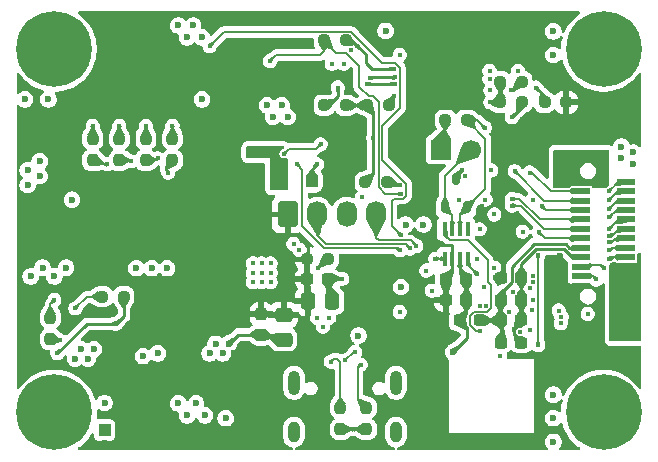
<source format=gbr>
%TF.GenerationSoftware,KiCad,Pcbnew,9.0.3*%
%TF.CreationDate,2025-09-05T10:56:40-05:00*%
%TF.ProjectId,PeripheralSOM,50657269-7068-4657-9261-6c534f4d2e6b,rev?*%
%TF.SameCoordinates,Original*%
%TF.FileFunction,Copper,L4,Bot*%
%TF.FilePolarity,Positive*%
%FSLAX46Y46*%
G04 Gerber Fmt 4.6, Leading zero omitted, Abs format (unit mm)*
G04 Created by KiCad (PCBNEW 9.0.3) date 2025-09-05 10:56:40*
%MOMM*%
%LPD*%
G01*
G04 APERTURE LIST*
G04 Aperture macros list*
%AMRoundRect*
0 Rectangle with rounded corners*
0 $1 Rounding radius*
0 $2 $3 $4 $5 $6 $7 $8 $9 X,Y pos of 4 corners*
0 Add a 4 corners polygon primitive as box body*
4,1,4,$2,$3,$4,$5,$6,$7,$8,$9,$2,$3,0*
0 Add four circle primitives for the rounded corners*
1,1,$1+$1,$2,$3*
1,1,$1+$1,$4,$5*
1,1,$1+$1,$6,$7*
1,1,$1+$1,$8,$9*
0 Add four rect primitives between the rounded corners*
20,1,$1+$1,$2,$3,$4,$5,0*
20,1,$1+$1,$4,$5,$6,$7,0*
20,1,$1+$1,$6,$7,$8,$9,0*
20,1,$1+$1,$8,$9,$2,$3,0*%
G04 Aperture macros list end*
%TA.AperFunction,ComponentPad*%
%ADD10RoundRect,0.250000X0.600000X-0.850000X0.600000X0.850000X-0.600000X0.850000X-0.600000X-0.850000X0*%
%TD*%
%TA.AperFunction,ComponentPad*%
%ADD11O,1.700000X2.200000*%
%TD*%
%TA.AperFunction,ComponentPad*%
%ADD12C,3.600000*%
%TD*%
%TA.AperFunction,ConnectorPad*%
%ADD13C,6.400000*%
%TD*%
%TA.AperFunction,HeatsinkPad*%
%ADD14O,1.000000X2.100000*%
%TD*%
%TA.AperFunction,HeatsinkPad*%
%ADD15O,1.000000X1.800000*%
%TD*%
%TA.AperFunction,ComponentPad*%
%ADD16R,1.700000X1.700000*%
%TD*%
%TA.AperFunction,ComponentPad*%
%ADD17C,1.700000*%
%TD*%
%TA.AperFunction,SMDPad,CuDef*%
%ADD18RoundRect,0.175000X0.175000X-0.325000X0.175000X0.325000X-0.175000X0.325000X-0.175000X-0.325000X0*%
%TD*%
%TA.AperFunction,SMDPad,CuDef*%
%ADD19RoundRect,0.237500X0.300000X0.237500X-0.300000X0.237500X-0.300000X-0.237500X0.300000X-0.237500X0*%
%TD*%
%TA.AperFunction,SMDPad,CuDef*%
%ADD20RoundRect,0.250000X-0.337500X-0.475000X0.337500X-0.475000X0.337500X0.475000X-0.337500X0.475000X0*%
%TD*%
%TA.AperFunction,SMDPad,CuDef*%
%ADD21RoundRect,0.237500X-0.250000X-0.237500X0.250000X-0.237500X0.250000X0.237500X-0.250000X0.237500X0*%
%TD*%
%TA.AperFunction,SMDPad,CuDef*%
%ADD22RoundRect,0.237500X0.237500X-0.250000X0.237500X0.250000X-0.237500X0.250000X-0.237500X-0.250000X0*%
%TD*%
%TA.AperFunction,SMDPad,CuDef*%
%ADD23RoundRect,0.237500X-0.300000X-0.237500X0.300000X-0.237500X0.300000X0.237500X-0.300000X0.237500X0*%
%TD*%
%TA.AperFunction,SMDPad,CuDef*%
%ADD24RoundRect,0.237500X-0.237500X0.250000X-0.237500X-0.250000X0.237500X-0.250000X0.237500X0.250000X0*%
%TD*%
%TA.AperFunction,SMDPad,CuDef*%
%ADD25RoundRect,0.237500X0.250000X0.237500X-0.250000X0.237500X-0.250000X-0.237500X0.250000X-0.237500X0*%
%TD*%
%TA.AperFunction,SMDPad,CuDef*%
%ADD26RoundRect,0.250000X-0.300000X-0.300000X0.300000X-0.300000X0.300000X0.300000X-0.300000X0.300000X0*%
%TD*%
%TA.AperFunction,SMDPad,CuDef*%
%ADD27RoundRect,0.237500X-0.237500X0.300000X-0.237500X-0.300000X0.237500X-0.300000X0.237500X0.300000X0*%
%TD*%
%TA.AperFunction,SMDPad,CuDef*%
%ADD28R,1.000000X1.000000*%
%TD*%
%TA.AperFunction,SMDPad,CuDef*%
%ADD29R,1.500000X0.550000*%
%TD*%
%TA.AperFunction,SMDPad,CuDef*%
%ADD30RoundRect,0.250000X-0.475000X0.337500X-0.475000X-0.337500X0.475000X-0.337500X0.475000X0.337500X0*%
%TD*%
%TA.AperFunction,SMDPad,CuDef*%
%ADD31R,0.450000X1.200000*%
%TD*%
%TA.AperFunction,ViaPad*%
%ADD32C,0.400000*%
%TD*%
%TA.AperFunction,ViaPad*%
%ADD33C,0.600000*%
%TD*%
%TA.AperFunction,Conductor*%
%ADD34C,0.150000*%
%TD*%
%TA.AperFunction,Conductor*%
%ADD35C,0.250000*%
%TD*%
%TA.AperFunction,Conductor*%
%ADD36C,0.500000*%
%TD*%
G04 APERTURE END LIST*
D10*
%TO.P,J1,1,Pin_1*%
%TO.N,+3.3V*%
X132500000Y-91750000D03*
D11*
%TO.P,J1,2,Pin_2*%
%TO.N,/MCU/SWCLK*%
X135000000Y-91750000D03*
%TO.P,J1,3,Pin_3*%
%TO.N,GND*%
X137500000Y-91750000D03*
%TO.P,J1,4,Pin_4*%
%TO.N,/MCU/SWDIO*%
X140000000Y-91750000D03*
%TD*%
D12*
%TO.P,MH4,1*%
%TO.N,N/C*%
X159250000Y-108500000D03*
D13*
X159250000Y-108500000D03*
%TD*%
D12*
%TO.P,MH3,1*%
%TO.N,N/C*%
X112750000Y-108500000D03*
D13*
X112750000Y-108500000D03*
%TD*%
D12*
%TO.P,MH1,1*%
%TO.N,N/C*%
X112750000Y-77750000D03*
D13*
X112750000Y-77750000D03*
%TD*%
D14*
%TO.P,J2,S1,SHIELD*%
%TO.N,GND*%
X133032873Y-105992500D03*
D15*
X133032873Y-110172500D03*
D14*
X141672873Y-105992500D03*
D15*
X141672873Y-110172500D03*
%TD*%
D12*
%TO.P,MH2,1*%
%TO.N,N/C*%
X159250000Y-77750000D03*
D13*
X159250000Y-77750000D03*
%TD*%
D16*
%TO.P,JP1,1,A*%
%TO.N,Net-(JP1-A)*%
X145475000Y-86250000D03*
D17*
%TO.P,JP1,2,B*%
%TO.N,/CAN_L*%
X148015000Y-86250000D03*
%TD*%
D18*
%TO.P,U5,1,CAN_H*%
%TO.N,/CAN_H*%
X147700000Y-91150000D03*
%TO.P,U5,2,CAN_L*%
%TO.N,/CAN_L*%
X145800000Y-91150000D03*
%TO.P,U5,3,GND*%
%TO.N,GND*%
X146750000Y-88750000D03*
%TD*%
D19*
%TO.P,C12,1*%
%TO.N,VDDA*%
X152287500Y-102600000D03*
%TO.P,C12,2*%
%TO.N,GNDA*%
X150562500Y-102600000D03*
%TD*%
D20*
%TO.P,C32,1*%
%TO.N,+3.3V*%
X134225000Y-99100000D03*
%TO.P,C32,2*%
%TO.N,GND*%
X136300000Y-99100000D03*
%TD*%
D21*
%TO.P,R21,1*%
%TO.N,+3.3V*%
X134112500Y-95500000D03*
%TO.P,R21,2*%
%TO.N,/USB/RST*%
X135937500Y-95500000D03*
%TD*%
D22*
%TO.P,R6,1*%
%TO.N,/LEDs/LED3*%
X118250000Y-87162500D03*
%TO.P,R6,2*%
%TO.N,Net-(D12-A)*%
X118250000Y-85337500D03*
%TD*%
D23*
%TO.P,C33,1*%
%TO.N,+3.3V*%
X134162500Y-97200000D03*
%TO.P,C33,2*%
%TO.N,GND*%
X135887500Y-97200000D03*
%TD*%
D24*
%TO.P,R14,1*%
%TO.N,/USB/CC1*%
X136972873Y-108122500D03*
%TO.P,R14,2*%
%TO.N,GND*%
X136972873Y-109947500D03*
%TD*%
D23*
%TO.P,FB1,1*%
%TO.N,GND*%
X147062500Y-100719760D03*
%TO.P,FB1,2*%
%TO.N,GNDA*%
X148787500Y-100719760D03*
%TD*%
D19*
%TO.P,C15,1*%
%TO.N,VDDA*%
X152287500Y-100719760D03*
%TO.P,C15,2*%
%TO.N,GNDA*%
X150562500Y-100719760D03*
%TD*%
D21*
%TO.P,R1,1*%
%TO.N,+24V*%
X139250000Y-82500000D03*
%TO.P,R1,2*%
%TO.N,/PowerDist/FAULT*%
X141075000Y-82500000D03*
%TD*%
D25*
%TO.P,R9,1*%
%TO.N,+5V*%
X118625000Y-98700000D03*
%TO.P,R9,2*%
%TO.N,/PowerDist/STAT*%
X116800000Y-98700000D03*
%TD*%
D21*
%TO.P,R13,1*%
%TO.N,/PowerDist/PowerProtection/UVLO*%
X150500000Y-80500000D03*
%TO.P,R13,2*%
%TO.N,/PowerDist/PowerProtection/OVP*%
X152325000Y-80500000D03*
%TD*%
D23*
%TO.P,C24,1*%
%TO.N,+3.3V*%
X145912500Y-97250000D03*
%TO.P,C24,2*%
%TO.N,GND*%
X147637500Y-97250000D03*
%TD*%
D21*
%TO.P,R25,1*%
%TO.N,+24V*%
X139087500Y-89000000D03*
%TO.P,R25,2*%
%TO.N,Net-(D7-A)*%
X140912500Y-89000000D03*
%TD*%
D25*
%TO.P,R12,1*%
%TO.N,+24V_EXT*%
X152325000Y-82250000D03*
%TO.P,R12,2*%
%TO.N,/PowerDist/PowerProtection/UVLO*%
X150500000Y-82250000D03*
%TD*%
D22*
%TO.P,R17,1*%
%TO.N,/LEDs/LED2*%
X120500000Y-87162500D03*
%TO.P,R17,2*%
%TO.N,Net-(D13-A)*%
X120500000Y-85337500D03*
%TD*%
D25*
%TO.P,R23,1*%
%TO.N,+3.3V*%
X156075000Y-82250000D03*
%TO.P,R23,2*%
%TO.N,/PowerDist/PowerProtection/SHDN*%
X154250000Y-82250000D03*
%TD*%
D23*
%TO.P,FB4,1*%
%TO.N,+3.3V*%
X150562500Y-97100000D03*
%TO.P,FB4,2*%
%TO.N,VDDA*%
X152287500Y-97100000D03*
%TD*%
D22*
%TO.P,R11,1*%
%TO.N,/LEDs/LED_HB*%
X116000000Y-87162500D03*
%TO.P,R11,2*%
%TO.N,Net-(D4-A)*%
X116000000Y-85337500D03*
%TD*%
D26*
%TO.P,D1,1,K*%
%TO.N,Net-(D1-K)*%
X131750000Y-88944000D03*
%TO.P,D1,2,A*%
%TO.N,GND*%
X134550000Y-88944000D03*
%TD*%
D25*
%TO.P,R28,1*%
%TO.N,+24V*%
X137412500Y-82500000D03*
%TO.P,R28,2*%
%TO.N,Net-(D9-A)*%
X135587500Y-82500000D03*
%TD*%
D27*
%TO.P,C31,1*%
%TO.N,+3.3V*%
X130262500Y-100200000D03*
%TO.P,C31,2*%
%TO.N,GND*%
X130262500Y-101925000D03*
%TD*%
D22*
%TO.P,R8,1*%
%TO.N,/PowerDist/ILIM*%
X112412500Y-102312500D03*
%TO.P,R8,2*%
%TO.N,GND*%
X112412500Y-100487500D03*
%TD*%
D23*
%TO.P,C19,1*%
%TO.N,+3.3V*%
X145912500Y-99000000D03*
%TO.P,C19,2*%
%TO.N,GND*%
X147637500Y-99000000D03*
%TD*%
D19*
%TO.P,C7,1*%
%TO.N,VDDA*%
X152287500Y-99000000D03*
%TO.P,C7,2*%
%TO.N,GNDA*%
X150562500Y-99000000D03*
%TD*%
D24*
%TO.P,R16,1*%
%TO.N,/USB/CC2*%
X139172873Y-108122500D03*
%TO.P,R16,2*%
%TO.N,GND*%
X139172873Y-109947500D03*
%TD*%
D28*
%TO.P,TP8,1,1*%
%TO.N,GND*%
X117000000Y-110000000D03*
%TD*%
D29*
%TO.P,J4,1,1*%
%TO.N,GND*%
X161150000Y-97775000D03*
%TO.P,J4,2,2*%
%TO.N,+3.3V*%
X157350000Y-97775000D03*
%TO.P,J4,3,3*%
%TO.N,GND*%
X161150000Y-96975000D03*
%TO.P,J4,4,4*%
%TO.N,/MCU/I2C1_SDA*%
X157350000Y-96975000D03*
%TO.P,J4,5,5*%
%TO.N,GND*%
X161150000Y-96175000D03*
%TO.P,J4,6,6*%
%TO.N,/MCU/I2C1_SCL*%
X157350000Y-96175000D03*
%TO.P,J4,7,7*%
%TO.N,/OPAMP1_VINP*%
X161150000Y-95375000D03*
%TO.P,J4,8,8*%
%TO.N,VDDA*%
X157350000Y-95375000D03*
%TO.P,J4,9,9*%
%TO.N,/MCU/ADC1_IN7*%
X161150000Y-94575000D03*
%TO.P,J4,10,10*%
%TO.N,GNDA*%
X157350000Y-94575000D03*
%TO.P,J4,11,11*%
%TO.N,/MCU/ADC1_IN9*%
X161150000Y-93775000D03*
%TO.P,J4,12,12*%
%TO.N,/MCU/SPI2_NSS*%
X157350000Y-93775000D03*
%TO.P,J4,13,13*%
%TO.N,/MCU/ADC1_IN10*%
X161150000Y-92975000D03*
%TO.P,J4,14,14*%
%TO.N,/MCU/SPI2_MISO*%
X157350000Y-92975000D03*
%TO.P,J4,15,15*%
%TO.N,/MCU/ADC1_IN11*%
X161150000Y-92175000D03*
%TO.P,J4,16,16*%
%TO.N,/MCU/SPI2_MOSI*%
X157350000Y-92175000D03*
%TO.P,J4,17,17*%
%TO.N,/MCU/SPI1_MOSI*%
X161150000Y-91375000D03*
%TO.P,J4,18,18*%
%TO.N,/MCU/SPI2_SCK*%
X157350000Y-91375000D03*
%TO.P,J4,19,19*%
%TO.N,/MCU/SPI1_NSS*%
X161150000Y-90575000D03*
%TO.P,J4,20,20*%
%TO.N,/CAN_L*%
X157350000Y-90575000D03*
%TO.P,J4,21,21*%
%TO.N,/MCU/SPI1_MISO*%
X161150000Y-89775000D03*
%TO.P,J4,22,22*%
%TO.N,/CAN_H*%
X157350000Y-89775000D03*
%TO.P,J4,23,23*%
%TO.N,/MCU/SPI1_SCK*%
X161150000Y-88975000D03*
%TO.P,J4,24,24*%
%TO.N,+24V_EXT*%
X157350000Y-88975000D03*
%TD*%
D30*
%TO.P,C30,1*%
%TO.N,+3.3V*%
X132162500Y-100262500D03*
%TO.P,C30,2*%
%TO.N,GND*%
X132162500Y-102337500D03*
%TD*%
D22*
%TO.P,R18,1*%
%TO.N,/LEDs/LED1*%
X122750000Y-87162500D03*
%TO.P,R18,2*%
%TO.N,Net-(D14-A)*%
X122750000Y-85337500D03*
%TD*%
D25*
%TO.P,R31,1*%
%TO.N,/PowerDist/PowerProtection/IMON*%
X137412500Y-77000000D03*
%TO.P,R31,2*%
%TO.N,/MCU/ADC1_IN16*%
X135587500Y-77000000D03*
%TD*%
D31*
%TO.P,U4,1,TXD*%
%TO.N,/CAN/CAN1_TX*%
X147750000Y-95500000D03*
%TO.P,U4,2,GND*%
%TO.N,GND*%
X147100000Y-95500000D03*
%TO.P,U4,3,VCC*%
%TO.N,+3.3V*%
X146450000Y-95500000D03*
%TO.P,U4,4,RXD*%
%TO.N,/CAN/CAN1_RX*%
X145800000Y-95500000D03*
%TO.P,U4,5,FAULT*%
%TO.N,/CAN/FAULT*%
X145800000Y-93000000D03*
%TO.P,U4,6,CANL*%
%TO.N,/CAN_L*%
X146450000Y-93000000D03*
%TO.P,U4,7,CANH*%
%TO.N,/CAN_H*%
X147100000Y-93000000D03*
%TO.P,U4,8,S*%
%TO.N,unconnected-(U4-S-Pad8)*%
X147750000Y-93000000D03*
%TD*%
D25*
%TO.P,R7,1*%
%TO.N,/CAN_H*%
X147662500Y-83750000D03*
%TO.P,R7,2*%
%TO.N,Net-(JP1-A)*%
X145837500Y-83750000D03*
%TD*%
D32*
%TO.N,/MCU/SPI2_SCK*%
X153250000Y-90500000D03*
X153250000Y-97500000D03*
X154000000Y-91000000D03*
%TO.N,/MCU/SPI2_NSS*%
X153750000Y-93250000D03*
%TO.N,/MCU/SPI2_MOSI*%
X151500000Y-90445997D03*
%TO.N,/MCU/SPI2_MISO*%
X151500000Y-91000000D03*
D33*
%TO.N,GND*%
X124750000Y-107750000D03*
X111750000Y-96250000D03*
X123250000Y-107750000D03*
D32*
X129562500Y-96702500D03*
D33*
X161750000Y-99500000D03*
X117000000Y-110000000D03*
X155000000Y-111000000D03*
X110250000Y-82000000D03*
X115000000Y-103150000D03*
D32*
X112750000Y-99000000D03*
D33*
X132000000Y-82500000D03*
D32*
X147250000Y-88000000D03*
D33*
X144000000Y-92600000D03*
X160750000Y-86000000D03*
X161750000Y-101000000D03*
X142500000Y-92600000D03*
X127500000Y-102700000D03*
X122300000Y-96300000D03*
X161000000Y-100250000D03*
X125900000Y-103500000D03*
X161000000Y-101750000D03*
X126400000Y-102700000D03*
X121000000Y-96300000D03*
X142100000Y-97900000D03*
D32*
X130305000Y-96702500D03*
D33*
X155000000Y-76250000D03*
D32*
X136000000Y-100500000D03*
D33*
X110500000Y-89250000D03*
X146500000Y-103400000D03*
X160250000Y-99500000D03*
X124000000Y-76750000D03*
X120250000Y-103750000D03*
D32*
X130305000Y-95900000D03*
X131062500Y-97500000D03*
D33*
X116100000Y-103150000D03*
X127000000Y-103500000D03*
X155000000Y-107000000D03*
D32*
X137100000Y-97200000D03*
D33*
X110750000Y-97000000D03*
X117000000Y-107700000D03*
D32*
X137250000Y-79000000D03*
X135500000Y-101250000D03*
D33*
X124000000Y-108750000D03*
X113750000Y-96250000D03*
X119700000Y-96300000D03*
X111500000Y-88500000D03*
X130750000Y-82500000D03*
X160250000Y-101000000D03*
X161000000Y-98750000D03*
D32*
X138100000Y-109947500D03*
X136250000Y-79000000D03*
X129562500Y-97500000D03*
D33*
X112250000Y-82000000D03*
X140800000Y-76200000D03*
X112750000Y-97000000D03*
X125250000Y-76750000D03*
X125500000Y-108750000D03*
X132500000Y-83500000D03*
D32*
X131062500Y-96702500D03*
X131062500Y-95900000D03*
D33*
X161750000Y-86500000D03*
D32*
X130305000Y-97500000D03*
X135000000Y-87500000D03*
D33*
X124500000Y-75750000D03*
X115600000Y-103950000D03*
X123250000Y-75750000D03*
D32*
X152400000Y-93200000D03*
X135000000Y-100500000D03*
D33*
X160750000Y-87000000D03*
X155000000Y-109000000D03*
X155000000Y-78250000D03*
D32*
X142000000Y-78250000D03*
D33*
X131250000Y-83500000D03*
D32*
X129562500Y-95900000D03*
D33*
X161750000Y-87500000D03*
X110500000Y-88000000D03*
X114500000Y-103950000D03*
X111500000Y-87250000D03*
X121500000Y-103500000D03*
D32*
%TO.N,+3.3V*%
X132062500Y-98800000D03*
D33*
X155000000Y-108000000D03*
X122250000Y-105750000D03*
X155000000Y-77250000D03*
X134500000Y-75000000D03*
D32*
X144400000Y-93600000D03*
D33*
X117000000Y-108800000D03*
X155000000Y-110000000D03*
X146012500Y-102000000D03*
D32*
X119500000Y-75750000D03*
X144500000Y-110500000D03*
D33*
X111250000Y-82000000D03*
X159000000Y-98500000D03*
X142000000Y-102500000D03*
D32*
X159250000Y-103250000D03*
X132462500Y-98400000D03*
D33*
X155534880Y-95250000D03*
D32*
X149900000Y-93100000D03*
D33*
X110250000Y-81000000D03*
X154000000Y-76250000D03*
X124250000Y-106500000D03*
D32*
X153000000Y-87250000D03*
D33*
X128000000Y-103500000D03*
X139100000Y-76200000D03*
X122250000Y-104750000D03*
X143500000Y-102500000D03*
X123000000Y-106500000D03*
X133250000Y-75000000D03*
D32*
X149000000Y-91000000D03*
D33*
X117000000Y-111100000D03*
D32*
%TO.N,/MCU/SPI1_SCK*%
X147500000Y-88500000D03*
X147000000Y-90500000D03*
X144250000Y-96500000D03*
X159750000Y-89750000D03*
%TO.N,/MCU/SPI1_MISO*%
X150000000Y-91750000D03*
X159750000Y-90500000D03*
%TO.N,/MCU/SPI1_NSS*%
X159750000Y-91250000D03*
X153250000Y-99000000D03*
X149250000Y-90500000D03*
%TO.N,/MCU/SPI1_MOSI*%
X159750000Y-92000000D03*
X148750000Y-93000000D03*
%TO.N,/USB/D-*%
X137400000Y-104100000D03*
X138200000Y-103400000D03*
D33*
%TO.N,+5V_VBUS*%
X127250000Y-109000000D03*
X138500000Y-102000000D03*
D32*
%TO.N,/MCU/I2C1_SCL*%
X159250000Y-96250000D03*
X151600000Y-98300000D03*
%TO.N,/MCU/ADC1_IN11*%
X155450000Y-99882260D03*
X159750000Y-93000000D03*
%TO.N,/CAN_H*%
X153000000Y-88200000D03*
X149200000Y-84400000D03*
%TO.N,/OPAMP1_VINP*%
X152188810Y-101676928D03*
X159750000Y-95500000D03*
%TO.N,/CAN_L*%
X151720944Y-88079056D03*
D33*
%TO.N,+24V_EXT*%
X155750000Y-89000000D03*
X159000000Y-87000000D03*
X157000000Y-87000000D03*
X155750000Y-88000000D03*
X159000000Y-89000000D03*
X155750000Y-87000000D03*
D32*
X151500000Y-83500000D03*
%TO.N,/MCU/ADC1_IN10*%
X159750000Y-93554003D03*
X155682203Y-100401862D03*
%TO.N,GNDA*%
X150675000Y-101469760D03*
%TO.N,VDDA*%
X151675000Y-101469760D03*
%TO.N,/MCU/ADC1_IN7*%
X153000000Y-101500000D03*
X159750000Y-94750000D03*
%TO.N,/MCU/I2C1_SDA*%
X158625000Y-97250000D03*
X151250000Y-100000000D03*
%TO.N,/MCU/ADC1_IN9*%
X155633921Y-100953757D03*
X159750000Y-94108006D03*
%TO.N,/PowerDist/FAULT*%
X137900000Y-77800000D03*
X141500000Y-81750000D03*
%TO.N,+24V*%
X139750000Y-85250000D03*
%TO.N,/CAN/FAULT*%
X157900000Y-100175000D03*
X148800000Y-101600000D03*
%TO.N,/LEDs/LED3*%
X119250000Y-87250000D03*
X142000000Y-94750000D03*
X133300000Y-87500000D03*
%TO.N,Net-(D12-A)*%
X118250000Y-84250000D03*
%TO.N,+5V*%
X113000000Y-103500000D03*
X118000000Y-101000000D03*
%TO.N,Net-(D4-A)*%
X116000000Y-84250000D03*
%TO.N,/LEDs/LED_HB*%
X117250000Y-87500000D03*
X153250000Y-96945997D03*
%TO.N,/PowerDist/PowerProtection/UVLO*%
X149662500Y-82250000D03*
%TO.N,/PowerDist/PowerProtection/OVP*%
X149662500Y-81250000D03*
X151412500Y-81250000D03*
%TO.N,/USB/CC1*%
X136172873Y-104222500D03*
%TO.N,/USB/CC2*%
X138672873Y-104472500D03*
%TO.N,Net-(D13-A)*%
X120500000Y-84250000D03*
%TO.N,/LEDs/LED2*%
X121500000Y-87000000D03*
X149750000Y-88000000D03*
%TO.N,Net-(D14-A)*%
X122750000Y-84250000D03*
%TO.N,/LEDs/LED1*%
X138800000Y-90300000D03*
X122400000Y-88200000D03*
X153200000Y-99800000D03*
X142000000Y-100000000D03*
%TO.N,/MCU/BOOT0*%
X142100000Y-93500000D03*
X144700000Y-98200000D03*
X125900000Y-77500000D03*
%TO.N,/PowerDist/PowerProtection/MODE*%
X149600000Y-80300000D03*
X152000000Y-79600000D03*
%TO.N,/PowerDist/PowerProtection/SHDN*%
X149600000Y-79600000D03*
X153500000Y-81000000D03*
%TO.N,Net-(D7-A)*%
X142000000Y-89250000D03*
%TO.N,/PowerDist/PowerProtection/ILIM*%
X139500000Y-80200000D03*
X141600000Y-80145997D03*
%TO.N,Net-(D9-A)*%
X136750000Y-81000000D03*
%TO.N,/MCU/NRST*%
X150500000Y-103769760D03*
X153700000Y-95200000D03*
X153700000Y-102800000D03*
%TO.N,/PowerDist/PowerProtection/IMON*%
X141500000Y-79425000D03*
X138350000Y-77450000D03*
%TO.N,/MCU/ADC1_IN16*%
X131000000Y-78750000D03*
X153000000Y-98000000D03*
X142100000Y-90000000D03*
%TO.N,/MCU/SWCLK*%
X142875000Y-94625000D03*
%TO.N,/MCU/USART1_RX*%
X149125000Y-97875000D03*
X133000000Y-94250000D03*
%TO.N,/MCU/USART1_TX*%
X133500000Y-94750000D03*
X150000000Y-96250000D03*
%TO.N,/CAN/CAN1_RX*%
X145000000Y-95500000D03*
X148750000Y-99500000D03*
%TO.N,/MCU/SWDIO*%
X148500000Y-95500000D03*
X143386832Y-94412992D03*
%TO.N,/CAN/CAN1_TX*%
X149304003Y-99500000D03*
X148500000Y-96750000D03*
D33*
%TO.N,+5V_BUCK*%
X125250000Y-82000000D03*
X114250000Y-90500000D03*
%TO.N,Net-(D1-K)*%
X130500000Y-86500000D03*
X129500000Y-86500000D03*
D32*
%TO.N,Net-(U2-BOOT)*%
X135300000Y-85800000D03*
X132200000Y-86600000D03*
%TO.N,Net-(U7-DVDT)*%
X139200000Y-80700000D03*
X141600000Y-80700000D03*
%TO.N,/USB/RST*%
X135062500Y-96300000D03*
%TO.N,/PowerDist/ILIM*%
X113212500Y-102400000D03*
%TO.N,/PowerDist/STAT*%
X114512500Y-99700000D03*
%TD*%
D34*
%TO.N,/MCU/SPI2_SCK*%
X157350000Y-91375000D02*
X154375000Y-91375000D01*
X154375000Y-91375000D02*
X154000000Y-91000000D01*
%TO.N,/MCU/SPI2_NSS*%
X154275000Y-93775000D02*
X153750000Y-93250000D01*
X157350000Y-93775000D02*
X154275000Y-93775000D01*
%TO.N,/MCU/SPI2_MOSI*%
X153850678Y-92175000D02*
X152121675Y-90445997D01*
X157350000Y-92175000D02*
X153850678Y-92175000D01*
X152121675Y-90445997D02*
X151500000Y-90445997D01*
%TO.N,/MCU/SPI2_MISO*%
X157350000Y-92975000D02*
X154225000Y-92975000D01*
X152250000Y-91000000D02*
X151500000Y-91000000D01*
X154225000Y-92975000D02*
X152250000Y-91000000D01*
D35*
%TO.N,GND*%
X146750000Y-88750000D02*
X146750000Y-88500000D01*
X128275000Y-101925000D02*
X127500000Y-102700000D01*
X147637500Y-99000000D02*
X147637500Y-100144760D01*
X136300000Y-99100000D02*
X136000000Y-98800000D01*
X132162500Y-102337500D02*
X131925000Y-102100000D01*
X147680000Y-102220000D02*
X147680000Y-101337260D01*
D34*
X136972873Y-109947500D02*
X138100000Y-109947500D01*
D35*
X130437500Y-102100000D02*
X130262500Y-101925000D01*
X147680000Y-101337260D02*
X147062500Y-100719760D01*
X146750000Y-88500000D02*
X147250000Y-88000000D01*
X147637500Y-97250000D02*
X147637500Y-99000000D01*
X136000000Y-97312500D02*
X135887500Y-97200000D01*
X135887500Y-97200000D02*
X137100000Y-97200000D01*
X146500000Y-103400000D02*
X147680000Y-102220000D01*
X131925000Y-102100000D02*
X130437500Y-102100000D01*
D34*
X138100000Y-109947500D02*
X139172873Y-109947500D01*
D35*
X134550000Y-88944000D02*
X134550000Y-87950000D01*
X130262500Y-101925000D02*
X128275000Y-101925000D01*
X147637500Y-100144760D02*
X147062500Y-100719760D01*
X147100000Y-96712500D02*
X147100000Y-95500000D01*
X134550000Y-87950000D02*
X135000000Y-87500000D01*
D34*
X112412500Y-100487500D02*
X112412500Y-99337500D01*
D35*
X147637500Y-97250000D02*
X147100000Y-96712500D01*
X136000000Y-98800000D02*
X136000000Y-97312500D01*
D34*
X112412500Y-99337500D02*
X112750000Y-99000000D01*
D35*
%TO.N,+3.3V*%
X145912500Y-97250000D02*
X146450000Y-96712500D01*
X145200000Y-94300000D02*
X145100000Y-94200000D01*
D36*
X145912500Y-99000000D02*
X145912500Y-97250000D01*
D35*
X146450000Y-95500000D02*
X146450000Y-94350000D01*
X146400000Y-94300000D02*
X146450000Y-94350000D01*
X146400000Y-94300000D02*
X145200000Y-94300000D01*
X146450000Y-96712500D02*
X146450000Y-95500000D01*
D34*
%TO.N,/MCU/SPI1_SCK*%
X159750000Y-89750000D02*
X160525000Y-88975000D01*
X160525000Y-88975000D02*
X161150000Y-88975000D01*
%TO.N,/MCU/SPI1_MISO*%
X159750000Y-90500000D02*
X160475000Y-89775000D01*
X160475000Y-89775000D02*
X161150000Y-89775000D01*
%TO.N,/MCU/SPI1_NSS*%
X159750000Y-91250000D02*
X160425000Y-90575000D01*
X160425000Y-90575000D02*
X161150000Y-90575000D01*
%TO.N,/MCU/SPI1_MOSI*%
X160375000Y-91375000D02*
X161150000Y-91375000D01*
X159750000Y-92000000D02*
X160375000Y-91375000D01*
%TO.N,/USB/D-*%
X138100000Y-103400000D02*
X138200000Y-103400000D01*
X137400000Y-104100000D02*
X138100000Y-103400000D01*
%TO.N,/MCU/I2C1_SCL*%
X159250000Y-96250000D02*
X159000000Y-96000000D01*
X159000000Y-96000000D02*
X157525000Y-96000000D01*
X157525000Y-96000000D02*
X157350000Y-96175000D01*
%TO.N,/MCU/ADC1_IN11*%
X160575000Y-92175000D02*
X159750000Y-93000000D01*
X161150000Y-92175000D02*
X160575000Y-92175000D01*
%TO.N,/CAN_H*%
X147662500Y-83750000D02*
X148550000Y-83750000D01*
X148550000Y-83750000D02*
X148700000Y-83900000D01*
X147100000Y-93000000D02*
X147100000Y-91750000D01*
X148700000Y-83900000D02*
X149200000Y-84400000D01*
X149250000Y-85337500D02*
X147662500Y-83750000D01*
X147100000Y-91750000D02*
X147700000Y-91150000D01*
X153000000Y-88200000D02*
X153200000Y-88200000D01*
X153200000Y-88200000D02*
X154775000Y-89775000D01*
X149250000Y-89600000D02*
X149250000Y-85337500D01*
X147700000Y-91150000D02*
X149250000Y-89600000D01*
X154775000Y-89775000D02*
X157350000Y-89775000D01*
%TO.N,/OPAMP1_VINP*%
X159875000Y-95375000D02*
X159750000Y-95500000D01*
X161150000Y-95375000D02*
X159875000Y-95375000D01*
%TO.N,/CAN_L*%
X146450000Y-93000000D02*
X146450000Y-91800000D01*
X145800000Y-91150000D02*
X145800000Y-88465000D01*
X154216888Y-90575000D02*
X157350000Y-90575000D01*
X146450000Y-91800000D02*
X145800000Y-91150000D01*
X151720944Y-88079056D02*
X154216888Y-90575000D01*
X145800000Y-88465000D02*
X148015000Y-86250000D01*
D35*
%TO.N,+24V_EXT*%
X152325000Y-82250000D02*
X152325000Y-82675000D01*
X152325000Y-82675000D02*
X151500000Y-83500000D01*
D34*
%TO.N,/MCU/ADC1_IN10*%
X160525000Y-92975000D02*
X161150000Y-92975000D01*
X159945997Y-93554003D02*
X160525000Y-92975000D01*
X159750000Y-93554003D02*
X159945997Y-93554003D01*
D35*
%TO.N,GNDA*%
X153381077Y-94273000D02*
X156048000Y-94273000D01*
X150562500Y-99000000D02*
X150562500Y-98370280D01*
X150675000Y-101469760D02*
X150562500Y-101357260D01*
X150562500Y-98370280D02*
X151474000Y-97458780D01*
X151474000Y-97458780D02*
X151474000Y-96180077D01*
X156350000Y-94575000D02*
X157350000Y-94575000D01*
X150562500Y-102500000D02*
X150562500Y-102600000D01*
X156048000Y-94273000D02*
X156350000Y-94575000D01*
X151474000Y-96180077D02*
X153381077Y-94273000D01*
X150675000Y-101469760D02*
X150675000Y-102387500D01*
X150562500Y-100719760D02*
X148787500Y-100719760D01*
X150562500Y-101357260D02*
X150562500Y-100719760D01*
X150675000Y-102387500D02*
X150562500Y-102500000D01*
X150562500Y-100719760D02*
X150562500Y-99000000D01*
%TO.N,VDDA*%
X151675000Y-101887500D02*
X152287500Y-102500000D01*
X152287500Y-95933677D02*
X153547177Y-94674000D01*
X152287500Y-99000000D02*
X152287500Y-97100000D01*
X155872000Y-94674000D02*
X156573000Y-95375000D01*
X152287500Y-102500000D02*
X152287500Y-102600000D01*
X151675000Y-101469760D02*
X151675000Y-101887500D01*
X152287500Y-100857260D02*
X152287500Y-100719760D01*
X151675000Y-101469760D02*
X152287500Y-100857260D01*
X156573000Y-95375000D02*
X157350000Y-95375000D01*
X152287500Y-100719760D02*
X152287500Y-99000000D01*
X152287500Y-97100000D02*
X152287500Y-95933677D01*
X153547177Y-94674000D02*
X155872000Y-94674000D01*
D34*
%TO.N,/MCU/ADC1_IN7*%
X161150000Y-94575000D02*
X159925000Y-94575000D01*
X159925000Y-94575000D02*
X159750000Y-94750000D01*
%TO.N,/MCU/I2C1_SDA*%
X158625000Y-97250000D02*
X158350000Y-96975000D01*
X158350000Y-96975000D02*
X157350000Y-96975000D01*
%TO.N,/MCU/ADC1_IN9*%
X159750000Y-94108006D02*
X160000106Y-94108006D01*
X160000106Y-94108006D02*
X160333112Y-93775000D01*
X160333112Y-93775000D02*
X161150000Y-93775000D01*
D35*
%TO.N,/PowerDist/FAULT*%
X141075000Y-82175000D02*
X141075000Y-82500000D01*
X141500000Y-81750000D02*
X141075000Y-82175000D01*
%TO.N,+24V*%
X139750000Y-85250000D02*
X139750000Y-88337500D01*
X139250000Y-82500000D02*
X139750000Y-83000000D01*
X139750000Y-83000000D02*
X139750000Y-85250000D01*
X137412500Y-82500000D02*
X139250000Y-82500000D01*
X139750000Y-88337500D02*
X139087500Y-89000000D01*
D34*
%TO.N,/CAN/FAULT*%
X145800000Y-93494388D02*
X145800000Y-93000000D01*
X149393355Y-100018760D02*
X149734003Y-99678112D01*
X149430000Y-97430000D02*
X149430000Y-95571888D01*
X148800000Y-101600000D02*
X148439129Y-101600000D01*
X146254612Y-93949000D02*
X145800000Y-93494388D01*
X149734003Y-97734003D02*
X149430000Y-97430000D01*
X149734003Y-99678112D02*
X149734003Y-97734003D01*
X147807112Y-93949000D02*
X146254612Y-93949000D01*
X148439129Y-101600000D02*
X147919565Y-101080436D01*
X149430000Y-95571888D02*
X147807112Y-93949000D01*
X147919565Y-101080436D02*
X147919565Y-100388127D01*
X147919565Y-100388127D02*
X148288932Y-100018760D01*
X148288932Y-100018760D02*
X149393355Y-100018760D01*
%TO.N,/LEDs/LED3*%
X142000000Y-94750000D02*
X141850000Y-94600000D01*
X135600000Y-94600000D02*
X133750000Y-92750000D01*
X133750000Y-87950000D02*
X133300000Y-87500000D01*
X141850000Y-94600000D02*
X135600000Y-94600000D01*
X119162500Y-87162500D02*
X119250000Y-87250000D01*
X118250000Y-87162500D02*
X119162500Y-87162500D01*
X133750000Y-92750000D02*
X133750000Y-87950000D01*
%TO.N,Net-(D12-A)*%
X118250000Y-84250000D02*
X118250000Y-85337500D01*
D35*
%TO.N,+5V*%
X115500000Y-101000000D02*
X118000000Y-101000000D01*
X113000000Y-103500000D02*
X115500000Y-101000000D01*
X118625000Y-100375000D02*
X118000000Y-101000000D01*
X118625000Y-98700000D02*
X118625000Y-100375000D01*
D34*
%TO.N,Net-(D4-A)*%
X116000000Y-84250000D02*
X116000000Y-85337500D01*
%TO.N,/LEDs/LED_HB*%
X117250000Y-87500000D02*
X116337500Y-87500000D01*
X116337500Y-87500000D02*
X116000000Y-87162500D01*
D35*
%TO.N,/PowerDist/PowerProtection/UVLO*%
X150500000Y-82250000D02*
X150500000Y-80500000D01*
X149662500Y-82250000D02*
X150500000Y-82250000D01*
%TO.N,/PowerDist/PowerProtection/OVP*%
X151412500Y-81250000D02*
X151575000Y-81250000D01*
X151575000Y-81250000D02*
X152325000Y-80500000D01*
D34*
%TO.N,/USB/CC1*%
X136172873Y-104222500D02*
X136422873Y-103972500D01*
X136972873Y-104272500D02*
X136972873Y-108122500D01*
X136672873Y-103972500D02*
X136972873Y-104272500D01*
X136422873Y-103972500D02*
X136672873Y-103972500D01*
%TO.N,/USB/CC2*%
X138422873Y-104722500D02*
X138422873Y-107372500D01*
X138672873Y-104472500D02*
X138422873Y-104722500D01*
X138422873Y-107372500D02*
X139172873Y-108122500D01*
%TO.N,Net-(D13-A)*%
X120500000Y-84250000D02*
X120500000Y-85337500D01*
%TO.N,/LEDs/LED2*%
X120500000Y-87162500D02*
X121337500Y-87162500D01*
X121337500Y-87162500D02*
X121500000Y-87000000D01*
%TO.N,Net-(D14-A)*%
X122750000Y-84250000D02*
X122750000Y-85337500D01*
%TO.N,/LEDs/LED1*%
X122200000Y-87712500D02*
X122200000Y-88000000D01*
X122200000Y-88000000D02*
X122400000Y-88200000D01*
X122750000Y-87162500D02*
X122200000Y-87712500D01*
%TO.N,/MCU/BOOT0*%
X142030000Y-79346887D02*
X142030000Y-82770000D01*
X142278112Y-90430000D02*
X141470000Y-90430000D01*
X142530000Y-89130000D02*
X142530000Y-90178112D01*
X141470000Y-90430000D02*
X141300000Y-90600000D01*
X127101000Y-76299000D02*
X137899000Y-76299000D01*
X140500000Y-87100000D02*
X142530000Y-89130000D01*
X141583113Y-78900000D02*
X142030000Y-79346887D01*
X141300000Y-92700000D02*
X142100000Y-93500000D01*
X142030000Y-82770000D02*
X140500000Y-84300000D01*
X125900000Y-77500000D02*
X127101000Y-76299000D01*
X137899000Y-76299000D02*
X140500000Y-78900000D01*
X140500000Y-84300000D02*
X140500000Y-87100000D01*
X140500000Y-78900000D02*
X141583113Y-78900000D01*
X141300000Y-90600000D02*
X141300000Y-92700000D01*
X142530000Y-90178112D02*
X142278112Y-90430000D01*
D35*
%TO.N,/PowerDist/PowerProtection/SHDN*%
X153500000Y-81000000D02*
X154250000Y-81750000D01*
X154250000Y-81750000D02*
X154250000Y-82250000D01*
%TO.N,Net-(D7-A)*%
X142000000Y-89250000D02*
X141162500Y-89250000D01*
X141162500Y-89250000D02*
X140912500Y-89000000D01*
%TO.N,/PowerDist/PowerProtection/ILIM*%
X141600000Y-80145997D02*
X139554003Y-80145997D01*
X139554003Y-80145997D02*
X139500000Y-80200000D01*
%TO.N,Net-(D9-A)*%
X136000000Y-82500000D02*
X135587500Y-82500000D01*
X136750000Y-81750000D02*
X136000000Y-82500000D01*
X136750000Y-81000000D02*
X136750000Y-81750000D01*
D34*
%TO.N,/MCU/NRST*%
X153700000Y-102800000D02*
X153700000Y-95200000D01*
D35*
%TO.N,/PowerDist/PowerProtection/IMON*%
X141500000Y-79425000D02*
X139625000Y-79425000D01*
X138350000Y-77450000D02*
X137900000Y-77000000D01*
X139100000Y-78200000D02*
X138350000Y-77450000D01*
X139100000Y-78900000D02*
X139100000Y-78200000D01*
X137900000Y-77000000D02*
X137412500Y-77000000D01*
X139625000Y-79425000D02*
X139100000Y-78900000D01*
D34*
%TO.N,/MCU/ADC1_IN16*%
X138536500Y-79178388D02*
X137407112Y-78049000D01*
X140199000Y-82199000D02*
X139750000Y-81750000D01*
X137407112Y-78049000D02*
X136636500Y-78049000D01*
X136636500Y-78049000D02*
X135587500Y-77000000D01*
X142100000Y-90000000D02*
X140750000Y-90000000D01*
X135250000Y-78250000D02*
X131500000Y-78250000D01*
X140750000Y-90000000D02*
X140199000Y-89449000D01*
X135587500Y-77000000D02*
X135587500Y-77912500D01*
X131500000Y-78250000D02*
X131000000Y-78750000D01*
X139350432Y-81750000D02*
X138536500Y-80936068D01*
X140199000Y-89449000D02*
X140199000Y-82199000D01*
X135587500Y-77912500D02*
X135250000Y-78250000D01*
X138536500Y-80936068D02*
X138536500Y-79178388D01*
X139750000Y-81750000D02*
X139350432Y-81750000D01*
%TO.N,/MCU/SWCLK*%
X142500000Y-94250000D02*
X135750000Y-94250000D01*
X135000000Y-93500000D02*
X135000000Y-91750000D01*
X135750000Y-94250000D02*
X135000000Y-93500000D01*
X142875000Y-94625000D02*
X142500000Y-94250000D01*
%TO.N,/CAN/CAN1_RX*%
X145000000Y-95500000D02*
X145800000Y-95500000D01*
%TO.N,/MCU/SWDIO*%
X140000000Y-93750000D02*
X140199000Y-93949000D01*
X140199000Y-93949000D02*
X142922840Y-93949000D01*
X142922840Y-93949000D02*
X143386832Y-94412992D01*
X140000000Y-91750000D02*
X140000000Y-93750000D01*
%TO.N,/CAN/CAN1_TX*%
X148500000Y-96750000D02*
X147750000Y-96000000D01*
X147750000Y-96000000D02*
X147750000Y-95500000D01*
%TO.N,Net-(U2-BOOT)*%
X134900000Y-86200000D02*
X135300000Y-85800000D01*
X132600000Y-86200000D02*
X134900000Y-86200000D01*
X132200000Y-86600000D02*
X132600000Y-86200000D01*
D35*
%TO.N,Net-(U7-DVDT)*%
X141600000Y-80700000D02*
X139200000Y-80700000D01*
D34*
%TO.N,/USB/RST*%
X135062500Y-96300000D02*
X135862500Y-95500000D01*
%TO.N,/PowerDist/ILIM*%
X113212500Y-102400000D02*
X112500000Y-102400000D01*
X112500000Y-102400000D02*
X112412500Y-102312500D01*
D35*
X112425000Y-102300000D02*
X112412500Y-102312500D01*
D34*
%TO.N,/PowerDist/STAT*%
X114512500Y-99700000D02*
X115512500Y-98700000D01*
X115512500Y-98700000D02*
X116800000Y-98700000D01*
%TO.N,Net-(JP1-A)*%
X145837500Y-85887500D02*
X145837500Y-83750000D01*
X145475000Y-86250000D02*
X145837500Y-85887500D01*
%TD*%
%TA.AperFunction,Conductor*%
%TO.N,/USB/CC2*%
G36*
X138668064Y-104470568D02*
G01*
X138675533Y-104475505D01*
X138675583Y-104475580D01*
X138776303Y-104627226D01*
X138778026Y-104636013D01*
X138773030Y-104643445D01*
X138771282Y-104644402D01*
X138500131Y-104764107D01*
X138495406Y-104765104D01*
X138364971Y-104765104D01*
X138356698Y-104761677D01*
X138353271Y-104753404D01*
X138354065Y-104749167D01*
X138461945Y-104471500D01*
X138473177Y-104442589D01*
X138479368Y-104436119D01*
X138486308Y-104435341D01*
X138668064Y-104470568D01*
G37*
%TD.AperFunction*%
%TD*%
%TA.AperFunction,Conductor*%
%TO.N,/USB/CC1*%
G36*
X137049602Y-107163427D02*
G01*
X137051298Y-107165575D01*
X137424205Y-107772516D01*
X137425616Y-107781359D01*
X137421245Y-107788009D01*
X136979882Y-108118255D01*
X136971205Y-108120468D01*
X136965864Y-108118255D01*
X136524500Y-107788009D01*
X136519928Y-107780309D01*
X136521539Y-107772519D01*
X136894448Y-107165575D01*
X136901699Y-107160320D01*
X136904417Y-107160000D01*
X137041329Y-107160000D01*
X137049602Y-107163427D01*
G37*
%TD.AperFunction*%
%TD*%
%TA.AperFunction,Conductor*%
%TO.N,/LEDs/LED1*%
G36*
X122277839Y-87888454D02*
G01*
X122500885Y-88027337D01*
X122506097Y-88034619D01*
X122504633Y-88043453D01*
X122504447Y-88043742D01*
X122402710Y-88196919D01*
X122395278Y-88201915D01*
X122395190Y-88201932D01*
X122215004Y-88236854D01*
X122206230Y-88235064D01*
X122201360Y-88227923D01*
X122195335Y-88201000D01*
X122128190Y-87900941D01*
X122129728Y-87892119D01*
X122137053Y-87886968D01*
X122139608Y-87886686D01*
X122271655Y-87886686D01*
X122277839Y-87888454D01*
G37*
%TD.AperFunction*%
%TD*%
%TA.AperFunction,Conductor*%
%TO.N,+5V*%
G36*
X113198524Y-103138274D02*
G01*
X113361725Y-103301475D01*
X113365152Y-103309748D01*
X113363182Y-103316245D01*
X113172761Y-103601428D01*
X113165317Y-103606405D01*
X113156579Y-103604691D01*
X113001284Y-103502023D01*
X112997976Y-103498715D01*
X112895308Y-103343420D01*
X112893604Y-103334629D01*
X112898569Y-103327240D01*
X113183754Y-103136816D01*
X113192537Y-103135073D01*
X113198524Y-103138274D01*
G37*
%TD.AperFunction*%
%TD*%
%TA.AperFunction,Conductor*%
%TO.N,/PowerDist/PowerProtection/UVLO*%
G36*
X150049243Y-82123124D02*
G01*
X150056687Y-82128101D01*
X150058657Y-82134598D01*
X150058657Y-82365401D01*
X150055230Y-82373674D01*
X150049243Y-82376875D01*
X149712940Y-82443881D01*
X149704157Y-82442137D01*
X149699190Y-82434746D01*
X149661977Y-82252339D01*
X149661977Y-82247661D01*
X149685043Y-82134598D01*
X149699190Y-82065252D01*
X149704202Y-82057832D01*
X149712938Y-82056118D01*
X150049243Y-82123124D01*
G37*
%TD.AperFunction*%
%TD*%
%TA.AperFunction,Conductor*%
%TO.N,GNDA*%
G36*
X150708656Y-98063493D02*
G01*
X150875897Y-98230734D01*
X150878231Y-98234069D01*
X151077579Y-98662287D01*
X151077964Y-98671234D01*
X151073228Y-98677112D01*
X150570649Y-98995103D01*
X150561825Y-98996631D01*
X150555252Y-98992519D01*
X150199522Y-98547239D01*
X150197035Y-98538636D01*
X150200594Y-98531463D01*
X150692315Y-98063291D01*
X150700670Y-98060070D01*
X150708656Y-98063493D01*
G37*
%TD.AperFunction*%
%TD*%
%TA.AperFunction,Conductor*%
%TO.N,/MCU/ADC1_IN11*%
G36*
X159983021Y-92672771D02*
G01*
X160077228Y-92766978D01*
X160080655Y-92775251D01*
X160079447Y-92780428D01*
X159922166Y-93099211D01*
X159915433Y-93105114D01*
X159906497Y-93104526D01*
X159905222Y-93103794D01*
X159751284Y-93002023D01*
X159747976Y-92998715D01*
X159646205Y-92844777D01*
X159644501Y-92835986D01*
X159649513Y-92828565D01*
X159650778Y-92827838D01*
X159969572Y-92670551D01*
X159978507Y-92669964D01*
X159983021Y-92672771D01*
G37*
%TD.AperFunction*%
%TD*%
%TA.AperFunction,Conductor*%
%TO.N,Net-(D7-A)*%
G36*
X141958342Y-89057862D02*
G01*
X141963309Y-89065253D01*
X142000522Y-89247661D01*
X142000522Y-89252339D01*
X141963309Y-89434746D01*
X141958297Y-89442167D01*
X141949559Y-89443881D01*
X141613257Y-89376875D01*
X141605813Y-89371898D01*
X141603843Y-89365401D01*
X141603843Y-89134598D01*
X141607270Y-89126325D01*
X141613255Y-89123124D01*
X141949561Y-89056118D01*
X141958342Y-89057862D01*
G37*
%TD.AperFunction*%
%TD*%
%TA.AperFunction,Conductor*%
%TO.N,/LEDs/LED1*%
G36*
X122287889Y-87022095D02*
G01*
X122745211Y-87160055D01*
X122752142Y-87165725D01*
X122752264Y-87165958D01*
X122991699Y-87637357D01*
X122992390Y-87646285D01*
X122986565Y-87653087D01*
X122986275Y-87653229D01*
X122277377Y-87989013D01*
X122272369Y-87990139D01*
X122138644Y-87990139D01*
X122130371Y-87986712D01*
X122126944Y-87978439D01*
X122127081Y-87976654D01*
X122176996Y-87653229D01*
X122272947Y-87031509D01*
X122277595Y-87023858D01*
X122286294Y-87021733D01*
X122287889Y-87022095D01*
G37*
%TD.AperFunction*%
%TD*%
%TA.AperFunction,Conductor*%
%TO.N,+5V*%
G36*
X117958342Y-100807862D02*
G01*
X117963309Y-100815253D01*
X118000522Y-100997661D01*
X118000522Y-101002339D01*
X117963309Y-101184746D01*
X117958297Y-101192167D01*
X117949559Y-101193881D01*
X117613257Y-101126875D01*
X117605813Y-101121898D01*
X117603843Y-101115401D01*
X117603843Y-100884598D01*
X117607270Y-100876325D01*
X117613255Y-100873124D01*
X117949561Y-100806118D01*
X117958342Y-100807862D01*
G37*
%TD.AperFunction*%
%TD*%
%TA.AperFunction,Conductor*%
%TO.N,/MCU/SPI2_NSS*%
G36*
X156605857Y-93502144D02*
G01*
X156809653Y-93576770D01*
X157320995Y-93764013D01*
X157327585Y-93770076D01*
X157327959Y-93779023D01*
X157321896Y-93785613D01*
X157320995Y-93785987D01*
X156605858Y-94047854D01*
X156596911Y-94047480D01*
X156594953Y-94046329D01*
X156329818Y-93853504D01*
X156325143Y-93845867D01*
X156325000Y-93844042D01*
X156325000Y-93705958D01*
X156328427Y-93697685D01*
X156329818Y-93696496D01*
X156594954Y-93503669D01*
X156603660Y-93501575D01*
X156605857Y-93502144D01*
G37*
%TD.AperFunction*%
%TD*%
%TA.AperFunction,Conductor*%
%TO.N,/PowerDist/PowerProtection/UVLO*%
G36*
X150088848Y-81851130D02*
G01*
X150492312Y-82241593D01*
X150495873Y-82249808D01*
X150492582Y-82258137D01*
X150492312Y-82258408D01*
X150088848Y-82648870D01*
X150080519Y-82652160D01*
X150074209Y-82650189D01*
X149667698Y-82378474D01*
X149662724Y-82371028D01*
X149662500Y-82368747D01*
X149662500Y-82131252D01*
X149665927Y-82122979D01*
X149667693Y-82121528D01*
X150074211Y-81849809D01*
X150082992Y-81848061D01*
X150088848Y-81851130D01*
G37*
%TD.AperFunction*%
%TD*%
%TA.AperFunction,Conductor*%
%TO.N,GND*%
G36*
X112489229Y-99528427D02*
G01*
X112490925Y-99530575D01*
X112863832Y-100137516D01*
X112865243Y-100146359D01*
X112860872Y-100153009D01*
X112419509Y-100483255D01*
X112410832Y-100485468D01*
X112405491Y-100483255D01*
X111964127Y-100153009D01*
X111959555Y-100145309D01*
X111961166Y-100137519D01*
X112334075Y-99530575D01*
X112341326Y-99525320D01*
X112344044Y-99525000D01*
X112480956Y-99525000D01*
X112489229Y-99528427D01*
G37*
%TD.AperFunction*%
%TD*%
%TA.AperFunction,Conductor*%
%TO.N,/MCU/SPI1_SCK*%
G36*
X159983021Y-89422771D02*
G01*
X160077228Y-89516978D01*
X160080655Y-89525251D01*
X160079447Y-89530428D01*
X159922166Y-89849211D01*
X159915433Y-89855114D01*
X159906497Y-89854526D01*
X159905222Y-89853794D01*
X159751284Y-89752023D01*
X159747976Y-89748715D01*
X159646205Y-89594777D01*
X159644501Y-89585986D01*
X159649513Y-89578565D01*
X159650778Y-89577838D01*
X159969572Y-89420551D01*
X159978507Y-89419964D01*
X159983021Y-89422771D01*
G37*
%TD.AperFunction*%
%TD*%
%TA.AperFunction,Conductor*%
%TO.N,/USB/RST*%
G36*
X135295521Y-95972771D02*
G01*
X135389728Y-96066978D01*
X135393155Y-96075251D01*
X135391947Y-96080428D01*
X135234666Y-96399211D01*
X135227933Y-96405114D01*
X135218997Y-96404526D01*
X135217722Y-96403794D01*
X135063784Y-96302023D01*
X135060476Y-96298715D01*
X134958705Y-96144777D01*
X134957001Y-96135986D01*
X134962013Y-96128565D01*
X134963278Y-96127838D01*
X135282072Y-95970551D01*
X135291007Y-95969964D01*
X135295521Y-95972771D01*
G37*
%TD.AperFunction*%
%TD*%
%TA.AperFunction,Conductor*%
%TO.N,/PowerDist/ILIM*%
G36*
X112825843Y-101903214D02*
G01*
X112826305Y-101903690D01*
X113200300Y-102311691D01*
X113209425Y-102321645D01*
X113212500Y-102329551D01*
X113212500Y-102468654D01*
X113209073Y-102476927D01*
X113207182Y-102478460D01*
X112750356Y-102775758D01*
X112741553Y-102777399D01*
X112734397Y-102772672D01*
X112417065Y-102320431D01*
X112415118Y-102311691D01*
X112418253Y-102305555D01*
X112809300Y-101903443D01*
X112817523Y-101899903D01*
X112825843Y-101903214D01*
G37*
%TD.AperFunction*%
%TD*%
%TA.AperFunction,Conductor*%
%TO.N,/MCU/SWCLK*%
G36*
X142655427Y-94295551D02*
G01*
X142974211Y-94452833D01*
X142980114Y-94459566D01*
X142979526Y-94468502D01*
X142978794Y-94469777D01*
X142877023Y-94623715D01*
X142873715Y-94627023D01*
X142719777Y-94728794D01*
X142710986Y-94730498D01*
X142703565Y-94725486D01*
X142702833Y-94724211D01*
X142654882Y-94627023D01*
X142545551Y-94405427D01*
X142544964Y-94396492D01*
X142547769Y-94391980D01*
X142641979Y-94297770D01*
X142650251Y-94294344D01*
X142655427Y-94295551D01*
G37*
%TD.AperFunction*%
%TD*%
%TA.AperFunction,Conductor*%
%TO.N,/CAN/FAULT*%
G36*
X146021751Y-92967140D02*
G01*
X146026443Y-92974767D01*
X146026500Y-92975168D01*
X146074410Y-93358943D01*
X146074500Y-93360392D01*
X146074500Y-93614819D01*
X146083233Y-93658722D01*
X146110684Y-93699806D01*
X146112431Y-93708589D01*
X146109229Y-93714579D01*
X146019442Y-93804367D01*
X146011169Y-93807794D01*
X146003436Y-93804874D01*
X145775021Y-93603716D01*
X145771077Y-93595677D01*
X145771067Y-93594382D01*
X145798842Y-93008786D01*
X145802657Y-93000686D01*
X145808676Y-92997790D01*
X146013040Y-92965064D01*
X146021751Y-92967140D01*
G37*
%TD.AperFunction*%
%TD*%
%TA.AperFunction,Conductor*%
%TO.N,Net-(D9-A)*%
G36*
X136934746Y-81036690D02*
G01*
X136942167Y-81041702D01*
X136943881Y-81050440D01*
X136876876Y-81386743D01*
X136871899Y-81394187D01*
X136865402Y-81396157D01*
X136634598Y-81396157D01*
X136626325Y-81392730D01*
X136623124Y-81386743D01*
X136556118Y-81050438D01*
X136557862Y-81041657D01*
X136565252Y-81036690D01*
X136747662Y-80999477D01*
X136752338Y-80999477D01*
X136934746Y-81036690D01*
G37*
%TD.AperFunction*%
%TD*%
%TA.AperFunction,Conductor*%
%TO.N,GND*%
G36*
X147644991Y-97255243D02*
G01*
X148104628Y-97638308D01*
X148108789Y-97646237D01*
X148107034Y-97653536D01*
X147765942Y-98194540D01*
X147758631Y-98199711D01*
X147756045Y-98200000D01*
X147518955Y-98200000D01*
X147510682Y-98196573D01*
X147509058Y-98194540D01*
X147167965Y-97653536D01*
X147166451Y-97644710D01*
X147170371Y-97638308D01*
X147630009Y-97255243D01*
X147638559Y-97252579D01*
X147644991Y-97255243D01*
G37*
%TD.AperFunction*%
%TD*%
%TA.AperFunction,Conductor*%
%TO.N,/MCU/ADC1_IN9*%
G36*
X160406106Y-93612466D02*
G01*
X161111390Y-93765748D01*
X161118745Y-93770853D01*
X161120337Y-93779665D01*
X161115231Y-93787021D01*
X161112938Y-93788163D01*
X160404559Y-94048325D01*
X160395611Y-94047960D01*
X160395595Y-94047953D01*
X160240865Y-93976062D01*
X160237522Y-93973724D01*
X160141339Y-93877541D01*
X160137912Y-93869268D01*
X160141339Y-93860995D01*
X160141410Y-93860924D01*
X160395501Y-93615484D01*
X160403832Y-93612202D01*
X160406106Y-93612466D01*
G37*
%TD.AperFunction*%
%TD*%
%TA.AperFunction,Conductor*%
%TO.N,/MCU/BOOT0*%
G36*
X141880427Y-93170551D02*
G01*
X142199211Y-93327833D01*
X142205114Y-93334566D01*
X142204526Y-93343502D01*
X142203794Y-93344777D01*
X142102023Y-93498715D01*
X142098715Y-93502023D01*
X141944777Y-93603794D01*
X141935986Y-93605498D01*
X141928565Y-93600486D01*
X141927833Y-93599211D01*
X141879882Y-93502023D01*
X141770551Y-93280427D01*
X141769964Y-93271492D01*
X141772769Y-93266980D01*
X141866979Y-93172770D01*
X141875251Y-93169344D01*
X141880427Y-93170551D01*
G37*
%TD.AperFunction*%
%TD*%
%TA.AperFunction,Conductor*%
%TO.N,/PowerDist/PowerProtection/OVP*%
G36*
X152320946Y-80497503D02*
G01*
X152327483Y-80503621D01*
X152327645Y-80503996D01*
X152517326Y-80964262D01*
X152517310Y-80973217D01*
X152511048Y-80979504D01*
X151674317Y-81331657D01*
X151665362Y-81331708D01*
X151661505Y-81329146D01*
X151495809Y-81163450D01*
X151492382Y-81155177D01*
X151493265Y-81150718D01*
X151570136Y-80964262D01*
X151833178Y-80326230D01*
X151839500Y-80319888D01*
X151848110Y-80319738D01*
X152320946Y-80497503D01*
G37*
%TD.AperFunction*%
%TD*%
%TA.AperFunction,Conductor*%
%TO.N,GND*%
G36*
X147093419Y-87895307D02*
G01*
X147248715Y-87997976D01*
X147252023Y-88001284D01*
X147354691Y-88156579D01*
X147356395Y-88165370D01*
X147351428Y-88172761D01*
X147311073Y-88199705D01*
X147310426Y-88200107D01*
X147282332Y-88216328D01*
X147275411Y-88223247D01*
X147273637Y-88224702D01*
X147066245Y-88363182D01*
X147057462Y-88364926D01*
X147051475Y-88361725D01*
X146888274Y-88198524D01*
X146884847Y-88190251D01*
X146886817Y-88183754D01*
X147077240Y-87898569D01*
X147084682Y-87893594D01*
X147093419Y-87895307D01*
G37*
%TD.AperFunction*%
%TD*%
%TA.AperFunction,Conductor*%
%TO.N,Net-(U2-BOOT)*%
G36*
X132433021Y-86272771D02*
G01*
X132527228Y-86366978D01*
X132530655Y-86375251D01*
X132529447Y-86380428D01*
X132372166Y-86699211D01*
X132365433Y-86705114D01*
X132356497Y-86704526D01*
X132355222Y-86703794D01*
X132201284Y-86602023D01*
X132197976Y-86598715D01*
X132096205Y-86444777D01*
X132094501Y-86435986D01*
X132099513Y-86428565D01*
X132100778Y-86427838D01*
X132419572Y-86270551D01*
X132428507Y-86269964D01*
X132433021Y-86272771D01*
G37*
%TD.AperFunction*%
%TD*%
%TA.AperFunction,Conductor*%
%TO.N,GNDA*%
G36*
X150177724Y-100269964D02*
G01*
X150556967Y-100712143D01*
X150559752Y-100720654D01*
X150556967Y-100727377D01*
X150177724Y-101169555D01*
X150169737Y-101173604D01*
X150163332Y-101172259D01*
X149556189Y-100848064D01*
X149550505Y-100841144D01*
X149550000Y-100837743D01*
X149550000Y-100601776D01*
X149553427Y-100593503D01*
X149556187Y-100591455D01*
X150163333Y-100267259D01*
X150172244Y-100266386D01*
X150177724Y-100269964D01*
G37*
%TD.AperFunction*%
%TD*%
%TA.AperFunction,Conductor*%
%TO.N,/MCU/ADC1_IN16*%
G36*
X142057348Y-89808695D02*
G01*
X142063251Y-89815428D01*
X142063635Y-89816848D01*
X142100522Y-89997661D01*
X142100522Y-90002339D01*
X142063635Y-90183151D01*
X142058623Y-90190572D01*
X142049832Y-90192276D01*
X142048412Y-90191892D01*
X141711784Y-90077693D01*
X141705051Y-90071790D01*
X141703843Y-90066613D01*
X141703843Y-89933386D01*
X141707270Y-89925113D01*
X141711784Y-89922306D01*
X142048412Y-89808107D01*
X142057348Y-89808695D01*
G37*
%TD.AperFunction*%
%TD*%
%TA.AperFunction,Conductor*%
%TO.N,/MCU/NRST*%
G36*
X153774887Y-102407270D02*
G01*
X153777694Y-102411784D01*
X153891892Y-102748412D01*
X153891304Y-102757348D01*
X153884571Y-102763251D01*
X153883151Y-102763635D01*
X153702339Y-102800522D01*
X153697661Y-102800522D01*
X153516848Y-102763635D01*
X153509427Y-102758623D01*
X153507723Y-102749832D01*
X153508107Y-102748412D01*
X153622306Y-102411784D01*
X153628209Y-102405051D01*
X153633386Y-102403843D01*
X153766614Y-102403843D01*
X153774887Y-102407270D01*
G37*
%TD.AperFunction*%
%TD*%
%TA.AperFunction,Conductor*%
%TO.N,/CAN_H*%
G36*
X147177011Y-92178427D02*
G01*
X147178473Y-92180210D01*
X147321678Y-92395017D01*
X147323416Y-92403802D01*
X147322900Y-92405609D01*
X147110957Y-92971732D01*
X147104847Y-92978279D01*
X147095898Y-92978587D01*
X147089351Y-92972477D01*
X147089043Y-92971732D01*
X147043739Y-92850722D01*
X146877099Y-92405606D01*
X146877407Y-92396660D01*
X146878315Y-92395026D01*
X147021527Y-92180210D01*
X147028967Y-92175227D01*
X147031262Y-92175000D01*
X147168738Y-92175000D01*
X147177011Y-92178427D01*
G37*
%TD.AperFunction*%
%TD*%
%TA.AperFunction,Conductor*%
%TO.N,/PowerDist/FAULT*%
G36*
X141343419Y-81645307D02*
G01*
X141498715Y-81747976D01*
X141502023Y-81751284D01*
X141604691Y-81906579D01*
X141606395Y-81915370D01*
X141601428Y-81922761D01*
X141316245Y-82113182D01*
X141307462Y-82114926D01*
X141301475Y-82111725D01*
X141138274Y-81948524D01*
X141134847Y-81940251D01*
X141136817Y-81933754D01*
X141327240Y-81648569D01*
X141334682Y-81643594D01*
X141343419Y-81645307D01*
G37*
%TD.AperFunction*%
%TD*%
%TA.AperFunction,Conductor*%
%TO.N,Net-(U7-DVDT)*%
G36*
X141558342Y-80507862D02*
G01*
X141563309Y-80515253D01*
X141600522Y-80697661D01*
X141600522Y-80702339D01*
X141563309Y-80884746D01*
X141558297Y-80892167D01*
X141549559Y-80893881D01*
X141213257Y-80826875D01*
X141205813Y-80821898D01*
X141203843Y-80815401D01*
X141203843Y-80584598D01*
X141207270Y-80576325D01*
X141213255Y-80573124D01*
X141549561Y-80506118D01*
X141558342Y-80507862D01*
G37*
%TD.AperFunction*%
%TD*%
%TA.AperFunction,Conductor*%
%TO.N,GND*%
G36*
X147110649Y-95527522D02*
G01*
X147110957Y-95528267D01*
X147323321Y-96095517D01*
X147323056Y-96104371D01*
X147228088Y-96318052D01*
X147221596Y-96324220D01*
X147217396Y-96325000D01*
X146982604Y-96325000D01*
X146974331Y-96321573D01*
X146971912Y-96318052D01*
X146876943Y-96104371D01*
X146876678Y-96095517D01*
X147089043Y-95528267D01*
X147095153Y-95521720D01*
X147104102Y-95521412D01*
X147110649Y-95527522D01*
G37*
%TD.AperFunction*%
%TD*%
%TA.AperFunction,Conductor*%
%TO.N,Net-(D14-A)*%
G36*
X122933152Y-84286364D02*
G01*
X122940572Y-84291376D01*
X122942276Y-84300167D01*
X122941892Y-84301587D01*
X122827694Y-84638216D01*
X122821791Y-84644949D01*
X122816614Y-84646157D01*
X122683386Y-84646157D01*
X122675113Y-84642730D01*
X122672306Y-84638216D01*
X122558107Y-84301587D01*
X122558695Y-84292651D01*
X122565428Y-84286748D01*
X122566835Y-84286367D01*
X122747662Y-84249477D01*
X122752338Y-84249477D01*
X122933152Y-84286364D01*
G37*
%TD.AperFunction*%
%TD*%
%TA.AperFunction,Conductor*%
%TO.N,/MCU/SPI2_MOSI*%
G36*
X156605857Y-91902144D02*
G01*
X156809653Y-91976770D01*
X157320995Y-92164013D01*
X157327585Y-92170076D01*
X157327959Y-92179023D01*
X157321896Y-92185613D01*
X157320995Y-92185987D01*
X156605858Y-92447854D01*
X156596911Y-92447480D01*
X156594953Y-92446329D01*
X156329818Y-92253504D01*
X156325143Y-92245867D01*
X156325000Y-92244042D01*
X156325000Y-92105958D01*
X156328427Y-92097685D01*
X156329818Y-92096496D01*
X156594954Y-91903669D01*
X156603660Y-91901575D01*
X156605857Y-91902144D01*
G37*
%TD.AperFunction*%
%TD*%
%TA.AperFunction,Conductor*%
%TO.N,+24V*%
G36*
X138915131Y-82051122D02*
G01*
X139245755Y-82492991D01*
X139247968Y-82501668D01*
X139245755Y-82507009D01*
X138915131Y-82948877D01*
X138907431Y-82953449D01*
X138900252Y-82952189D01*
X138293689Y-82628304D01*
X138288005Y-82621384D01*
X138287500Y-82617983D01*
X138287500Y-82382016D01*
X138290927Y-82373743D01*
X138293687Y-82371695D01*
X138900253Y-82047809D01*
X138909164Y-82046936D01*
X138915131Y-82051122D01*
G37*
%TD.AperFunction*%
%TD*%
%TA.AperFunction,Conductor*%
%TO.N,+3.3V*%
G36*
X146387500Y-97644868D02*
G01*
X146162500Y-98200000D01*
X145662500Y-98200000D01*
X145437500Y-97644868D01*
X145912500Y-97249000D01*
X146387500Y-97644868D01*
G37*
%TD.AperFunction*%
%TD*%
%TA.AperFunction,Conductor*%
%TO.N,/MCU/SPI2_MISO*%
G36*
X156605857Y-92702144D02*
G01*
X156809653Y-92776770D01*
X157320995Y-92964013D01*
X157327585Y-92970076D01*
X157327959Y-92979023D01*
X157321896Y-92985613D01*
X157320995Y-92985987D01*
X156605858Y-93247854D01*
X156596911Y-93247480D01*
X156594953Y-93246329D01*
X156329818Y-93053504D01*
X156325143Y-93045867D01*
X156325000Y-93044042D01*
X156325000Y-92905958D01*
X156328427Y-92897685D01*
X156329818Y-92896496D01*
X156594954Y-92703669D01*
X156603660Y-92701575D01*
X156605857Y-92702144D01*
G37*
%TD.AperFunction*%
%TD*%
%TA.AperFunction,Conductor*%
%TO.N,VDDA*%
G36*
X151873524Y-101108034D02*
G01*
X152036725Y-101271235D01*
X152040152Y-101279508D01*
X152038182Y-101286005D01*
X151958021Y-101406058D01*
X151956564Y-101407834D01*
X151905140Y-101459258D01*
X151858468Y-101540098D01*
X151852229Y-101563377D01*
X151850660Y-101566843D01*
X151847762Y-101571185D01*
X151840318Y-101576164D01*
X151831578Y-101574450D01*
X151831535Y-101574422D01*
X151831534Y-101574421D01*
X151676284Y-101471783D01*
X151672976Y-101468475D01*
X151570307Y-101313179D01*
X151568604Y-101304389D01*
X151573569Y-101297000D01*
X151858754Y-101106576D01*
X151867537Y-101104833D01*
X151873524Y-101108034D01*
G37*
%TD.AperFunction*%
%TD*%
%TA.AperFunction,Conductor*%
%TO.N,GNDA*%
G36*
X150689318Y-99773187D02*
G01*
X150690942Y-99775220D01*
X150927426Y-100150304D01*
X150927661Y-100150694D01*
X150966326Y-100217664D01*
X150966330Y-100217669D01*
X150975060Y-100226399D01*
X150976684Y-100228432D01*
X151032034Y-100316222D01*
X151033548Y-100325048D01*
X151029628Y-100331450D01*
X150569991Y-100714516D01*
X150561441Y-100717180D01*
X150555009Y-100714516D01*
X150095371Y-100331450D01*
X150091210Y-100323521D01*
X150092964Y-100316223D01*
X150434058Y-99775220D01*
X150441369Y-99770049D01*
X150443955Y-99769760D01*
X150681045Y-99769760D01*
X150689318Y-99773187D01*
G37*
%TD.AperFunction*%
%TD*%
%TA.AperFunction,Conductor*%
%TO.N,/PowerDist/PowerProtection/SHDN*%
G36*
X154028365Y-81349935D02*
G01*
X154572809Y-81784269D01*
X154577140Y-81792107D01*
X154575008Y-81800251D01*
X154256469Y-82242703D01*
X154248854Y-82247415D01*
X154241843Y-82246382D01*
X153770326Y-82016318D01*
X153764394Y-82009610D01*
X153763912Y-82003907D01*
X153842804Y-81523901D01*
X153846073Y-81517531D01*
X154012797Y-81350807D01*
X154021069Y-81347381D01*
X154028365Y-81349935D01*
G37*
%TD.AperFunction*%
%TD*%
%TA.AperFunction,Conductor*%
%TO.N,/CAN/CAN1_RX*%
G36*
X145051587Y-95308107D02*
G01*
X145388216Y-95422306D01*
X145394949Y-95428209D01*
X145396157Y-95433386D01*
X145396157Y-95566613D01*
X145392730Y-95574886D01*
X145388216Y-95577693D01*
X145051587Y-95691892D01*
X145042651Y-95691304D01*
X145036748Y-95684571D01*
X145036366Y-95683160D01*
X144999477Y-95502338D01*
X144999477Y-95497661D01*
X145013646Y-95428209D01*
X145036365Y-95316846D01*
X145041376Y-95309427D01*
X145050167Y-95307723D01*
X145051587Y-95308107D01*
G37*
%TD.AperFunction*%
%TD*%
%TA.AperFunction,Conductor*%
%TO.N,GND*%
G36*
X147153431Y-87933343D02*
G01*
X147318503Y-88098415D01*
X147321930Y-88106688D01*
X147321445Y-88110023D01*
X147292718Y-88206632D01*
X147287355Y-88213429D01*
X147282329Y-88216331D01*
X147216330Y-88282330D01*
X147169657Y-88363170D01*
X147145500Y-88453326D01*
X147145500Y-88546673D01*
X147166498Y-88625039D01*
X147166412Y-88631402D01*
X147103332Y-88843544D01*
X147097689Y-88850497D01*
X147088789Y-88851426D01*
X146756222Y-88752762D01*
X146749265Y-88747123D01*
X146748030Y-88743589D01*
X146680543Y-88363170D01*
X146661804Y-88257539D01*
X146663733Y-88248797D01*
X146666841Y-88245759D01*
X147138678Y-87931874D01*
X147147464Y-87930145D01*
X147153431Y-87933343D01*
G37*
%TD.AperFunction*%
%TD*%
%TA.AperFunction,Conductor*%
%TO.N,/CAN_L*%
G36*
X147960166Y-86238301D02*
G01*
X148008021Y-86247772D01*
X148015472Y-86252739D01*
X148017227Y-86256978D01*
X148178791Y-87073380D01*
X148177036Y-87082161D01*
X148170824Y-87086812D01*
X146884267Y-87491436D01*
X146875347Y-87490649D01*
X146872484Y-87488548D01*
X146776451Y-87392515D01*
X146773024Y-87384242D01*
X146773563Y-87380732D01*
X147178187Y-86094174D01*
X147183938Y-86087311D01*
X147191617Y-86086208D01*
X147960166Y-86238301D01*
G37*
%TD.AperFunction*%
%TD*%
%TA.AperFunction,Conductor*%
%TO.N,GNDA*%
G36*
X156606790Y-94302493D02*
G01*
X157320008Y-94564432D01*
X157326592Y-94570501D01*
X157326957Y-94579449D01*
X157320888Y-94586033D01*
X157319823Y-94586464D01*
X156604858Y-94835506D01*
X156595918Y-94834991D01*
X156595467Y-94834761D01*
X156257790Y-94653161D01*
X156252127Y-94646225D01*
X156253028Y-94637315D01*
X156255056Y-94634587D01*
X156420617Y-94469026D01*
X156420797Y-94468851D01*
X156594734Y-94304961D01*
X156603105Y-94301782D01*
X156606790Y-94302493D01*
G37*
%TD.AperFunction*%
%TD*%
%TA.AperFunction,Conductor*%
%TO.N,VDDA*%
G36*
X156602512Y-95100922D02*
G01*
X157076446Y-95274981D01*
X157310836Y-95361064D01*
X157317420Y-95367133D01*
X157317785Y-95376081D01*
X157311716Y-95382665D01*
X157308961Y-95383546D01*
X156605217Y-95515695D01*
X156596454Y-95513854D01*
X156595835Y-95513399D01*
X156491561Y-95431398D01*
X156319612Y-95296174D01*
X156315227Y-95288366D01*
X156317647Y-95279745D01*
X156318563Y-95278712D01*
X156483068Y-95114207D01*
X156490188Y-95110839D01*
X156597332Y-95100263D01*
X156602512Y-95100922D01*
G37*
%TD.AperFunction*%
%TD*%
%TA.AperFunction,Conductor*%
%TO.N,Net-(D13-A)*%
G36*
X120576729Y-84378427D02*
G01*
X120578425Y-84380575D01*
X120951332Y-84987516D01*
X120952743Y-84996359D01*
X120948372Y-85003009D01*
X120507009Y-85333255D01*
X120498332Y-85335468D01*
X120492991Y-85333255D01*
X120051627Y-85003009D01*
X120047055Y-84995309D01*
X120048666Y-84987519D01*
X120421575Y-84380575D01*
X120428826Y-84375320D01*
X120431544Y-84375000D01*
X120568456Y-84375000D01*
X120576729Y-84378427D01*
G37*
%TD.AperFunction*%
%TD*%
%TA.AperFunction,Conductor*%
%TO.N,/MCU/SPI1_MOSI*%
G36*
X159983021Y-91672771D02*
G01*
X160077228Y-91766978D01*
X160080655Y-91775251D01*
X160079447Y-91780428D01*
X159922166Y-92099211D01*
X159915433Y-92105114D01*
X159906497Y-92104526D01*
X159905222Y-92103794D01*
X159751284Y-92002023D01*
X159747976Y-91998715D01*
X159646205Y-91844777D01*
X159644501Y-91835986D01*
X159649513Y-91828565D01*
X159650778Y-91827838D01*
X159969572Y-91670551D01*
X159978507Y-91669964D01*
X159983021Y-91672771D01*
G37*
%TD.AperFunction*%
%TD*%
%TA.AperFunction,Conductor*%
%TO.N,/PowerDist/PowerProtection/ILIM*%
G36*
X139878821Y-80020453D02*
G01*
X139886917Y-80024280D01*
X139889950Y-80032139D01*
X139889950Y-80262748D01*
X139886523Y-80271021D01*
X139882180Y-80273768D01*
X139551717Y-80391627D01*
X139542774Y-80391179D01*
X139536767Y-80384537D01*
X139536323Y-80382946D01*
X139499477Y-80202339D01*
X139499477Y-80197661D01*
X139534849Y-80024280D01*
X139537011Y-80013679D01*
X139542023Y-80006259D01*
X139549045Y-80004333D01*
X139878821Y-80020453D01*
G37*
%TD.AperFunction*%
%TD*%
%TA.AperFunction,Conductor*%
%TO.N,GND*%
G36*
X138850901Y-109487221D02*
G01*
X139169157Y-109940780D01*
X139171104Y-109949520D01*
X139169157Y-109954220D01*
X138850901Y-110407778D01*
X138843344Y-110412582D01*
X138835056Y-110410937D01*
X138228305Y-110025946D01*
X138223155Y-110018620D01*
X138222873Y-110016067D01*
X138222873Y-109878932D01*
X138226300Y-109870659D01*
X138228303Y-109869054D01*
X138835056Y-109484061D01*
X138843877Y-109482523D01*
X138850901Y-109487221D01*
G37*
%TD.AperFunction*%
%TD*%
%TA.AperFunction,Conductor*%
%TO.N,/MCU/SPI1_MOSI*%
G36*
X160406186Y-91235595D02*
G01*
X161108833Y-91366492D01*
X161116338Y-91371376D01*
X161118192Y-91380137D01*
X161113308Y-91387642D01*
X161110724Y-91388977D01*
X160403681Y-91648647D01*
X160396246Y-91648859D01*
X160254057Y-91605659D01*
X160249185Y-91602737D01*
X160153314Y-91506866D01*
X160149887Y-91498593D01*
X160153163Y-91490473D01*
X160395630Y-91238975D01*
X160403836Y-91235400D01*
X160406186Y-91235595D01*
G37*
%TD.AperFunction*%
%TD*%
%TA.AperFunction,Conductor*%
%TO.N,GND*%
G36*
X134843419Y-87395307D02*
G01*
X134998715Y-87497976D01*
X135002023Y-87501284D01*
X135104691Y-87656579D01*
X135106395Y-87665370D01*
X135101428Y-87672761D01*
X134816245Y-87863182D01*
X134807462Y-87864926D01*
X134801475Y-87861725D01*
X134638274Y-87698524D01*
X134634847Y-87690251D01*
X134636817Y-87683754D01*
X134827240Y-87398569D01*
X134834682Y-87393594D01*
X134843419Y-87395307D01*
G37*
%TD.AperFunction*%
%TD*%
%TA.AperFunction,Conductor*%
%TO.N,/MCU/ADC1_IN16*%
G36*
X131233021Y-78422771D02*
G01*
X131327228Y-78516978D01*
X131330655Y-78525251D01*
X131329447Y-78530428D01*
X131172166Y-78849211D01*
X131165433Y-78855114D01*
X131156497Y-78854526D01*
X131155222Y-78853794D01*
X131001284Y-78752023D01*
X130997976Y-78748715D01*
X130896205Y-78594777D01*
X130894501Y-78585986D01*
X130899513Y-78578565D01*
X130900778Y-78577838D01*
X131219572Y-78420551D01*
X131228507Y-78419964D01*
X131233021Y-78422771D01*
G37*
%TD.AperFunction*%
%TD*%
%TA.AperFunction,Conductor*%
%TO.N,/PowerDist/STAT*%
G36*
X114745521Y-99372771D02*
G01*
X114839728Y-99466978D01*
X114843155Y-99475251D01*
X114841947Y-99480428D01*
X114684666Y-99799211D01*
X114677933Y-99805114D01*
X114668997Y-99804526D01*
X114667722Y-99803794D01*
X114513784Y-99702023D01*
X114510476Y-99698715D01*
X114408705Y-99544777D01*
X114407001Y-99535986D01*
X114412013Y-99528565D01*
X114413278Y-99527838D01*
X114732072Y-99370551D01*
X114741007Y-99369964D01*
X114745521Y-99372771D01*
G37*
%TD.AperFunction*%
%TD*%
%TA.AperFunction,Conductor*%
%TO.N,/MCU/SPI1_MISO*%
G36*
X160406031Y-89703431D02*
G01*
X161141424Y-89773409D01*
X161149335Y-89777604D01*
X161151916Y-89783539D01*
X161185123Y-90037444D01*
X161182798Y-90046091D01*
X161175039Y-90050562D01*
X161174120Y-90050646D01*
X160263772Y-90097221D01*
X160255334Y-90094221D01*
X160254901Y-90093809D01*
X160160176Y-89999084D01*
X160156749Y-89990811D01*
X160159567Y-89983195D01*
X160396052Y-89707460D01*
X160404037Y-89703413D01*
X160406031Y-89703431D01*
G37*
%TD.AperFunction*%
%TD*%
%TA.AperFunction,Conductor*%
%TO.N,/CAN/CAN1_TX*%
G36*
X147971691Y-95467941D02*
G01*
X147976356Y-95475584D01*
X147976417Y-95476030D01*
X148061471Y-96200436D01*
X148059032Y-96209052D01*
X148058124Y-96210073D01*
X147963858Y-96304339D01*
X147955585Y-96307766D01*
X147947821Y-96304819D01*
X147721129Y-96103745D01*
X147717214Y-96095691D01*
X147717210Y-96094378D01*
X147748782Y-95508754D01*
X147752649Y-95500679D01*
X147758654Y-95497827D01*
X147962989Y-95465835D01*
X147971691Y-95467941D01*
G37*
%TD.AperFunction*%
%TD*%
%TA.AperFunction,Conductor*%
%TO.N,/USB/CC2*%
G36*
X138486545Y-107325620D02*
G01*
X139345898Y-107631010D01*
X139352546Y-107637010D01*
X139353005Y-107645953D01*
X139352932Y-107646152D01*
X139175370Y-108118445D01*
X139169251Y-108124983D01*
X139168876Y-108125145D01*
X138709148Y-108314605D01*
X138700193Y-108314589D01*
X138693873Y-108308246D01*
X138693697Y-108307794D01*
X138376073Y-107436218D01*
X138376460Y-107427272D01*
X138378790Y-107423942D01*
X138474360Y-107328372D01*
X138482632Y-107324946D01*
X138486545Y-107325620D01*
G37*
%TD.AperFunction*%
%TD*%
%TA.AperFunction,Conductor*%
%TO.N,Net-(D7-A)*%
G36*
X141357203Y-88630501D02*
G01*
X141750849Y-89008249D01*
X141868915Y-89121546D01*
X141872512Y-89129747D01*
X141872514Y-89129988D01*
X141872514Y-89364832D01*
X141869087Y-89373105D01*
X141862446Y-89376418D01*
X141170637Y-89473853D01*
X141161967Y-89471613D01*
X141158660Y-89467733D01*
X140915859Y-89008249D01*
X140915024Y-88999334D01*
X140918571Y-88993915D01*
X141341474Y-88630074D01*
X141349979Y-88627277D01*
X141357203Y-88630501D01*
G37*
%TD.AperFunction*%
%TD*%
%TA.AperFunction,Conductor*%
%TO.N,/CAN_H*%
G36*
X147360628Y-91009398D02*
G01*
X147693368Y-91146274D01*
X147699715Y-91152590D01*
X147700616Y-91157228D01*
X147695075Y-91641175D01*
X147691554Y-91649408D01*
X147686462Y-91652327D01*
X147166247Y-91794579D01*
X147157363Y-91793455D01*
X147154888Y-91791566D01*
X147059249Y-91695927D01*
X147055822Y-91687654D01*
X147056783Y-91683010D01*
X147071060Y-91650000D01*
X147345438Y-91015573D01*
X147351868Y-91009341D01*
X147360628Y-91009398D01*
G37*
%TD.AperFunction*%
%TD*%
%TA.AperFunction,Conductor*%
%TO.N,/MCU/I2C1_SDA*%
G36*
X158359401Y-96907775D02*
G01*
X158723815Y-97077962D01*
X158729861Y-97084568D01*
X158729465Y-97093514D01*
X158728619Y-97095023D01*
X158628694Y-97245930D01*
X158621269Y-97250936D01*
X158621210Y-97250947D01*
X158438712Y-97287064D01*
X158429931Y-97285309D01*
X158425433Y-97279552D01*
X158343444Y-97051921D01*
X158342752Y-97047956D01*
X158342752Y-96918377D01*
X158346179Y-96910104D01*
X158354452Y-96906677D01*
X158359401Y-96907775D01*
G37*
%TD.AperFunction*%
%TD*%
%TA.AperFunction,Conductor*%
%TO.N,/MCU/SPI1_MISO*%
G36*
X159983021Y-90172771D02*
G01*
X160077228Y-90266978D01*
X160080655Y-90275251D01*
X160079447Y-90280428D01*
X159922166Y-90599211D01*
X159915433Y-90605114D01*
X159906497Y-90604526D01*
X159905222Y-90603794D01*
X159751284Y-90502023D01*
X159747976Y-90498715D01*
X159646205Y-90344777D01*
X159644501Y-90335986D01*
X159649513Y-90328565D01*
X159650778Y-90327838D01*
X159969572Y-90170551D01*
X159978507Y-90169964D01*
X159983021Y-90172771D01*
G37*
%TD.AperFunction*%
%TD*%
%TA.AperFunction,Conductor*%
%TO.N,/CAN_H*%
G36*
X148980427Y-84070551D02*
G01*
X149299211Y-84227833D01*
X149305114Y-84234566D01*
X149304526Y-84243502D01*
X149303794Y-84244777D01*
X149202023Y-84398715D01*
X149198715Y-84402023D01*
X149044777Y-84503794D01*
X149035986Y-84505498D01*
X149028565Y-84500486D01*
X149027833Y-84499211D01*
X148979882Y-84402023D01*
X148870551Y-84180427D01*
X148869964Y-84171492D01*
X148872769Y-84166980D01*
X148966979Y-84072770D01*
X148975251Y-84069344D01*
X148980427Y-84070551D01*
G37*
%TD.AperFunction*%
%TD*%
%TA.AperFunction,Conductor*%
%TO.N,GND*%
G36*
X136128421Y-97790895D02*
G01*
X136735931Y-98393713D01*
X136739390Y-98401973D01*
X136737582Y-98408266D01*
X136307029Y-99089870D01*
X136299713Y-99095035D01*
X136290889Y-99093514D01*
X136289772Y-99092713D01*
X135717959Y-98629423D01*
X135713688Y-98621552D01*
X135713838Y-98618103D01*
X135756093Y-98400328D01*
X135873162Y-97796970D01*
X135878102Y-97789502D01*
X135884648Y-97787500D01*
X136120180Y-97787500D01*
X136128421Y-97790895D01*
G37*
%TD.AperFunction*%
%TD*%
%TA.AperFunction,Conductor*%
%TO.N,GND*%
G36*
X130721220Y-101532187D02*
G01*
X130954595Y-101742538D01*
X131208633Y-101971514D01*
X131212484Y-101979599D01*
X131212500Y-101980205D01*
X131212500Y-102216722D01*
X131209073Y-102224995D01*
X131204694Y-102227755D01*
X130599672Y-102441319D01*
X130590730Y-102440841D01*
X130585897Y-102436552D01*
X130296508Y-101980205D01*
X130266839Y-101933420D01*
X130265304Y-101924599D01*
X130268967Y-101918393D01*
X130705636Y-101532114D01*
X130714102Y-101529200D01*
X130721220Y-101532187D01*
G37*
%TD.AperFunction*%
%TD*%
%TA.AperFunction,Conductor*%
%TO.N,/MCU/SWCLK*%
G36*
X135007476Y-91757659D02*
G01*
X135007653Y-91757836D01*
X135640223Y-92404253D01*
X135643560Y-92412562D01*
X135640134Y-92420708D01*
X135547431Y-92513411D01*
X135547428Y-92513415D01*
X135448446Y-92661552D01*
X135448442Y-92661560D01*
X135380260Y-92826166D01*
X135345500Y-93000915D01*
X135345500Y-93179085D01*
X135352437Y-93213963D01*
X135351533Y-93221258D01*
X135183772Y-93575009D01*
X135181474Y-93578269D01*
X135087071Y-93672672D01*
X135078798Y-93676099D01*
X135070525Y-93672672D01*
X135068976Y-93670756D01*
X134298329Y-92480080D01*
X134296710Y-92471273D01*
X134299780Y-92465549D01*
X134990932Y-91757853D01*
X134999163Y-91754330D01*
X135007476Y-91757659D01*
G37*
%TD.AperFunction*%
%TD*%
%TA.AperFunction,Conductor*%
%TO.N,/MCU/ADC1_IN10*%
G36*
X161141186Y-92973835D02*
G01*
X161149285Y-92977655D01*
X161152183Y-92983710D01*
X161192024Y-93237828D01*
X161189920Y-93246532D01*
X161182277Y-93251199D01*
X161181678Y-93251277D01*
X160264123Y-93346909D01*
X160255539Y-93344358D01*
X160254637Y-93343545D01*
X160159991Y-93248899D01*
X160156564Y-93240626D01*
X160159198Y-93233230D01*
X160396269Y-92942806D01*
X160404155Y-92938565D01*
X160405892Y-92938519D01*
X161141186Y-92973835D01*
G37*
%TD.AperFunction*%
%TD*%
%TA.AperFunction,Conductor*%
%TO.N,GND*%
G36*
X147756773Y-99877580D02*
G01*
X147760200Y-99885853D01*
X147760014Y-99887930D01*
X147601920Y-100764146D01*
X147597079Y-100771680D01*
X147589236Y-100773710D01*
X147068751Y-100721388D01*
X147060862Y-100717151D01*
X147059571Y-100715203D01*
X147014501Y-100629701D01*
X146817040Y-100255095D01*
X146816215Y-100246180D01*
X146821921Y-100239298D01*
X147302220Y-99985339D01*
X147509934Y-99875510D01*
X147515403Y-99874153D01*
X147748500Y-99874153D01*
X147756773Y-99877580D01*
G37*
%TD.AperFunction*%
%TD*%
%TA.AperFunction,Conductor*%
%TO.N,/MCU/ADC1_IN16*%
G36*
X136072797Y-76820237D02*
G01*
X136078916Y-76826775D01*
X136078989Y-76826974D01*
X136384378Y-77686322D01*
X136383919Y-77695265D01*
X136381626Y-77698513D01*
X136286060Y-77794079D01*
X136277787Y-77797506D01*
X136273781Y-77796799D01*
X135402205Y-77479175D01*
X135395605Y-77473122D01*
X135395218Y-77464176D01*
X135395377Y-77463767D01*
X135584855Y-77003994D01*
X135591174Y-76997653D01*
X135591504Y-76997521D01*
X136063849Y-76819940D01*
X136072797Y-76820237D01*
G37*
%TD.AperFunction*%
%TD*%
%TA.AperFunction,Conductor*%
%TO.N,/PowerDist/PowerProtection/UVLO*%
G36*
X150506720Y-80503715D02*
G01*
X150960807Y-80822343D01*
X150965611Y-80829900D01*
X150964321Y-80837590D01*
X150628341Y-81443970D01*
X150621334Y-81449546D01*
X150618107Y-81450000D01*
X150381893Y-81450000D01*
X150373620Y-81446573D01*
X150371659Y-81443970D01*
X150035678Y-80837590D01*
X150034666Y-80828693D01*
X150039191Y-80822343D01*
X150493280Y-80503714D01*
X150502020Y-80501768D01*
X150506720Y-80503715D01*
G37*
%TD.AperFunction*%
%TD*%
%TA.AperFunction,Conductor*%
%TO.N,Net-(D14-A)*%
G36*
X122826729Y-84378427D02*
G01*
X122828425Y-84380575D01*
X123201332Y-84987516D01*
X123202743Y-84996359D01*
X123198372Y-85003009D01*
X122757009Y-85333255D01*
X122748332Y-85335468D01*
X122742991Y-85333255D01*
X122301627Y-85003009D01*
X122297055Y-84995309D01*
X122298666Y-84987519D01*
X122671575Y-84380575D01*
X122678826Y-84375320D01*
X122681544Y-84375000D01*
X122818456Y-84375000D01*
X122826729Y-84378427D01*
G37*
%TD.AperFunction*%
%TD*%
%TA.AperFunction,Conductor*%
%TO.N,GNDA*%
G36*
X150570301Y-100726426D02*
G01*
X151020742Y-101116795D01*
X151024749Y-101124803D01*
X151021921Y-101133300D01*
X151021178Y-101134080D01*
X150763398Y-101381360D01*
X150594484Y-101550274D01*
X150586211Y-101553701D01*
X150578358Y-101550673D01*
X150156875Y-101168927D01*
X150153044Y-101160834D01*
X150156058Y-101152402D01*
X150156113Y-101152341D01*
X150554099Y-100727269D01*
X150562253Y-100723574D01*
X150570301Y-100726426D01*
G37*
%TD.AperFunction*%
%TD*%
%TA.AperFunction,Conductor*%
%TO.N,/LEDs/LED3*%
G36*
X118592564Y-86702543D02*
G01*
X119230184Y-87128066D01*
X119235163Y-87135508D01*
X119233421Y-87144292D01*
X119231962Y-87146070D01*
X119136696Y-87241336D01*
X119135159Y-87242629D01*
X118663611Y-87574682D01*
X118654874Y-87576644D01*
X118648477Y-87573263D01*
X118256102Y-87168811D01*
X118252801Y-87160487D01*
X118254991Y-87153847D01*
X118576564Y-86705456D01*
X118584170Y-86700732D01*
X118592564Y-86702543D01*
G37*
%TD.AperFunction*%
%TD*%
%TA.AperFunction,Conductor*%
%TO.N,Net-(D13-A)*%
G36*
X120683152Y-84286364D02*
G01*
X120690572Y-84291376D01*
X120692276Y-84300167D01*
X120691892Y-84301587D01*
X120577694Y-84638216D01*
X120571791Y-84644949D01*
X120566614Y-84646157D01*
X120433386Y-84646157D01*
X120425113Y-84642730D01*
X120422306Y-84638216D01*
X120308107Y-84301587D01*
X120308695Y-84292651D01*
X120315428Y-84286748D01*
X120316835Y-84286367D01*
X120497662Y-84249477D01*
X120502338Y-84249477D01*
X120683152Y-84286364D01*
G37*
%TD.AperFunction*%
%TD*%
%TA.AperFunction,Conductor*%
%TO.N,/PowerDist/PowerProtection/IMON*%
G36*
X137890083Y-76687486D02*
G01*
X138107511Y-76967921D01*
X138317945Y-77239337D01*
X138320306Y-77247974D01*
X138316972Y-77254778D01*
X138150418Y-77421332D01*
X138143362Y-77424695D01*
X137945103Y-77445436D01*
X137943886Y-77445500D01*
X137853326Y-77445500D01*
X137795834Y-77460905D01*
X137794023Y-77461240D01*
X137670376Y-77474176D01*
X137661792Y-77471629D01*
X137658808Y-77467995D01*
X137655071Y-77460905D01*
X137416669Y-77008545D01*
X137415844Y-76999628D01*
X137420441Y-76993415D01*
X137874262Y-76684977D01*
X137883029Y-76683162D01*
X137890083Y-76687486D01*
G37*
%TD.AperFunction*%
%TD*%
%TA.AperFunction,Conductor*%
%TO.N,GND*%
G36*
X146837861Y-102897486D02*
G01*
X147002513Y-103062138D01*
X147005940Y-103070411D01*
X147004621Y-103075808D01*
X146755444Y-103555123D01*
X146748587Y-103560883D01*
X146739666Y-103560107D01*
X146738595Y-103559475D01*
X146501265Y-103402015D01*
X146497984Y-103398734D01*
X146340524Y-103161404D01*
X146338805Y-103152616D01*
X146343805Y-103145187D01*
X146344859Y-103144564D01*
X146824193Y-102895377D01*
X146833112Y-102894602D01*
X146837861Y-102897486D01*
G37*
%TD.AperFunction*%
%TD*%
%TA.AperFunction,Conductor*%
%TO.N,/LEDs/LED2*%
G36*
X121342525Y-86894743D02*
G01*
X121496919Y-86997289D01*
X121501915Y-87004721D01*
X121501932Y-87004809D01*
X121536607Y-87183718D01*
X121534817Y-87192492D01*
X121527347Y-87197430D01*
X121526428Y-87197571D01*
X121184160Y-87236038D01*
X121175556Y-87233556D01*
X121171226Y-87225718D01*
X121171153Y-87224411D01*
X121171153Y-87091677D01*
X121173799Y-87084267D01*
X121244985Y-86997289D01*
X121327000Y-86897079D01*
X121334891Y-86892848D01*
X121342525Y-86894743D01*
G37*
%TD.AperFunction*%
%TD*%
%TA.AperFunction,Conductor*%
%TO.N,VDDA*%
G36*
X151802447Y-101767181D02*
G01*
X151847874Y-101789602D01*
X151853774Y-101796335D01*
X151853995Y-101797064D01*
X151858467Y-101813757D01*
X151858469Y-101813760D01*
X151905139Y-101894596D01*
X151971142Y-101960599D01*
X152051978Y-102007269D01*
X152051980Y-102007269D01*
X152051981Y-102007270D01*
X152051979Y-102007270D01*
X152123084Y-102026322D01*
X152142136Y-102031427D01*
X152142138Y-102031428D01*
X152142139Y-102031428D01*
X152235481Y-102031428D01*
X152297571Y-102014790D01*
X152305772Y-102015598D01*
X152516853Y-102119778D01*
X152522754Y-102126512D01*
X152522166Y-102135447D01*
X152522122Y-102135535D01*
X152290288Y-102595468D01*
X152283504Y-102601314D01*
X152281358Y-102601803D01*
X151760630Y-102669932D01*
X151751982Y-102667608D01*
X151747687Y-102660856D01*
X151553142Y-101780197D01*
X151554704Y-101771380D01*
X151562043Y-101766249D01*
X151564567Y-101765974D01*
X151797270Y-101765974D01*
X151802447Y-101767181D01*
G37*
%TD.AperFunction*%
%TD*%
%TA.AperFunction,Conductor*%
%TO.N,/LEDs/LED3*%
G36*
X133471434Y-87399513D02*
G01*
X133472166Y-87400788D01*
X133629447Y-87719571D01*
X133630035Y-87728507D01*
X133627228Y-87733021D01*
X133533021Y-87827228D01*
X133524748Y-87830655D01*
X133519571Y-87829447D01*
X133200788Y-87672166D01*
X133194885Y-87665433D01*
X133195473Y-87656497D01*
X133196199Y-87655232D01*
X133297978Y-87501281D01*
X133301281Y-87497978D01*
X133455223Y-87396204D01*
X133464013Y-87394501D01*
X133471434Y-87399513D01*
G37*
%TD.AperFunction*%
%TD*%
%TA.AperFunction,Conductor*%
%TO.N,+24V_EXT*%
G36*
X159693039Y-86269685D02*
G01*
X159738794Y-86322489D01*
X159750000Y-86374000D01*
X159750000Y-89222640D01*
X159730315Y-89289679D01*
X159680866Y-89333841D01*
X159559854Y-89393546D01*
X159548383Y-89399664D01*
X159547276Y-89400301D01*
X159545980Y-89401050D01*
X159544436Y-89402496D01*
X159538717Y-89407528D01*
X159530706Y-89414150D01*
X159504087Y-89429520D01*
X159465774Y-89467832D01*
X159461255Y-89471569D01*
X159434321Y-89483122D01*
X159408605Y-89497166D01*
X159399238Y-89498172D01*
X159397045Y-89499114D01*
X159394480Y-89498684D01*
X159382245Y-89500000D01*
X158404126Y-89500000D01*
X158337087Y-89480315D01*
X158291332Y-89427511D01*
X158289566Y-89423456D01*
X158288867Y-89421768D01*
X158244552Y-89355447D01*
X158178230Y-89311132D01*
X158178229Y-89311131D01*
X158119752Y-89299500D01*
X158119748Y-89299500D01*
X156580252Y-89299500D01*
X156580251Y-89299500D01*
X156580242Y-89299501D01*
X156569644Y-89301609D01*
X156555603Y-89301773D01*
X156546897Y-89303867D01*
X156538264Y-89307850D01*
X156523850Y-89310718D01*
X156523847Y-89310719D01*
X156522827Y-89310922D01*
X156521767Y-89311133D01*
X156508891Y-89319737D01*
X156491972Y-89329217D01*
X156474085Y-89337473D01*
X156474084Y-89337474D01*
X156283908Y-89475783D01*
X156218116Y-89499294D01*
X156210977Y-89499500D01*
X155124000Y-89499500D01*
X155056961Y-89479815D01*
X155011206Y-89427011D01*
X155000000Y-89375500D01*
X155000000Y-88141927D01*
X157270499Y-88141927D01*
X157296611Y-88273197D01*
X157296614Y-88273207D01*
X157347831Y-88396857D01*
X157347838Y-88396870D01*
X157422197Y-88508155D01*
X157422200Y-88508159D01*
X157516840Y-88602799D01*
X157516844Y-88602802D01*
X157628129Y-88677161D01*
X157628142Y-88677168D01*
X157751792Y-88728385D01*
X157751797Y-88728387D01*
X157751801Y-88728387D01*
X157751802Y-88728388D01*
X157883072Y-88754500D01*
X157883075Y-88754500D01*
X158016927Y-88754500D01*
X158105244Y-88736932D01*
X158148203Y-88728387D01*
X158271864Y-88677165D01*
X158383156Y-88602802D01*
X158477802Y-88508156D01*
X158552165Y-88396864D01*
X158603387Y-88273203D01*
X158629500Y-88141925D01*
X158629500Y-88008075D01*
X158629500Y-88008072D01*
X158603388Y-87876802D01*
X158603387Y-87876801D01*
X158603387Y-87876797D01*
X158603385Y-87876792D01*
X158552168Y-87753142D01*
X158552161Y-87753129D01*
X158477802Y-87641844D01*
X158477799Y-87641840D01*
X158383159Y-87547200D01*
X158383155Y-87547197D01*
X158271870Y-87472838D01*
X158271857Y-87472831D01*
X158148207Y-87421614D01*
X158148197Y-87421611D01*
X158016927Y-87395500D01*
X158016925Y-87395500D01*
X157883075Y-87395500D01*
X157883073Y-87395500D01*
X157751802Y-87421611D01*
X157751792Y-87421614D01*
X157628142Y-87472831D01*
X157628129Y-87472838D01*
X157516844Y-87547197D01*
X157516840Y-87547200D01*
X157422200Y-87641840D01*
X157422197Y-87641844D01*
X157347838Y-87753129D01*
X157347831Y-87753142D01*
X157296614Y-87876792D01*
X157296611Y-87876802D01*
X157270500Y-88008072D01*
X157270500Y-88008075D01*
X157270500Y-88141925D01*
X157270500Y-88141927D01*
X157270499Y-88141927D01*
X155000000Y-88141927D01*
X155000000Y-86374000D01*
X155019685Y-86306961D01*
X155072489Y-86261206D01*
X155124000Y-86250000D01*
X159626000Y-86250000D01*
X159693039Y-86269685D01*
G37*
%TD.AperFunction*%
%TD*%
%TA.AperFunction,Conductor*%
%TO.N,/MCU/SPI1_SCK*%
G36*
X161141186Y-88973835D02*
G01*
X161149285Y-88977655D01*
X161152183Y-88983710D01*
X161192024Y-89237828D01*
X161189920Y-89246532D01*
X161182277Y-89251199D01*
X161181678Y-89251277D01*
X160264123Y-89346909D01*
X160255539Y-89344358D01*
X160254637Y-89343545D01*
X160159991Y-89248899D01*
X160156564Y-89240626D01*
X160159198Y-89233230D01*
X160396269Y-88942806D01*
X160404155Y-88938565D01*
X160405892Y-88938519D01*
X161141186Y-88973835D01*
G37*
%TD.AperFunction*%
%TD*%
%TA.AperFunction,Conductor*%
%TO.N,GND*%
G36*
X147598040Y-100648927D02*
G01*
X147602374Y-100655655D01*
X147693773Y-101058058D01*
X147694064Y-101060649D01*
X147694064Y-101125293D01*
X147718339Y-101183896D01*
X147726849Y-101204440D01*
X147727449Y-101206327D01*
X147801754Y-101533471D01*
X147800245Y-101542297D01*
X147792936Y-101547471D01*
X147790345Y-101547762D01*
X147557680Y-101547762D01*
X147552588Y-101546596D01*
X146835437Y-101199918D01*
X146829480Y-101193232D01*
X146829995Y-101184292D01*
X147059740Y-100724284D01*
X147066501Y-100718416D01*
X147068615Y-100717923D01*
X147589380Y-100646654D01*
X147598040Y-100648927D01*
G37*
%TD.AperFunction*%
%TD*%
%TA.AperFunction,Conductor*%
%TO.N,GND*%
G36*
X147227697Y-96390402D02*
G01*
X147890479Y-96769277D01*
X147895961Y-96776358D01*
X147894914Y-96785093D01*
X147640589Y-97245407D01*
X147633589Y-97250991D01*
X147631123Y-97251423D01*
X147110861Y-97285970D01*
X147102379Y-97283099D01*
X147098499Y-97275910D01*
X146976853Y-96402171D01*
X146979106Y-96393507D01*
X146986828Y-96388972D01*
X146988441Y-96388860D01*
X147221891Y-96388860D01*
X147227697Y-96390402D01*
G37*
%TD.AperFunction*%
%TD*%
%TA.AperFunction,Conductor*%
%TO.N,GNDA*%
G36*
X150859746Y-101506450D02*
G01*
X150867167Y-101511462D01*
X150868881Y-101520200D01*
X150801876Y-101856503D01*
X150796899Y-101863947D01*
X150790402Y-101865917D01*
X150559598Y-101865917D01*
X150551325Y-101862490D01*
X150548124Y-101856503D01*
X150481118Y-101520198D01*
X150482862Y-101511417D01*
X150490252Y-101506450D01*
X150672662Y-101469237D01*
X150677338Y-101469237D01*
X150859746Y-101506450D01*
G37*
%TD.AperFunction*%
%TD*%
%TA.AperFunction,Conductor*%
%TO.N,/MCU/ADC1_IN10*%
G36*
X160029743Y-93359358D02*
G01*
X160037941Y-93362785D01*
X160131947Y-93456791D01*
X160135374Y-93465064D01*
X160131947Y-93473337D01*
X160131557Y-93473710D01*
X159871117Y-93711176D01*
X159862695Y-93714218D01*
X159854588Y-93710413D01*
X159853538Y-93709078D01*
X159831707Y-93676750D01*
X159752033Y-93558768D01*
X159750244Y-93549996D01*
X159787112Y-93367290D01*
X159792107Y-93359860D01*
X159798652Y-93357906D01*
X160029743Y-93359358D01*
G37*
%TD.AperFunction*%
%TD*%
%TA.AperFunction,Conductor*%
%TO.N,/CAN/FAULT*%
G36*
X148756883Y-101409185D02*
G01*
X148763150Y-101415582D01*
X148763764Y-101417634D01*
X148799738Y-101595905D01*
X148798015Y-101604692D01*
X148797965Y-101604767D01*
X148694267Y-101758324D01*
X148686797Y-101763262D01*
X148680025Y-101762557D01*
X148377169Y-101634839D01*
X148370877Y-101628466D01*
X148370934Y-101619512D01*
X148373439Y-101615788D01*
X148465522Y-101523705D01*
X148469424Y-101521126D01*
X148747930Y-101409093D01*
X148756883Y-101409185D01*
G37*
%TD.AperFunction*%
%TD*%
%TA.AperFunction,Conductor*%
%TO.N,/CAN_H*%
G36*
X156605857Y-89502144D02*
G01*
X156809653Y-89576770D01*
X157320995Y-89764013D01*
X157327585Y-89770076D01*
X157327959Y-89779023D01*
X157321896Y-89785613D01*
X157320995Y-89785987D01*
X156605858Y-90047854D01*
X156596911Y-90047480D01*
X156594953Y-90046329D01*
X156329818Y-89853504D01*
X156325143Y-89845867D01*
X156325000Y-89844042D01*
X156325000Y-89705958D01*
X156328427Y-89697685D01*
X156329818Y-89696496D01*
X156594954Y-89503669D01*
X156603660Y-89501575D01*
X156605857Y-89502144D01*
G37*
%TD.AperFunction*%
%TD*%
%TA.AperFunction,Conductor*%
%TO.N,/LEDs/LED_HB*%
G36*
X117207348Y-87308695D02*
G01*
X117213251Y-87315428D01*
X117213635Y-87316848D01*
X117250522Y-87497661D01*
X117250522Y-87502339D01*
X117213635Y-87683151D01*
X117208623Y-87690572D01*
X117199832Y-87692276D01*
X117198412Y-87691892D01*
X116861784Y-87577693D01*
X116855051Y-87571790D01*
X116853843Y-87566613D01*
X116853843Y-87433386D01*
X116857270Y-87425113D01*
X116861784Y-87422306D01*
X117198412Y-87308107D01*
X117207348Y-87308695D01*
G37*
%TD.AperFunction*%
%TD*%
%TA.AperFunction,Conductor*%
%TO.N,+24V_EXT*%
G36*
X151698524Y-83138274D02*
G01*
X151861725Y-83301475D01*
X151865152Y-83309748D01*
X151863182Y-83316245D01*
X151672761Y-83601428D01*
X151665317Y-83606405D01*
X151656579Y-83604691D01*
X151501284Y-83502023D01*
X151497976Y-83498715D01*
X151395308Y-83343420D01*
X151393604Y-83334629D01*
X151398569Y-83327240D01*
X151683754Y-83136816D01*
X151692537Y-83135073D01*
X151698524Y-83138274D01*
G37*
%TD.AperFunction*%
%TD*%
%TA.AperFunction,Conductor*%
%TO.N,/CAN_L*%
G36*
X146148326Y-91009420D02*
G01*
X146154561Y-91015574D01*
X146443216Y-91683010D01*
X146443354Y-91691963D01*
X146440750Y-91695927D01*
X146345111Y-91791566D01*
X146336838Y-91794993D01*
X146333752Y-91794579D01*
X145813537Y-91652327D01*
X145806461Y-91646839D01*
X145804924Y-91641178D01*
X145799383Y-91157225D01*
X145802715Y-91148916D01*
X145806629Y-91146275D01*
X146139371Y-91009398D01*
X146148326Y-91009420D01*
G37*
%TD.AperFunction*%
%TD*%
%TA.AperFunction,Conductor*%
%TO.N,GND*%
G36*
X138057348Y-109756195D02*
G01*
X138063251Y-109762928D01*
X138063635Y-109764348D01*
X138100522Y-109945161D01*
X138100522Y-109949839D01*
X138063635Y-110130651D01*
X138058623Y-110138072D01*
X138049832Y-110139776D01*
X138048412Y-110139392D01*
X137711784Y-110025193D01*
X137705051Y-110019290D01*
X137703843Y-110014113D01*
X137703843Y-109880886D01*
X137707270Y-109872613D01*
X137711784Y-109869806D01*
X138048412Y-109755607D01*
X138057348Y-109756195D01*
G37*
%TD.AperFunction*%
%TD*%
%TA.AperFunction,Conductor*%
%TO.N,+24V_EXT*%
G36*
X152331359Y-82257909D02*
G01*
X152624369Y-82704603D01*
X152626041Y-82713400D01*
X152621434Y-82720506D01*
X152035590Y-83143433D01*
X152026877Y-83145497D01*
X152020469Y-83142220D01*
X151854031Y-82975782D01*
X151850608Y-82967830D01*
X151837705Y-82495028D01*
X151840905Y-82486667D01*
X151844266Y-82484198D01*
X152316447Y-82253810D01*
X152325383Y-82253263D01*
X152331359Y-82257909D01*
G37*
%TD.AperFunction*%
%TD*%
%TA.AperFunction,Conductor*%
%TO.N,Net-(D4-A)*%
G36*
X116183152Y-84286364D02*
G01*
X116190572Y-84291376D01*
X116192276Y-84300167D01*
X116191892Y-84301587D01*
X116077694Y-84638216D01*
X116071791Y-84644949D01*
X116066614Y-84646157D01*
X115933386Y-84646157D01*
X115925113Y-84642730D01*
X115922306Y-84638216D01*
X115808107Y-84301587D01*
X115808695Y-84292651D01*
X115815428Y-84286748D01*
X115816835Y-84286367D01*
X115997662Y-84249477D01*
X116002338Y-84249477D01*
X116183152Y-84286364D01*
G37*
%TD.AperFunction*%
%TD*%
%TA.AperFunction,Conductor*%
%TO.N,VDDA*%
G36*
X152414318Y-98053427D02*
G01*
X152415942Y-98055460D01*
X152757034Y-98596462D01*
X152758548Y-98605288D01*
X152754628Y-98611690D01*
X152294991Y-98994756D01*
X152286441Y-98997420D01*
X152280009Y-98994756D01*
X151820370Y-98611690D01*
X151816209Y-98603761D01*
X151817962Y-98596466D01*
X151839606Y-98562137D01*
X151841215Y-98560123D01*
X151883671Y-98517668D01*
X151930341Y-98436832D01*
X151938555Y-98406176D01*
X151939952Y-98402980D01*
X152159058Y-98055460D01*
X152166369Y-98050289D01*
X152168955Y-98050000D01*
X152406045Y-98050000D01*
X152414318Y-98053427D01*
G37*
%TD.AperFunction*%
%TD*%
%TA.AperFunction,Conductor*%
%TO.N,/MCU/NRST*%
G36*
X153883152Y-95236364D02*
G01*
X153890572Y-95241376D01*
X153892276Y-95250167D01*
X153891892Y-95251587D01*
X153777694Y-95588216D01*
X153771791Y-95594949D01*
X153766614Y-95596157D01*
X153633386Y-95596157D01*
X153625113Y-95592730D01*
X153622306Y-95588216D01*
X153508107Y-95251587D01*
X153508695Y-95242651D01*
X153515428Y-95236748D01*
X153516835Y-95236367D01*
X153697662Y-95199477D01*
X153702338Y-95199477D01*
X153883152Y-95236364D01*
G37*
%TD.AperFunction*%
%TD*%
%TA.AperFunction,Conductor*%
%TO.N,/CAN_H*%
G36*
X148088348Y-83350133D02*
G01*
X148644698Y-83741993D01*
X148649489Y-83749558D01*
X148647526Y-83758295D01*
X148646234Y-83759831D01*
X148550891Y-83855174D01*
X148548938Y-83856747D01*
X148012561Y-84201031D01*
X148003748Y-84202616D01*
X147996865Y-84198184D01*
X147667953Y-83757545D01*
X147665750Y-83748865D01*
X147669195Y-83742136D01*
X148073482Y-83351286D01*
X148081811Y-83348001D01*
X148088348Y-83350133D01*
G37*
%TD.AperFunction*%
%TD*%
%TA.AperFunction,Conductor*%
%TO.N,GND*%
G36*
X162392539Y-95019685D02*
G01*
X162438294Y-95072489D01*
X162449500Y-95124000D01*
X162449500Y-102376000D01*
X162429815Y-102443039D01*
X162377011Y-102488794D01*
X162325500Y-102500000D01*
X159874000Y-102500000D01*
X159806961Y-102480315D01*
X159761206Y-102427511D01*
X159750000Y-102376000D01*
X159750000Y-96009776D01*
X159769685Y-95942737D01*
X159820522Y-95897901D01*
X159830847Y-95892965D01*
X159904587Y-95873207D01*
X159995913Y-95820480D01*
X160002795Y-95813597D01*
X160008283Y-95810349D01*
X160051362Y-95771732D01*
X160114419Y-95741642D01*
X160183735Y-95750419D01*
X160207063Y-95763782D01*
X160274061Y-95812508D01*
X160274072Y-95812516D01*
X160274082Y-95812522D01*
X160274084Y-95812524D01*
X160290812Y-95823487D01*
X160292770Y-95824638D01*
X160300093Y-95828744D01*
X160311117Y-95831749D01*
X160321769Y-95838867D01*
X160378907Y-95850232D01*
X160388328Y-95852801D01*
X160397275Y-95853175D01*
X160402168Y-95852412D01*
X160404950Y-95851979D01*
X160424044Y-95850500D01*
X161919750Y-95850500D01*
X161919751Y-95850499D01*
X161934568Y-95847552D01*
X161978229Y-95838868D01*
X161978229Y-95838867D01*
X161978231Y-95838867D01*
X162044552Y-95794552D01*
X162088867Y-95728231D01*
X162088867Y-95728229D01*
X162088868Y-95728229D01*
X162100499Y-95669752D01*
X162100500Y-95669750D01*
X162100500Y-95124000D01*
X162103050Y-95115314D01*
X162101762Y-95106353D01*
X162112740Y-95082312D01*
X162120185Y-95056961D01*
X162127025Y-95051033D01*
X162130787Y-95042797D01*
X162153021Y-95028507D01*
X162172989Y-95011206D01*
X162183503Y-95008918D01*
X162189565Y-95005023D01*
X162224500Y-95000000D01*
X162325500Y-95000000D01*
X162392539Y-95019685D01*
G37*
%TD.AperFunction*%
%TD*%
%TA.AperFunction,Conductor*%
%TO.N,+24V*%
G36*
X137762247Y-82047810D02*
G01*
X138368811Y-82371695D01*
X138374495Y-82378615D01*
X138375000Y-82382016D01*
X138375000Y-82617983D01*
X138371573Y-82626256D01*
X138368811Y-82628304D01*
X137762247Y-82952189D01*
X137753335Y-82953063D01*
X137747368Y-82948877D01*
X137505030Y-82625000D01*
X137416743Y-82507008D01*
X137414531Y-82498332D01*
X137416744Y-82492991D01*
X137507503Y-82371695D01*
X137747369Y-82051121D01*
X137755068Y-82046550D01*
X137762247Y-82047810D01*
G37*
%TD.AperFunction*%
%TD*%
%TA.AperFunction,Conductor*%
%TO.N,/MCU/BOOT0*%
G36*
X126133021Y-77172771D02*
G01*
X126227228Y-77266978D01*
X126230655Y-77275251D01*
X126229447Y-77280428D01*
X126072166Y-77599211D01*
X126065433Y-77605114D01*
X126056497Y-77604526D01*
X126055222Y-77603794D01*
X125901284Y-77502023D01*
X125897976Y-77498715D01*
X125796205Y-77344777D01*
X125794501Y-77335986D01*
X125799513Y-77328565D01*
X125800778Y-77327838D01*
X126119572Y-77170551D01*
X126128507Y-77169964D01*
X126133021Y-77172771D01*
G37*
%TD.AperFunction*%
%TD*%
%TA.AperFunction,Conductor*%
%TO.N,+5V*%
G36*
X118631720Y-98703715D02*
G01*
X119085807Y-99022343D01*
X119090611Y-99029900D01*
X119089321Y-99037590D01*
X118753341Y-99643970D01*
X118746334Y-99649546D01*
X118743107Y-99650000D01*
X118506893Y-99650000D01*
X118498620Y-99646573D01*
X118496659Y-99643970D01*
X118160678Y-99037590D01*
X118159666Y-99028693D01*
X118164191Y-99022343D01*
X118618280Y-98703714D01*
X118627020Y-98701768D01*
X118631720Y-98703715D01*
G37*
%TD.AperFunction*%
%TD*%
%TA.AperFunction,Conductor*%
%TO.N,GND*%
G36*
X134544867Y-87795252D02*
G01*
X134546556Y-87796650D01*
X134712408Y-87962502D01*
X134714041Y-87964549D01*
X135075220Y-88539181D01*
X135076721Y-88548009D01*
X135072307Y-88554787D01*
X134557416Y-88938650D01*
X134548735Y-88940848D01*
X134542138Y-88937531D01*
X134080052Y-88474072D01*
X134076637Y-88465794D01*
X134078665Y-88459229D01*
X134528613Y-87798337D01*
X134536100Y-87793428D01*
X134544867Y-87795252D01*
G37*
%TD.AperFunction*%
%TD*%
%TA.AperFunction,Conductor*%
%TO.N,/LEDs/LED3*%
G36*
X119209040Y-87057480D02*
G01*
X119213094Y-87064195D01*
X119250018Y-87245191D01*
X119248314Y-87253982D01*
X119248255Y-87254070D01*
X119145428Y-87406589D01*
X119137962Y-87411534D01*
X119129188Y-87409750D01*
X118898481Y-87254070D01*
X118879081Y-87240979D01*
X118874140Y-87233511D01*
X118873925Y-87231281D01*
X118873925Y-87098089D01*
X118877352Y-87089816D01*
X118884459Y-87086448D01*
X119200469Y-87054892D01*
X119209040Y-87057480D01*
G37*
%TD.AperFunction*%
%TD*%
%TA.AperFunction,Conductor*%
%TO.N,/CAN/CAN1_TX*%
G36*
X148280427Y-96420551D02*
G01*
X148599211Y-96577833D01*
X148605114Y-96584566D01*
X148604526Y-96593502D01*
X148603794Y-96594777D01*
X148502023Y-96748715D01*
X148498715Y-96752023D01*
X148344777Y-96853794D01*
X148335986Y-96855498D01*
X148328565Y-96850486D01*
X148327833Y-96849211D01*
X148279882Y-96752023D01*
X148170551Y-96530427D01*
X148169964Y-96521492D01*
X148172769Y-96516980D01*
X148266979Y-96422770D01*
X148275251Y-96419344D01*
X148280427Y-96420551D01*
G37*
%TD.AperFunction*%
%TD*%
%TA.AperFunction,Conductor*%
%TO.N,GNDA*%
G36*
X149186666Y-100267259D02*
G01*
X149793811Y-100591455D01*
X149799495Y-100598375D01*
X149800000Y-100601776D01*
X149800000Y-100837743D01*
X149796573Y-100846016D01*
X149793811Y-100848064D01*
X149186667Y-101172259D01*
X149177755Y-101173133D01*
X149172275Y-101169555D01*
X148896542Y-100848064D01*
X148793031Y-100727375D01*
X148790247Y-100718866D01*
X148793031Y-100712144D01*
X149172276Y-100269963D01*
X149180262Y-100265915D01*
X149186666Y-100267259D01*
G37*
%TD.AperFunction*%
%TD*%
%TA.AperFunction,Conductor*%
%TO.N,GND*%
G36*
X129874190Y-101457871D02*
G01*
X130257256Y-101917509D01*
X130259920Y-101926059D01*
X130257256Y-101932491D01*
X129874190Y-102392128D01*
X129866261Y-102396289D01*
X129858962Y-102394534D01*
X129317960Y-102053442D01*
X129312789Y-102046131D01*
X129312500Y-102043545D01*
X129312500Y-101806454D01*
X129315927Y-101798181D01*
X129317956Y-101796559D01*
X129858963Y-101455464D01*
X129867788Y-101453951D01*
X129874190Y-101457871D01*
G37*
%TD.AperFunction*%
%TD*%
%TA.AperFunction,Conductor*%
%TO.N,Net-(D1-K)*%
G36*
X132090318Y-85945442D02*
G01*
X132095330Y-85944398D01*
X132123500Y-85955185D01*
X132152445Y-85963685D01*
X132155797Y-85967553D01*
X132160579Y-85969385D01*
X132178448Y-85993694D01*
X132198200Y-86016489D01*
X132198928Y-86021555D01*
X132201961Y-86025681D01*
X132203850Y-86055789D01*
X132208144Y-86085647D01*
X132206017Y-86090303D01*
X132206338Y-86095414D01*
X132191650Y-86121763D01*
X132179119Y-86149203D01*
X132174265Y-86152950D01*
X132172319Y-86156443D01*
X132143881Y-86177346D01*
X132142075Y-86178311D01*
X132009853Y-86243548D01*
X131998382Y-86249666D01*
X131997117Y-86250393D01*
X131995983Y-86251049D01*
X131984045Y-86262223D01*
X131970006Y-86270328D01*
X131969970Y-86270348D01*
X131954087Y-86279519D01*
X131879520Y-86354087D01*
X131826794Y-86445410D01*
X131826793Y-86445413D01*
X131799500Y-86547273D01*
X131799500Y-86652727D01*
X131826793Y-86754587D01*
X131879520Y-86845913D01*
X131954087Y-86920480D01*
X132045413Y-86973207D01*
X132147273Y-87000500D01*
X132147275Y-87000500D01*
X132252724Y-87000500D01*
X132252727Y-87000500D01*
X132343909Y-86976068D01*
X132413756Y-86977731D01*
X132471619Y-87016893D01*
X132499123Y-87081122D01*
X132500000Y-87095843D01*
X132500000Y-89570000D01*
X132480315Y-89637039D01*
X132427511Y-89682794D01*
X132376000Y-89694000D01*
X131124000Y-89694000D01*
X131056961Y-89674315D01*
X131011206Y-89621511D01*
X131000000Y-89570000D01*
X131000000Y-87000000D01*
X130999999Y-86999999D01*
X129123535Y-86992963D01*
X129056570Y-86973027D01*
X129011013Y-86920052D01*
X129000000Y-86868964D01*
X129000000Y-86068000D01*
X129019685Y-86000961D01*
X129072489Y-85955206D01*
X129124000Y-85944000D01*
X132085406Y-85944000D01*
X132090318Y-85945442D01*
G37*
%TD.AperFunction*%
%TD*%
%TA.AperFunction,Conductor*%
%TO.N,/CAN_H*%
G36*
X148242636Y-90506544D02*
G01*
X148245111Y-90508433D01*
X148340750Y-90604072D01*
X148344177Y-90612345D01*
X148343216Y-90616989D01*
X148054561Y-91284425D01*
X148048131Y-91290658D01*
X148039371Y-91290601D01*
X147706631Y-91153725D01*
X147700284Y-91147409D01*
X147699383Y-91142775D01*
X147704924Y-90658821D01*
X147708445Y-90650591D01*
X147713534Y-90647673D01*
X148233752Y-90505420D01*
X148242636Y-90506544D01*
G37*
%TD.AperFunction*%
%TD*%
%TA.AperFunction,Conductor*%
%TO.N,GNDA*%
G36*
X150569991Y-99005243D02*
G01*
X151029628Y-99388308D01*
X151033789Y-99396237D01*
X151032034Y-99403536D01*
X150690942Y-99944540D01*
X150683631Y-99949711D01*
X150681045Y-99950000D01*
X150443955Y-99950000D01*
X150435682Y-99946573D01*
X150434058Y-99944540D01*
X150092965Y-99403536D01*
X150091451Y-99394710D01*
X150095371Y-99388308D01*
X150555009Y-99005243D01*
X150563559Y-99002579D01*
X150569991Y-99005243D01*
G37*
%TD.AperFunction*%
%TD*%
%TA.AperFunction,Conductor*%
%TO.N,/PowerDist/STAT*%
G36*
X116465509Y-98251627D02*
G01*
X116795755Y-98692991D01*
X116797968Y-98701668D01*
X116795755Y-98707009D01*
X116465509Y-99148372D01*
X116457809Y-99152944D01*
X116450016Y-99151332D01*
X116445198Y-99148372D01*
X115843075Y-98778425D01*
X115837820Y-98771174D01*
X115837500Y-98768456D01*
X115837500Y-98631543D01*
X115840927Y-98623270D01*
X115843070Y-98621577D01*
X116450018Y-98248666D01*
X116458859Y-98247256D01*
X116465509Y-98251627D01*
G37*
%TD.AperFunction*%
%TD*%
%TA.AperFunction,Conductor*%
%TO.N,/PowerDist/PowerProtection/IMON*%
G36*
X138522761Y-77348571D02*
G01*
X138713182Y-77633754D01*
X138714926Y-77642537D01*
X138711725Y-77648524D01*
X138548524Y-77811725D01*
X138540251Y-77815152D01*
X138533754Y-77813182D01*
X138287155Y-77648524D01*
X138248570Y-77622760D01*
X138243594Y-77615317D01*
X138245307Y-77606580D01*
X138347978Y-77451281D01*
X138351281Y-77447978D01*
X138506580Y-77345307D01*
X138515370Y-77343604D01*
X138522761Y-77348571D01*
G37*
%TD.AperFunction*%
%TD*%
%TA.AperFunction,Conductor*%
%TO.N,GND*%
G36*
X112593502Y-98895473D02*
G01*
X112594777Y-98896205D01*
X112748715Y-98997976D01*
X112752023Y-99001284D01*
X112853794Y-99155222D01*
X112855498Y-99164013D01*
X112850486Y-99171434D01*
X112849211Y-99172166D01*
X112530428Y-99329447D01*
X112521492Y-99330035D01*
X112516978Y-99327228D01*
X112422771Y-99233021D01*
X112419344Y-99224748D01*
X112420551Y-99219573D01*
X112577834Y-98900786D01*
X112584566Y-98894885D01*
X112593502Y-98895473D01*
G37*
%TD.AperFunction*%
%TD*%
%TA.AperFunction,Conductor*%
%TO.N,+24V*%
G36*
X139867265Y-88222387D02*
G01*
X139870692Y-88230660D01*
X139870140Y-88234212D01*
X139578579Y-89149163D01*
X139572802Y-89156005D01*
X139563879Y-89156759D01*
X139563795Y-89156732D01*
X139092354Y-89002587D01*
X139085555Y-88996758D01*
X139085363Y-88996362D01*
X138873341Y-88536141D01*
X138872993Y-88527195D01*
X138879073Y-88520620D01*
X138879566Y-88520407D01*
X139622891Y-88219813D01*
X139627277Y-88218960D01*
X139858992Y-88218960D01*
X139867265Y-88222387D01*
G37*
%TD.AperFunction*%
%TD*%
%TA.AperFunction,Conductor*%
%TO.N,/PowerDist/ILIM*%
G36*
X113169848Y-102208695D02*
G01*
X113175751Y-102215428D01*
X113176135Y-102216848D01*
X113213022Y-102397661D01*
X113213022Y-102402339D01*
X113176135Y-102583151D01*
X113171123Y-102590572D01*
X113162332Y-102592276D01*
X113160912Y-102591892D01*
X112824284Y-102477693D01*
X112817551Y-102471790D01*
X112816343Y-102466613D01*
X112816343Y-102333386D01*
X112819770Y-102325113D01*
X112824284Y-102322306D01*
X113160912Y-102208107D01*
X113169848Y-102208695D01*
G37*
%TD.AperFunction*%
%TD*%
%TA.AperFunction,Conductor*%
%TO.N,/MCU/ADC1_IN7*%
G36*
X160405857Y-94302144D02*
G01*
X160609653Y-94376770D01*
X161120995Y-94564013D01*
X161127585Y-94570076D01*
X161127959Y-94579023D01*
X161121896Y-94585613D01*
X161120995Y-94585987D01*
X160405858Y-94847854D01*
X160396911Y-94847480D01*
X160394953Y-94846329D01*
X160129818Y-94653504D01*
X160125143Y-94645867D01*
X160125000Y-94644042D01*
X160125000Y-94505958D01*
X160128427Y-94497685D01*
X160129818Y-94496496D01*
X160394954Y-94303669D01*
X160403660Y-94301575D01*
X160405857Y-94302144D01*
G37*
%TD.AperFunction*%
%TD*%
%TA.AperFunction,Conductor*%
%TO.N,+3.3V*%
G36*
X146450000Y-97286692D02*
G01*
X145912500Y-97251000D01*
X145649509Y-96775000D01*
X146325000Y-96388860D01*
X146575000Y-96388860D01*
X146450000Y-97286692D01*
G37*
%TD.AperFunction*%
%TD*%
%TA.AperFunction,Conductor*%
%TO.N,/PowerDist/PowerProtection/IMON*%
G36*
X137890083Y-76687486D02*
G01*
X138107511Y-76967921D01*
X138317945Y-77239337D01*
X138320306Y-77247974D01*
X138316972Y-77254778D01*
X138150418Y-77421332D01*
X138143362Y-77424695D01*
X137945103Y-77445436D01*
X137943886Y-77445500D01*
X137853326Y-77445500D01*
X137795834Y-77460905D01*
X137794023Y-77461240D01*
X137670376Y-77474176D01*
X137661792Y-77471629D01*
X137658808Y-77467995D01*
X137655071Y-77460905D01*
X137416669Y-77008545D01*
X137415844Y-76999628D01*
X137420441Y-76993415D01*
X137874262Y-76684977D01*
X137883029Y-76683162D01*
X137890083Y-76687486D01*
G37*
%TD.AperFunction*%
%TD*%
%TA.AperFunction,Conductor*%
%TO.N,GND*%
G36*
X136286666Y-96747499D02*
G01*
X136893811Y-97071695D01*
X136899495Y-97078615D01*
X136900000Y-97082016D01*
X136900000Y-97317983D01*
X136896573Y-97326256D01*
X136893811Y-97328304D01*
X136286667Y-97652499D01*
X136277755Y-97653373D01*
X136272275Y-97649795D01*
X135996542Y-97328304D01*
X135893031Y-97207615D01*
X135890247Y-97199106D01*
X135893031Y-97192384D01*
X136272276Y-96750203D01*
X136280262Y-96746155D01*
X136286666Y-96747499D01*
G37*
%TD.AperFunction*%
%TD*%
%TA.AperFunction,Conductor*%
%TO.N,GND*%
G36*
X147644991Y-99005243D02*
G01*
X148104628Y-99388308D01*
X148108789Y-99396237D01*
X148107034Y-99403536D01*
X147765942Y-99944540D01*
X147758631Y-99949711D01*
X147756045Y-99950000D01*
X147518955Y-99950000D01*
X147510682Y-99946573D01*
X147509058Y-99944540D01*
X147167965Y-99403536D01*
X147166451Y-99394710D01*
X147170371Y-99388308D01*
X147630009Y-99005243D01*
X147638559Y-99002579D01*
X147644991Y-99005243D01*
G37*
%TD.AperFunction*%
%TD*%
%TA.AperFunction,Conductor*%
%TO.N,VDDA*%
G36*
X152414318Y-96153427D02*
G01*
X152415942Y-96155460D01*
X152757034Y-96696462D01*
X152758548Y-96705288D01*
X152754628Y-96711690D01*
X152294991Y-97094756D01*
X152286441Y-97097420D01*
X152280009Y-97094756D01*
X151820371Y-96711690D01*
X151816210Y-96703761D01*
X151817964Y-96696463D01*
X152159058Y-96155460D01*
X152166369Y-96150289D01*
X152168955Y-96150000D01*
X152406045Y-96150000D01*
X152414318Y-96153427D01*
G37*
%TD.AperFunction*%
%TD*%
%TA.AperFunction,Conductor*%
%TO.N,/OPAMP1_VINP*%
G36*
X160405857Y-95102144D02*
G01*
X160609653Y-95176770D01*
X161120995Y-95364013D01*
X161127585Y-95370076D01*
X161127959Y-95379023D01*
X161121896Y-95385613D01*
X161120995Y-95385987D01*
X160405858Y-95647854D01*
X160396911Y-95647480D01*
X160394953Y-95646329D01*
X160129818Y-95453504D01*
X160125143Y-95445867D01*
X160125000Y-95444042D01*
X160125000Y-95305958D01*
X160128427Y-95297685D01*
X160129818Y-95296496D01*
X160394954Y-95103669D01*
X160403660Y-95101575D01*
X160405857Y-95102144D01*
G37*
%TD.AperFunction*%
%TD*%
%TA.AperFunction,Conductor*%
%TO.N,GNDA*%
G36*
X150800726Y-101653427D02*
G01*
X150803112Y-101656876D01*
X151075930Y-102259676D01*
X151076219Y-102268626D01*
X151071589Y-102274347D01*
X150570493Y-102595870D01*
X150561680Y-102597454D01*
X150555837Y-102594231D01*
X150142798Y-102174615D01*
X150139436Y-102166315D01*
X150142004Y-102159093D01*
X150546487Y-101654382D01*
X150554335Y-101650070D01*
X150555617Y-101650000D01*
X150792453Y-101650000D01*
X150800726Y-101653427D01*
G37*
%TD.AperFunction*%
%TD*%
%TA.AperFunction,Conductor*%
%TO.N,Net-(U2-BOOT)*%
G36*
X135143502Y-85695473D02*
G01*
X135144777Y-85696205D01*
X135298715Y-85797976D01*
X135302023Y-85801284D01*
X135403794Y-85955222D01*
X135405498Y-85964013D01*
X135400486Y-85971434D01*
X135399211Y-85972166D01*
X135080428Y-86129447D01*
X135071492Y-86130035D01*
X135066978Y-86127228D01*
X134972771Y-86033021D01*
X134969344Y-86024748D01*
X134970551Y-86019573D01*
X135127834Y-85700786D01*
X135134566Y-85694885D01*
X135143502Y-85695473D01*
G37*
%TD.AperFunction*%
%TD*%
%TA.AperFunction,Conductor*%
%TO.N,Net-(D12-A)*%
G36*
X118433152Y-84286364D02*
G01*
X118440572Y-84291376D01*
X118442276Y-84300167D01*
X118441892Y-84301587D01*
X118327694Y-84638216D01*
X118321791Y-84644949D01*
X118316614Y-84646157D01*
X118183386Y-84646157D01*
X118175113Y-84642730D01*
X118172306Y-84638216D01*
X118058107Y-84301587D01*
X118058695Y-84292651D01*
X118065428Y-84286748D01*
X118066835Y-84286367D01*
X118247662Y-84249477D01*
X118252338Y-84249477D01*
X118433152Y-84286364D01*
G37*
%TD.AperFunction*%
%TD*%
%TA.AperFunction,Conductor*%
%TO.N,/LEDs/LED_HB*%
G36*
X116464237Y-86831960D02*
G01*
X116930077Y-87421812D01*
X116932595Y-87429062D01*
X116932595Y-87564495D01*
X116929168Y-87572768D01*
X116922150Y-87576127D01*
X116245659Y-87649119D01*
X116237066Y-87646600D01*
X116233894Y-87642629D01*
X116003279Y-87171246D01*
X116002722Y-87162308D01*
X116006822Y-87156705D01*
X116448094Y-86829810D01*
X116456780Y-86827640D01*
X116464237Y-86831960D01*
G37*
%TD.AperFunction*%
%TD*%
%TA.AperFunction,Conductor*%
%TO.N,/MCU/SPI2_SCK*%
G36*
X156605857Y-91102144D02*
G01*
X156809653Y-91176770D01*
X157320995Y-91364013D01*
X157327585Y-91370076D01*
X157327959Y-91379023D01*
X157321896Y-91385613D01*
X157320995Y-91385987D01*
X156605858Y-91647854D01*
X156596911Y-91647480D01*
X156594953Y-91646329D01*
X156329818Y-91453504D01*
X156325143Y-91445867D01*
X156325000Y-91444042D01*
X156325000Y-91305958D01*
X156328427Y-91297685D01*
X156329818Y-91296496D01*
X156594954Y-91103669D01*
X156603660Y-91101575D01*
X156605857Y-91102144D01*
G37*
%TD.AperFunction*%
%TD*%
%TA.AperFunction,Conductor*%
%TO.N,Net-(JP1-A)*%
G36*
X145844218Y-83753714D02*
G01*
X146297778Y-84071971D01*
X146302582Y-84079528D01*
X146300937Y-84087816D01*
X145915947Y-84694568D01*
X145908621Y-84699718D01*
X145906068Y-84700000D01*
X145768932Y-84700000D01*
X145760659Y-84696573D01*
X145759053Y-84694568D01*
X145374062Y-84087816D01*
X145372523Y-84078995D01*
X145377219Y-84071973D01*
X145830780Y-83753714D01*
X145839520Y-83751768D01*
X145844218Y-83753714D01*
G37*
%TD.AperFunction*%
%TD*%
%TA.AperFunction,Conductor*%
%TO.N,/CAN/CAN1_RX*%
G36*
X145581782Y-95281752D02*
G01*
X145792672Y-95491709D01*
X145796117Y-95499974D01*
X145792708Y-95508255D01*
X145792672Y-95508291D01*
X145581782Y-95718247D01*
X145573501Y-95721656D01*
X145567037Y-95719691D01*
X145355210Y-95578473D01*
X145350227Y-95571033D01*
X145350000Y-95568738D01*
X145350000Y-95431261D01*
X145353427Y-95422988D01*
X145355205Y-95421529D01*
X145567038Y-95280307D01*
X145575822Y-95278570D01*
X145581782Y-95281752D01*
G37*
%TD.AperFunction*%
%TD*%
%TA.AperFunction,Conductor*%
%TO.N,/PowerDist/PowerProtection/IMON*%
G36*
X138166245Y-77086817D02*
G01*
X138451428Y-77277238D01*
X138456405Y-77284682D01*
X138454691Y-77293420D01*
X138352023Y-77448715D01*
X138348715Y-77452023D01*
X138193420Y-77554691D01*
X138184629Y-77556395D01*
X138177238Y-77551428D01*
X137986817Y-77266245D01*
X137985073Y-77257462D01*
X137988272Y-77251477D01*
X138151476Y-77088273D01*
X138159748Y-77084847D01*
X138166245Y-77086817D01*
G37*
%TD.AperFunction*%
%TD*%
%TA.AperFunction,Conductor*%
%TO.N,GND*%
G36*
X137310689Y-109484062D02*
G01*
X137917441Y-109869053D01*
X137922591Y-109876379D01*
X137922873Y-109878932D01*
X137922873Y-110016067D01*
X137919446Y-110024340D01*
X137917441Y-110025946D01*
X137310689Y-110410937D01*
X137301868Y-110412476D01*
X137294844Y-110407778D01*
X137026917Y-110025946D01*
X136976587Y-109954219D01*
X136974641Y-109945480D01*
X136976588Y-109940780D01*
X137019986Y-109878932D01*
X137294846Y-109487219D01*
X137302401Y-109482417D01*
X137310689Y-109484062D01*
G37*
%TD.AperFunction*%
%TD*%
%TA.AperFunction,Conductor*%
%TO.N,VDDA*%
G36*
X152294991Y-99005243D02*
G01*
X152754628Y-99388308D01*
X152758789Y-99396237D01*
X152757034Y-99403536D01*
X152415942Y-99944540D01*
X152408631Y-99949711D01*
X152406045Y-99950000D01*
X152168955Y-99950000D01*
X152160682Y-99946573D01*
X152159058Y-99944540D01*
X151817965Y-99403536D01*
X151816451Y-99394710D01*
X151820371Y-99388308D01*
X152280009Y-99005243D01*
X152288559Y-99002579D01*
X152294991Y-99005243D01*
G37*
%TD.AperFunction*%
%TD*%
%TA.AperFunction,Conductor*%
%TO.N,GND*%
G36*
X131594162Y-101771939D02*
G01*
X131596654Y-101773828D01*
X132153567Y-102327623D01*
X132157017Y-102335886D01*
X132153613Y-102344169D01*
X132152012Y-102345514D01*
X131491635Y-102806254D01*
X131482889Y-102808178D01*
X131476993Y-102805246D01*
X130853753Y-102228473D01*
X130850009Y-102220339D01*
X130850000Y-102219886D01*
X130850000Y-101983894D01*
X130853427Y-101975621D01*
X130858568Y-101972621D01*
X131585274Y-101770850D01*
X131594162Y-101771939D01*
G37*
%TD.AperFunction*%
%TD*%
%TA.AperFunction,Conductor*%
%TO.N,/USB/RST*%
G36*
X135933510Y-95497378D02*
G01*
X135939877Y-95503674D01*
X135940020Y-95504030D01*
X136115808Y-95963341D01*
X136115565Y-95972292D01*
X136109063Y-95978450D01*
X136108348Y-95978698D01*
X135218431Y-96254787D01*
X135209514Y-96253965D01*
X135206691Y-96251885D01*
X135111100Y-96156294D01*
X135107673Y-96148021D01*
X135108527Y-96143633D01*
X135445599Y-95311144D01*
X135451880Y-95304764D01*
X135460832Y-95304692D01*
X135933510Y-95497378D01*
G37*
%TD.AperFunction*%
%TD*%
%TA.AperFunction,Conductor*%
%TO.N,/LEDs/LED2*%
G36*
X120837812Y-86699006D02*
G01*
X121362905Y-87029219D01*
X121364945Y-87030847D01*
X121460764Y-87126666D01*
X121464191Y-87134939D01*
X121460764Y-87143212D01*
X121459728Y-87144133D01*
X120913712Y-87573924D01*
X120905091Y-87576348D01*
X120898092Y-87572891D01*
X120506045Y-87170143D01*
X120502731Y-87161826D01*
X120504843Y-87155277D01*
X120822001Y-86702200D01*
X120829553Y-86697389D01*
X120837812Y-86699006D01*
G37*
%TD.AperFunction*%
%TD*%
%TA.AperFunction,Conductor*%
%TO.N,/PowerDist/PowerProtection/SHDN*%
G36*
X153672761Y-80898571D02*
G01*
X153863182Y-81183754D01*
X153864926Y-81192537D01*
X153861725Y-81198524D01*
X153698524Y-81361725D01*
X153690251Y-81365152D01*
X153683754Y-81363182D01*
X153437155Y-81198524D01*
X153398570Y-81172760D01*
X153393594Y-81165317D01*
X153395307Y-81156580D01*
X153497978Y-81001281D01*
X153501281Y-80997978D01*
X153656580Y-80895307D01*
X153665370Y-80893604D01*
X153672761Y-80898571D01*
G37*
%TD.AperFunction*%
%TD*%
%TA.AperFunction,Conductor*%
%TO.N,Net-(JP1-A)*%
G36*
X145913446Y-84553427D02*
G01*
X145915699Y-84556592D01*
X146321366Y-85392512D01*
X146321895Y-85401451D01*
X146319118Y-85405888D01*
X145484197Y-86241791D01*
X145475926Y-86245223D01*
X145467651Y-86241801D01*
X145466819Y-86240877D01*
X144794354Y-85408767D01*
X144791819Y-85400178D01*
X144795767Y-85392593D01*
X145759196Y-84552880D01*
X145766883Y-84550000D01*
X145905173Y-84550000D01*
X145913446Y-84553427D01*
G37*
%TD.AperFunction*%
%TD*%
%TA.AperFunction,Conductor*%
%TO.N,Net-(D9-A)*%
G36*
X136325813Y-82004068D02*
G01*
X136326053Y-82004302D01*
X136492289Y-82170538D01*
X136495716Y-82178811D01*
X136493570Y-82185565D01*
X136070212Y-82784422D01*
X136062638Y-82789199D01*
X136054540Y-82787641D01*
X135590963Y-82503265D01*
X135585703Y-82496018D01*
X135585685Y-82495942D01*
X135479427Y-82038934D01*
X135480891Y-82030099D01*
X135488173Y-82024888D01*
X135490478Y-82024590D01*
X136317446Y-82000880D01*
X136325813Y-82004068D01*
G37*
%TD.AperFunction*%
%TD*%
%TA.AperFunction,Conductor*%
%TO.N,VDDA*%
G36*
X151859746Y-101506450D02*
G01*
X151863386Y-101508908D01*
X151867142Y-101511424D01*
X151867146Y-101511448D01*
X151867167Y-101511462D01*
X151868878Y-101520200D01*
X151868879Y-101520207D01*
X151868739Y-101520911D01*
X151868691Y-101521154D01*
X151867351Y-101524708D01*
X151858468Y-101540095D01*
X151858467Y-101540097D01*
X151834310Y-101630254D01*
X151834310Y-101692562D01*
X151834084Y-101694848D01*
X151801876Y-101856503D01*
X151796899Y-101863947D01*
X151790402Y-101865917D01*
X151559598Y-101865917D01*
X151551325Y-101862490D01*
X151548124Y-101856503D01*
X151481118Y-101520198D01*
X151482862Y-101511417D01*
X151490252Y-101506450D01*
X151672662Y-101469237D01*
X151677338Y-101469237D01*
X151859746Y-101506450D01*
G37*
%TD.AperFunction*%
%TD*%
%TA.AperFunction,Conductor*%
%TO.N,GND*%
G36*
X135895493Y-97204129D02*
G01*
X136079286Y-97322057D01*
X136396589Y-97525652D01*
X136401702Y-97533003D01*
X136400930Y-97540322D01*
X136128112Y-98143124D01*
X136121579Y-98149248D01*
X136117453Y-98150000D01*
X135880617Y-98150000D01*
X135872344Y-98146573D01*
X135871487Y-98145617D01*
X135869489Y-98143124D01*
X135467005Y-97640906D01*
X135464506Y-97632309D01*
X135467797Y-97625384D01*
X135880838Y-97205767D01*
X135889083Y-97202276D01*
X135895493Y-97204129D01*
G37*
%TD.AperFunction*%
%TD*%
%TA.AperFunction,Conductor*%
%TO.N,VDDA*%
G36*
X152414318Y-99773187D02*
G01*
X152415942Y-99775220D01*
X152757034Y-100316222D01*
X152758548Y-100325048D01*
X152754628Y-100331450D01*
X152294991Y-100714516D01*
X152286441Y-100717180D01*
X152280009Y-100714516D01*
X151820371Y-100331450D01*
X151816210Y-100323521D01*
X151817964Y-100316223D01*
X152159058Y-99775220D01*
X152166369Y-99770049D01*
X152168955Y-99769760D01*
X152406045Y-99769760D01*
X152414318Y-99773187D01*
G37*
%TD.AperFunction*%
%TD*%
%TA.AperFunction,Conductor*%
%TO.N,VDDA*%
G36*
X152281369Y-100717938D02*
G01*
X152289114Y-100722433D01*
X152290273Y-100724288D01*
X152520957Y-101184161D01*
X152521603Y-101193092D01*
X152515745Y-101199865D01*
X152515605Y-101199934D01*
X152257179Y-101325288D01*
X152249045Y-101326062D01*
X152235483Y-101322428D01*
X152235481Y-101322428D01*
X152142139Y-101322428D01*
X152142136Y-101322428D01*
X152051980Y-101346585D01*
X151971140Y-101393258D01*
X151905140Y-101459258D01*
X151905136Y-101459263D01*
X151877429Y-101507254D01*
X151872403Y-101511931D01*
X151802418Y-101545879D01*
X151797312Y-101547052D01*
X151564585Y-101547052D01*
X151556312Y-101543625D01*
X151552885Y-101535352D01*
X151553163Y-101532815D01*
X151733999Y-100718760D01*
X151747671Y-100657214D01*
X151752810Y-100649883D01*
X151760644Y-100648157D01*
X152281369Y-100717938D01*
G37*
%TD.AperFunction*%
%TD*%
%TA.AperFunction,Conductor*%
%TO.N,/MCU/SWDIO*%
G36*
X140008177Y-91757372D02*
G01*
X140008359Y-91757554D01*
X140700821Y-92466169D01*
X140704152Y-92474480D01*
X140702827Y-92479755D01*
X140078280Y-93677377D01*
X140071416Y-93683128D01*
X140067906Y-93683667D01*
X139932094Y-93683667D01*
X139923821Y-93680240D01*
X139921720Y-93677377D01*
X139784827Y-93414875D01*
X139297171Y-92479753D01*
X139296385Y-92470835D01*
X139299175Y-92466172D01*
X139991632Y-91757562D01*
X139999865Y-91754041D01*
X140008177Y-91757372D01*
G37*
%TD.AperFunction*%
%TD*%
%TA.AperFunction,Conductor*%
%TO.N,/CAN_L*%
G36*
X145876482Y-90303427D02*
G01*
X145878368Y-90305896D01*
X146132590Y-90750873D01*
X146133718Y-90759756D01*
X146131316Y-90764289D01*
X145808885Y-91140629D01*
X145800900Y-91144682D01*
X145792388Y-91141902D01*
X145791115Y-91140629D01*
X145468683Y-90764289D01*
X145465903Y-90755777D01*
X145467407Y-90750876D01*
X145721632Y-90305896D01*
X145728712Y-90300413D01*
X145731791Y-90300000D01*
X145868209Y-90300000D01*
X145876482Y-90303427D01*
G37*
%TD.AperFunction*%
%TD*%
%TA.AperFunction,Conductor*%
%TO.N,/OPAMP1_VINP*%
G36*
X160098900Y-95303460D02*
G01*
X160102407Y-95311699D01*
X160102408Y-95311814D01*
X160102408Y-95444774D01*
X160098981Y-95453047D01*
X160098518Y-95453486D01*
X159871116Y-95657328D01*
X159862668Y-95660299D01*
X159854594Y-95656426D01*
X159853605Y-95655156D01*
X159831380Y-95622190D01*
X159750330Y-95501972D01*
X159748547Y-95497664D01*
X159713654Y-95317629D01*
X159715444Y-95308856D01*
X159722914Y-95303918D01*
X159725023Y-95303705D01*
X160090595Y-95300115D01*
X160098900Y-95303460D01*
G37*
%TD.AperFunction*%
%TD*%
%TA.AperFunction,Conductor*%
%TO.N,/PowerDist/PowerProtection/OVP*%
G36*
X151664191Y-80989468D02*
G01*
X151666289Y-80991133D01*
X151829242Y-81154086D01*
X151832669Y-81162359D01*
X151829242Y-81170632D01*
X151828297Y-81171480D01*
X151533523Y-81408331D01*
X151524928Y-81410841D01*
X151517074Y-81406538D01*
X151516499Y-81405758D01*
X151413127Y-81252682D01*
X151411338Y-81248369D01*
X151375635Y-81064907D01*
X151377419Y-81056132D01*
X151384458Y-81051279D01*
X151655356Y-80988013D01*
X151664191Y-80989468D01*
G37*
%TD.AperFunction*%
%TD*%
%TA.AperFunction,Conductor*%
%TO.N,/MCU/I2C1_SDA*%
G36*
X158103252Y-96715296D02*
G01*
X158104917Y-96716278D01*
X158409381Y-96931632D01*
X158414157Y-96939206D01*
X158412177Y-96947939D01*
X158410898Y-96949456D01*
X158314748Y-97045606D01*
X158314541Y-97045808D01*
X158105270Y-97244983D01*
X158096915Y-97248204D01*
X158093170Y-97247491D01*
X157379991Y-96985567D01*
X157373407Y-96979498D01*
X157373042Y-96970550D01*
X157379111Y-96963966D01*
X157380166Y-96963538D01*
X158094312Y-96714781D01*
X158103252Y-96715296D01*
G37*
%TD.AperFunction*%
%TD*%
%TA.AperFunction,Conductor*%
%TO.N,/MCU/SPI2_SCK*%
G36*
X154171434Y-90899513D02*
G01*
X154172166Y-90900788D01*
X154329447Y-91219571D01*
X154330035Y-91228507D01*
X154327228Y-91233021D01*
X154233021Y-91327228D01*
X154224748Y-91330655D01*
X154219571Y-91329447D01*
X153900788Y-91172166D01*
X153894885Y-91165433D01*
X153895473Y-91156497D01*
X153896199Y-91155232D01*
X153997978Y-91001281D01*
X154001281Y-90997978D01*
X154155223Y-90896204D01*
X154164013Y-90894501D01*
X154171434Y-90899513D01*
G37*
%TD.AperFunction*%
%TD*%
%TA.AperFunction,Conductor*%
%TO.N,/CAN_H*%
G36*
X148147797Y-83570237D02*
G01*
X148153916Y-83576775D01*
X148153989Y-83576974D01*
X148459378Y-84436322D01*
X148458919Y-84445265D01*
X148456626Y-84448513D01*
X148361060Y-84544079D01*
X148352787Y-84547506D01*
X148348781Y-84546799D01*
X147477205Y-84229175D01*
X147470605Y-84223122D01*
X147470218Y-84214176D01*
X147470377Y-84213767D01*
X147659855Y-83753994D01*
X147666174Y-83747653D01*
X147666504Y-83747521D01*
X148138849Y-83569940D01*
X148147797Y-83570237D01*
G37*
%TD.AperFunction*%
%TD*%
%TA.AperFunction,Conductor*%
%TO.N,GND*%
G36*
X138151587Y-109755607D02*
G01*
X138488216Y-109869806D01*
X138494949Y-109875709D01*
X138496157Y-109880886D01*
X138496157Y-110014113D01*
X138492730Y-110022386D01*
X138488216Y-110025193D01*
X138151587Y-110139392D01*
X138142651Y-110138804D01*
X138136748Y-110132071D01*
X138136366Y-110130660D01*
X138099477Y-109949838D01*
X138099477Y-109945161D01*
X138113646Y-109875709D01*
X138136365Y-109764346D01*
X138141376Y-109756927D01*
X138150167Y-109755223D01*
X138151587Y-109755607D01*
G37*
%TD.AperFunction*%
%TD*%
%TA.AperFunction,Conductor*%
%TO.N,Net-(D12-A)*%
G36*
X118326729Y-84378427D02*
G01*
X118328425Y-84380575D01*
X118701332Y-84987516D01*
X118702743Y-84996359D01*
X118698372Y-85003009D01*
X118257009Y-85333255D01*
X118248332Y-85335468D01*
X118242991Y-85333255D01*
X117801627Y-85003009D01*
X117797055Y-84995309D01*
X117798666Y-84987519D01*
X118171575Y-84380575D01*
X118178826Y-84375320D01*
X118181544Y-84375000D01*
X118318456Y-84375000D01*
X118326729Y-84378427D01*
G37*
%TD.AperFunction*%
%TD*%
%TA.AperFunction,Conductor*%
%TO.N,/CAN_L*%
G36*
X151892378Y-87978569D02*
G01*
X151893110Y-87979844D01*
X152050391Y-88298627D01*
X152050979Y-88307563D01*
X152048172Y-88312077D01*
X151953965Y-88406284D01*
X151945692Y-88409711D01*
X151940515Y-88408503D01*
X151621732Y-88251222D01*
X151615829Y-88244489D01*
X151616417Y-88235553D01*
X151617143Y-88234288D01*
X151718922Y-88080337D01*
X151722225Y-88077034D01*
X151876167Y-87975260D01*
X151884957Y-87973557D01*
X151892378Y-87978569D01*
G37*
%TD.AperFunction*%
%TD*%
%TA.AperFunction,Conductor*%
%TO.N,/CAN_L*%
G36*
X156605857Y-90302144D02*
G01*
X156809653Y-90376770D01*
X157320995Y-90564013D01*
X157327585Y-90570076D01*
X157327959Y-90579023D01*
X157321896Y-90585613D01*
X157320995Y-90585987D01*
X156605858Y-90847854D01*
X156596911Y-90847480D01*
X156594953Y-90846329D01*
X156329818Y-90653504D01*
X156325143Y-90645867D01*
X156325000Y-90644042D01*
X156325000Y-90505958D01*
X156328427Y-90497685D01*
X156329818Y-90496496D01*
X156594954Y-90303669D01*
X156603660Y-90301575D01*
X156605857Y-90302144D01*
G37*
%TD.AperFunction*%
%TD*%
%TA.AperFunction,Conductor*%
%TO.N,GND*%
G36*
X127837861Y-102197486D02*
G01*
X128002513Y-102362138D01*
X128005940Y-102370411D01*
X128004621Y-102375808D01*
X127755444Y-102855123D01*
X127748587Y-102860883D01*
X127739666Y-102860107D01*
X127738595Y-102859475D01*
X127501265Y-102702015D01*
X127497984Y-102698734D01*
X127340524Y-102461404D01*
X127338805Y-102452616D01*
X127343805Y-102445187D01*
X127344859Y-102444564D01*
X127824193Y-102195377D01*
X127833112Y-102194602D01*
X127837861Y-102197486D01*
G37*
%TD.AperFunction*%
%TD*%
%TA.AperFunction,Conductor*%
%TO.N,Net-(D4-A)*%
G36*
X116076729Y-84378427D02*
G01*
X116078425Y-84380575D01*
X116451332Y-84987516D01*
X116452743Y-84996359D01*
X116448372Y-85003009D01*
X116007009Y-85333255D01*
X115998332Y-85335468D01*
X115992991Y-85333255D01*
X115551627Y-85003009D01*
X115547055Y-84995309D01*
X115548666Y-84987519D01*
X115921575Y-84380575D01*
X115928826Y-84375320D01*
X115931544Y-84375000D01*
X116068456Y-84375000D01*
X116076729Y-84378427D01*
G37*
%TD.AperFunction*%
%TD*%
%TA.AperFunction,Conductor*%
%TO.N,/MCU/ADC1_IN7*%
G36*
X160068939Y-94504166D02*
G01*
X160073543Y-94511846D01*
X160073670Y-94513564D01*
X160073670Y-94646119D01*
X160071350Y-94653112D01*
X159922916Y-94852230D01*
X159915224Y-94856815D01*
X159907063Y-94854983D01*
X159753080Y-94752710D01*
X159748085Y-94745279D01*
X159713308Y-94565845D01*
X159715098Y-94557072D01*
X159722568Y-94552134D01*
X159723050Y-94552051D01*
X160060254Y-94501991D01*
X160068939Y-94504166D01*
G37*
%TD.AperFunction*%
%TD*%
%TA.AperFunction,Conductor*%
%TO.N,/PowerDist/PowerProtection/ILIM*%
G36*
X141558342Y-79953859D02*
G01*
X141563309Y-79961250D01*
X141600522Y-80143658D01*
X141600522Y-80148336D01*
X141563309Y-80330743D01*
X141558297Y-80338164D01*
X141549559Y-80339878D01*
X141213257Y-80272872D01*
X141205813Y-80267895D01*
X141203843Y-80261398D01*
X141203843Y-80030595D01*
X141207270Y-80022322D01*
X141213255Y-80019121D01*
X141549561Y-79952115D01*
X141558342Y-79953859D01*
G37*
%TD.AperFunction*%
%TD*%
%TA.AperFunction,Conductor*%
%TO.N,/MCU/I2C1_SCL*%
G36*
X158364360Y-95924032D02*
G01*
X158372288Y-95928194D01*
X158375000Y-95935684D01*
X158375000Y-96069836D01*
X158371573Y-96078109D01*
X158371185Y-96078480D01*
X158104378Y-96321882D01*
X158095957Y-96324926D01*
X158094189Y-96324709D01*
X157389713Y-96183179D01*
X157382276Y-96178190D01*
X157380546Y-96169404D01*
X157385535Y-96161967D01*
X157387992Y-96160721D01*
X158097538Y-95900901D01*
X158102612Y-95900237D01*
X158364360Y-95924032D01*
G37*
%TD.AperFunction*%
%TD*%
%TA.AperFunction,Conductor*%
%TO.N,+24V*%
G36*
X139733997Y-82395089D02*
G01*
X139739135Y-82402423D01*
X139739294Y-82403295D01*
X139873081Y-83334987D01*
X139870865Y-83343663D01*
X139863163Y-83348231D01*
X139861500Y-83348350D01*
X139628161Y-83348350D01*
X139622270Y-83346759D01*
X138986331Y-82976155D01*
X138980908Y-82969028D01*
X138982104Y-82960172D01*
X139247425Y-82503431D01*
X139254543Y-82498001D01*
X139254963Y-82497898D01*
X139725180Y-82393536D01*
X139733997Y-82395089D01*
G37*
%TD.AperFunction*%
%TD*%
%TA.AperFunction,Conductor*%
%TO.N,GND*%
G36*
X147764318Y-98053427D02*
G01*
X147765942Y-98055460D01*
X148107034Y-98596462D01*
X148108548Y-98605288D01*
X148104628Y-98611690D01*
X147644991Y-98994756D01*
X147636441Y-98997420D01*
X147630009Y-98994756D01*
X147170371Y-98611690D01*
X147166210Y-98603761D01*
X147167964Y-98596463D01*
X147509058Y-98055460D01*
X147516369Y-98050289D01*
X147518955Y-98050000D01*
X147756045Y-98050000D01*
X147764318Y-98053427D01*
G37*
%TD.AperFunction*%
%TD*%
%TA.AperFunction,Conductor*%
%TO.N,/MCU/SPI2_NSS*%
G36*
X153921434Y-93149513D02*
G01*
X153922166Y-93150788D01*
X154079447Y-93469571D01*
X154080035Y-93478507D01*
X154077228Y-93483021D01*
X153983021Y-93577228D01*
X153974748Y-93580655D01*
X153969571Y-93579447D01*
X153650788Y-93422166D01*
X153644885Y-93415433D01*
X153645473Y-93406497D01*
X153646199Y-93405232D01*
X153747978Y-93251281D01*
X153751281Y-93247978D01*
X153905223Y-93146204D01*
X153914013Y-93144501D01*
X153921434Y-93149513D01*
G37*
%TD.AperFunction*%
%TD*%
%TA.AperFunction,Conductor*%
%TO.N,/PowerDist/FAULT*%
G36*
X141418064Y-81668065D02*
G01*
X141584796Y-81834797D01*
X141588223Y-81843070D01*
X141588216Y-81843466D01*
X141562970Y-82588821D01*
X141559265Y-82596973D01*
X141550881Y-82600118D01*
X141548884Y-82599878D01*
X141079322Y-82501757D01*
X141071925Y-82496710D01*
X141071663Y-82496291D01*
X140800535Y-82041082D01*
X140799246Y-82032221D01*
X140804575Y-82025058D01*
X141403781Y-81666299D01*
X141412639Y-81664990D01*
X141418064Y-81668065D01*
G37*
%TD.AperFunction*%
%TD*%
%TA.AperFunction,Conductor*%
%TO.N,/MCU/ADC1_IN16*%
G36*
X135596153Y-77004991D02*
G01*
X136044541Y-77326562D01*
X136049266Y-77334169D01*
X136047454Y-77342565D01*
X135621934Y-77980184D01*
X135614491Y-77985163D01*
X135605707Y-77983421D01*
X135603929Y-77981962D01*
X135508663Y-77886696D01*
X135507370Y-77885159D01*
X135175317Y-77413611D01*
X135173355Y-77404874D01*
X135176734Y-77398479D01*
X135581188Y-77006101D01*
X135589512Y-77002801D01*
X135596153Y-77004991D01*
G37*
%TD.AperFunction*%
%TD*%
%TA.AperFunction,Conductor*%
%TO.N,/MCU/ADC1_IN11*%
G36*
X161140961Y-92174275D02*
G01*
X161149227Y-92177717D01*
X161152450Y-92183882D01*
X161198687Y-92438202D01*
X161196796Y-92446955D01*
X161189269Y-92451806D01*
X161188985Y-92451854D01*
X160566055Y-92549359D01*
X160564246Y-92549500D01*
X160385180Y-92549500D01*
X160363229Y-92553866D01*
X160341277Y-92558233D01*
X160292001Y-92591158D01*
X160287310Y-92592989D01*
X160264454Y-92596566D01*
X160255751Y-92594460D01*
X160254372Y-92593280D01*
X160159813Y-92498721D01*
X160156386Y-92490448D01*
X160158848Y-92483269D01*
X160183299Y-92451806D01*
X160396479Y-92177490D01*
X160404260Y-92173061D01*
X160405734Y-92172970D01*
X161140961Y-92174275D01*
G37*
%TD.AperFunction*%
%TD*%
%TA.AperFunction,Conductor*%
%TO.N,/MCU/I2C1_SCL*%
G36*
X158973328Y-95931190D02*
G01*
X159260127Y-96042618D01*
X159279909Y-96050304D01*
X159286380Y-96056495D01*
X159287158Y-96063436D01*
X159251932Y-96245190D01*
X159246994Y-96252660D01*
X159246919Y-96252710D01*
X159095273Y-96353430D01*
X159086486Y-96355153D01*
X159079054Y-96350157D01*
X159078097Y-96348409D01*
X158958393Y-96077258D01*
X158957396Y-96072533D01*
X158957396Y-95942097D01*
X158960823Y-95933824D01*
X158969096Y-95930397D01*
X158973328Y-95931190D01*
G37*
%TD.AperFunction*%
%TD*%
%TA.AperFunction,Conductor*%
%TO.N,+5V*%
G36*
X118198524Y-100638274D02*
G01*
X118361725Y-100801475D01*
X118365152Y-100809748D01*
X118363182Y-100816245D01*
X118172761Y-101101428D01*
X118165317Y-101106405D01*
X118156579Y-101104691D01*
X118001284Y-101002023D01*
X117997976Y-100998715D01*
X117895308Y-100843420D01*
X117893604Y-100834629D01*
X117898569Y-100827240D01*
X118183754Y-100636816D01*
X118192537Y-100635073D01*
X118198524Y-100638274D01*
G37*
%TD.AperFunction*%
%TD*%
%TA.AperFunction,Conductor*%
%TO.N,GNDA*%
G36*
X150689182Y-101108279D02*
G01*
X150690915Y-101110488D01*
X150835516Y-101349112D01*
X150836873Y-101357964D01*
X150832050Y-101364877D01*
X150676975Y-101469428D01*
X150672661Y-101471213D01*
X150491405Y-101506343D01*
X150482631Y-101504553D01*
X150477693Y-101497083D01*
X150477540Y-101496048D01*
X150464114Y-101364877D01*
X150438819Y-101117741D01*
X150441385Y-101109164D01*
X150449267Y-101104913D01*
X150450458Y-101104852D01*
X150680909Y-101104852D01*
X150689182Y-101108279D01*
G37*
%TD.AperFunction*%
%TD*%
%TA.AperFunction,Conductor*%
%TO.N,/PowerDist/PowerProtection/IMON*%
G36*
X141458342Y-79232862D02*
G01*
X141463309Y-79240253D01*
X141500522Y-79422661D01*
X141500522Y-79427339D01*
X141463309Y-79609746D01*
X141458297Y-79617167D01*
X141449559Y-79618881D01*
X141113257Y-79551875D01*
X141105813Y-79546898D01*
X141103843Y-79540401D01*
X141103843Y-79309598D01*
X141107270Y-79301325D01*
X141113255Y-79298124D01*
X141449561Y-79231118D01*
X141458342Y-79232862D01*
G37*
%TD.AperFunction*%
%TD*%
%TA.AperFunction,Conductor*%
%TO.N,VDDA*%
G36*
X152294991Y-97105243D02*
G01*
X152754628Y-97488308D01*
X152758789Y-97496237D01*
X152757034Y-97503536D01*
X152415942Y-98044540D01*
X152408631Y-98049711D01*
X152406045Y-98050000D01*
X152168955Y-98050000D01*
X152160682Y-98046573D01*
X152159058Y-98044540D01*
X151817965Y-97503536D01*
X151816451Y-97494710D01*
X151820371Y-97488308D01*
X152280009Y-97105243D01*
X152288559Y-97102579D01*
X152294991Y-97105243D01*
G37*
%TD.AperFunction*%
%TD*%
%TA.AperFunction,Conductor*%
%TO.N,/MCU/SPI2_MOSI*%
G36*
X151551587Y-90254104D02*
G01*
X151888216Y-90368303D01*
X151894949Y-90374206D01*
X151896157Y-90379383D01*
X151896157Y-90512610D01*
X151892730Y-90520883D01*
X151888216Y-90523690D01*
X151551587Y-90637889D01*
X151542651Y-90637301D01*
X151536748Y-90630568D01*
X151536366Y-90629157D01*
X151499477Y-90448335D01*
X151499477Y-90443658D01*
X151513646Y-90374206D01*
X151536365Y-90262843D01*
X151541376Y-90255424D01*
X151550167Y-90253720D01*
X151551587Y-90254104D01*
G37*
%TD.AperFunction*%
%TD*%
%TA.AperFunction,Conductor*%
%TO.N,/MCU/ADC1_IN9*%
G36*
X160046551Y-93951121D02*
G01*
X160053060Y-93954414D01*
X160146768Y-94048122D01*
X160150195Y-94056395D01*
X160146768Y-94064668D01*
X160145414Y-94065830D01*
X159870922Y-94267107D01*
X159862223Y-94269236D01*
X159854568Y-94264591D01*
X159854307Y-94264220D01*
X159850215Y-94258161D01*
X159752033Y-94112771D01*
X159750244Y-94103999D01*
X159786812Y-93922780D01*
X159791807Y-93915350D01*
X159800042Y-93913530D01*
X160046551Y-93951121D01*
G37*
%TD.AperFunction*%
%TD*%
%TA.AperFunction,Conductor*%
%TO.N,/MCU/SWDIO*%
G36*
X143167259Y-94083543D02*
G01*
X143486043Y-94240825D01*
X143491946Y-94247558D01*
X143491358Y-94256494D01*
X143490626Y-94257769D01*
X143388855Y-94411707D01*
X143385547Y-94415015D01*
X143231609Y-94516786D01*
X143230846Y-94516933D01*
X143230334Y-94517518D01*
X143226547Y-94517767D01*
X143222818Y-94518490D01*
X143222173Y-94518054D01*
X143221398Y-94518106D01*
X143218542Y-94515602D01*
X143215397Y-94513478D01*
X143214665Y-94512203D01*
X143208863Y-94500443D01*
X143208056Y-94498302D01*
X143205341Y-94488168D01*
X143188101Y-94458307D01*
X143187742Y-94457634D01*
X143089133Y-94257769D01*
X143057383Y-94193419D01*
X143056796Y-94184484D01*
X143059601Y-94179972D01*
X143153811Y-94085762D01*
X143162083Y-94082336D01*
X143167259Y-94083543D01*
G37*
%TD.AperFunction*%
%TD*%
%TA.AperFunction,Conductor*%
%TO.N,/CAN_L*%
G36*
X146527011Y-92178427D02*
G01*
X146528473Y-92180210D01*
X146671678Y-92395017D01*
X146673416Y-92403802D01*
X146672900Y-92405609D01*
X146460957Y-92971732D01*
X146454847Y-92978279D01*
X146445898Y-92978587D01*
X146439351Y-92972477D01*
X146439043Y-92971732D01*
X146393739Y-92850722D01*
X146227099Y-92405606D01*
X146227407Y-92396660D01*
X146228315Y-92395026D01*
X146371527Y-92180210D01*
X146378967Y-92175227D01*
X146381262Y-92175000D01*
X146518738Y-92175000D01*
X146527011Y-92178427D01*
G37*
%TD.AperFunction*%
%TD*%
%TA.AperFunction,Conductor*%
%TO.N,/LEDs/LED3*%
G36*
X141678567Y-94525973D02*
G01*
X142025938Y-94552831D01*
X142033921Y-94556885D01*
X142036700Y-94565398D01*
X142036521Y-94566722D01*
X142001932Y-94745190D01*
X141996994Y-94752660D01*
X141996919Y-94752710D01*
X141842113Y-94855529D01*
X141833326Y-94857252D01*
X141826949Y-94853616D01*
X141668984Y-94678338D01*
X141665975Y-94670505D01*
X141665975Y-94537639D01*
X141669402Y-94529366D01*
X141677675Y-94525939D01*
X141678567Y-94525973D01*
G37*
%TD.AperFunction*%
%TD*%
%TA.AperFunction,Conductor*%
%TO.N,/USB/CC1*%
G36*
X136458492Y-103903889D02*
G01*
X136464683Y-103910360D01*
X136465477Y-103914597D01*
X136465477Y-104045033D01*
X136464480Y-104049758D01*
X136344775Y-104320909D01*
X136338299Y-104327094D01*
X136329347Y-104326887D01*
X136327599Y-104325930D01*
X136175953Y-104225210D01*
X136170958Y-104217779D01*
X136135714Y-104035935D01*
X136137504Y-104027162D01*
X136142962Y-104022804D01*
X136449542Y-103903691D01*
X136458492Y-103903889D01*
G37*
%TD.AperFunction*%
%TD*%
%TA.AperFunction,Conductor*%
%TO.N,/PowerDist/PowerProtection/UVLO*%
G36*
X150626380Y-81303427D02*
G01*
X150628341Y-81306030D01*
X150964321Y-81912409D01*
X150965333Y-81921306D01*
X150960807Y-81927656D01*
X150506720Y-82246284D01*
X150497980Y-82248231D01*
X150493280Y-82246284D01*
X150039192Y-81927656D01*
X150034388Y-81920099D01*
X150035677Y-81912410D01*
X150371659Y-81306030D01*
X150378666Y-81300454D01*
X150381893Y-81300000D01*
X150618107Y-81300000D01*
X150626380Y-81303427D01*
G37*
%TD.AperFunction*%
%TD*%
%TA.AperFunction,Conductor*%
%TO.N,/MCU/SPI1_NSS*%
G36*
X160406173Y-90467680D02*
G01*
X160552418Y-90488621D01*
X161104792Y-90567718D01*
X161112496Y-90572283D01*
X161114716Y-90580958D01*
X161110151Y-90588662D01*
X161107168Y-90590283D01*
X160402052Y-90849246D01*
X160397810Y-90849961D01*
X160263302Y-90847570D01*
X160255237Y-90844145D01*
X160160367Y-90749275D01*
X160156940Y-90741002D01*
X160159948Y-90733170D01*
X160395825Y-90471428D01*
X160403908Y-90467578D01*
X160406173Y-90467680D01*
G37*
%TD.AperFunction*%
%TD*%
%TA.AperFunction,Conductor*%
%TO.N,/MCU/SPI1_NSS*%
G36*
X159983021Y-90922771D02*
G01*
X160077228Y-91016978D01*
X160080655Y-91025251D01*
X160079447Y-91030428D01*
X159922166Y-91349211D01*
X159915433Y-91355114D01*
X159906497Y-91354526D01*
X159905222Y-91353794D01*
X159751284Y-91252023D01*
X159747976Y-91248715D01*
X159646205Y-91094777D01*
X159644501Y-91085986D01*
X159649513Y-91078565D01*
X159650778Y-91077838D01*
X159969572Y-90920551D01*
X159978507Y-90919964D01*
X159983021Y-90922771D01*
G37*
%TD.AperFunction*%
%TD*%
%TA.AperFunction,Conductor*%
%TO.N,Net-(U7-DVDT)*%
G36*
X139356613Y-80527272D02*
G01*
X139360174Y-80528613D01*
X139363168Y-80530341D01*
X139363169Y-80530342D01*
X139434274Y-80549394D01*
X139453326Y-80554499D01*
X139453328Y-80554500D01*
X139492115Y-80554500D01*
X139494401Y-80554726D01*
X139586743Y-80573124D01*
X139594187Y-80578101D01*
X139596157Y-80584598D01*
X139596157Y-80815401D01*
X139592730Y-80823674D01*
X139586743Y-80826875D01*
X139250440Y-80893881D01*
X139241657Y-80892137D01*
X139236690Y-80884746D01*
X139199477Y-80702339D01*
X139199477Y-80697661D01*
X139222543Y-80584598D01*
X139236690Y-80515252D01*
X139241702Y-80507832D01*
X139250438Y-80506118D01*
X139356613Y-80527272D01*
G37*
%TD.AperFunction*%
%TD*%
%TA.AperFunction,Conductor*%
%TO.N,/MCU/SPI2_MISO*%
G36*
X151551587Y-90808107D02*
G01*
X151888216Y-90922306D01*
X151894949Y-90928209D01*
X151896157Y-90933386D01*
X151896157Y-91066613D01*
X151892730Y-91074886D01*
X151888216Y-91077693D01*
X151551587Y-91191892D01*
X151542651Y-91191304D01*
X151536748Y-91184571D01*
X151536366Y-91183160D01*
X151499477Y-91002338D01*
X151499477Y-90997661D01*
X151513646Y-90928209D01*
X151536365Y-90816846D01*
X151541376Y-90809427D01*
X151550167Y-90807723D01*
X151551587Y-90808107D01*
G37*
%TD.AperFunction*%
%TD*%
%TA.AperFunction,Conductor*%
%TO.N,+3.3V*%
G36*
X157215928Y-74570185D02*
G01*
X157261683Y-74622989D01*
X157271627Y-74692147D01*
X157242602Y-74755703D01*
X157217780Y-74777602D01*
X157102606Y-74854558D01*
X157102592Y-74854568D01*
X156829130Y-75078992D01*
X156578992Y-75329130D01*
X156354568Y-75602592D01*
X156354558Y-75602606D01*
X156158028Y-75896734D01*
X156158017Y-75896752D01*
X155991264Y-76208723D01*
X155991262Y-76208728D01*
X155939061Y-76334753D01*
X155895220Y-76389156D01*
X155828926Y-76411221D01*
X155761226Y-76393942D01*
X155713616Y-76342804D01*
X155700500Y-76287300D01*
X155700500Y-76181004D01*
X155673581Y-76045677D01*
X155673580Y-76045676D01*
X155673580Y-76045672D01*
X155667012Y-76029815D01*
X155620778Y-75918195D01*
X155620771Y-75918182D01*
X155544114Y-75803458D01*
X155544111Y-75803454D01*
X155446545Y-75705888D01*
X155446541Y-75705885D01*
X155331817Y-75629228D01*
X155331804Y-75629221D01*
X155204332Y-75576421D01*
X155204322Y-75576418D01*
X155068995Y-75549500D01*
X155068993Y-75549500D01*
X154931007Y-75549500D01*
X154931005Y-75549500D01*
X154795677Y-75576418D01*
X154795667Y-75576421D01*
X154668195Y-75629221D01*
X154668182Y-75629228D01*
X154553458Y-75705885D01*
X154553454Y-75705888D01*
X154455888Y-75803454D01*
X154455885Y-75803458D01*
X154379228Y-75918182D01*
X154379221Y-75918195D01*
X154326421Y-76045667D01*
X154326418Y-76045677D01*
X154299500Y-76181004D01*
X154299500Y-76181007D01*
X154299500Y-76318993D01*
X154299500Y-76318995D01*
X154299499Y-76318995D01*
X154326418Y-76454322D01*
X154326421Y-76454332D01*
X154379221Y-76581804D01*
X154379228Y-76581817D01*
X154455885Y-76696541D01*
X154455888Y-76696545D01*
X154553454Y-76794111D01*
X154553458Y-76794114D01*
X154668182Y-76870771D01*
X154668195Y-76870778D01*
X154795667Y-76923578D01*
X154795672Y-76923580D01*
X154795676Y-76923580D01*
X154795677Y-76923581D01*
X154931004Y-76950500D01*
X154931007Y-76950500D01*
X155068995Y-76950500D01*
X155160041Y-76932389D01*
X155204328Y-76923580D01*
X155302924Y-76882740D01*
X155331804Y-76870778D01*
X155331804Y-76870777D01*
X155331811Y-76870775D01*
X155446542Y-76794114D01*
X155544114Y-76696542D01*
X155561250Y-76670895D01*
X155614861Y-76626090D01*
X155684186Y-76617381D01*
X155747214Y-76647535D01*
X155783934Y-76706977D01*
X155783014Y-76775779D01*
X155753190Y-76874098D01*
X155753185Y-76874115D01*
X155684176Y-77221053D01*
X155684173Y-77221070D01*
X155664228Y-77423580D01*
X155654438Y-77522989D01*
X155649500Y-77573122D01*
X155649500Y-77610272D01*
X155629815Y-77677311D01*
X155577011Y-77723066D01*
X155507853Y-77733010D01*
X155452142Y-77708467D01*
X155451607Y-77709270D01*
X155447047Y-77706223D01*
X155446847Y-77706135D01*
X155446547Y-77705889D01*
X155331817Y-77629228D01*
X155331804Y-77629221D01*
X155204332Y-77576421D01*
X155204322Y-77576418D01*
X155068995Y-77549500D01*
X155068993Y-77549500D01*
X154931007Y-77549500D01*
X154931005Y-77549500D01*
X154795677Y-77576418D01*
X154795667Y-77576421D01*
X154668195Y-77629221D01*
X154668182Y-77629228D01*
X154553458Y-77705885D01*
X154553454Y-77705888D01*
X154455888Y-77803454D01*
X154455885Y-77803458D01*
X154379228Y-77918182D01*
X154379221Y-77918195D01*
X154326421Y-78045667D01*
X154326418Y-78045677D01*
X154299500Y-78181004D01*
X154299500Y-78181007D01*
X154299500Y-78318993D01*
X154299500Y-78318995D01*
X154299499Y-78318995D01*
X154326418Y-78454322D01*
X154326421Y-78454332D01*
X154379221Y-78581804D01*
X154379228Y-78581817D01*
X154455885Y-78696541D01*
X154455888Y-78696545D01*
X154553454Y-78794111D01*
X154553458Y-78794114D01*
X154668182Y-78870771D01*
X154668195Y-78870778D01*
X154795667Y-78923578D01*
X154795672Y-78923580D01*
X154795676Y-78923580D01*
X154795677Y-78923581D01*
X154931004Y-78950500D01*
X154931007Y-78950500D01*
X155068995Y-78950500D01*
X155160041Y-78932389D01*
X155204328Y-78923580D01*
X155331811Y-78870775D01*
X155446542Y-78794114D01*
X155544114Y-78696542D01*
X155556988Y-78677275D01*
X155610600Y-78632469D01*
X155679924Y-78623760D01*
X155742952Y-78653914D01*
X155778752Y-78710169D01*
X155855882Y-78964436D01*
X155991262Y-79291271D01*
X155991264Y-79291276D01*
X156158017Y-79603247D01*
X156158028Y-79603265D01*
X156354558Y-79897393D01*
X156354568Y-79897407D01*
X156578992Y-80170869D01*
X156829130Y-80421007D01*
X156829135Y-80421011D01*
X156829136Y-80421012D01*
X157102598Y-80645436D01*
X157396741Y-80841976D01*
X157396750Y-80841981D01*
X157396752Y-80841982D01*
X157708723Y-81008735D01*
X157708725Y-81008735D01*
X157708731Y-81008739D01*
X158035565Y-81144118D01*
X158374095Y-81246809D01*
X158374101Y-81246810D01*
X158374104Y-81246811D01*
X158374115Y-81246814D01*
X158591674Y-81290088D01*
X158721060Y-81315825D01*
X159073119Y-81350500D01*
X159073122Y-81350500D01*
X159426878Y-81350500D01*
X159426881Y-81350500D01*
X159778940Y-81315825D01*
X159950679Y-81281663D01*
X160125884Y-81246814D01*
X160125895Y-81246811D01*
X160125895Y-81246810D01*
X160125905Y-81246809D01*
X160464435Y-81144118D01*
X160791269Y-81008739D01*
X161103259Y-80841976D01*
X161397402Y-80645436D01*
X161670864Y-80421012D01*
X161921012Y-80170864D01*
X162145436Y-79897402D01*
X162222398Y-79782219D01*
X162276010Y-79737415D01*
X162345335Y-79728708D01*
X162408362Y-79758862D01*
X162445082Y-79818305D01*
X162449500Y-79851111D01*
X162449500Y-85909481D01*
X162429815Y-85976520D01*
X162377011Y-86022275D01*
X162307853Y-86032219D01*
X162244297Y-86003194D01*
X162237819Y-85997162D01*
X162196545Y-85955888D01*
X162196541Y-85955885D01*
X162081817Y-85879228D01*
X162081804Y-85879221D01*
X161954332Y-85826421D01*
X161954322Y-85826418D01*
X161818995Y-85799500D01*
X161818993Y-85799500D01*
X161681007Y-85799500D01*
X161681002Y-85799500D01*
X161544449Y-85826662D01*
X161474857Y-85820435D01*
X161419680Y-85777572D01*
X161405697Y-85752498D01*
X161370776Y-85668191D01*
X161370771Y-85668182D01*
X161294114Y-85553458D01*
X161294111Y-85553454D01*
X161196545Y-85455888D01*
X161196541Y-85455885D01*
X161081817Y-85379228D01*
X161081804Y-85379221D01*
X160954332Y-85326421D01*
X160954322Y-85326418D01*
X160818995Y-85299500D01*
X160818993Y-85299500D01*
X160681007Y-85299500D01*
X160681005Y-85299500D01*
X160545677Y-85326418D01*
X160545667Y-85326421D01*
X160418195Y-85379221D01*
X160418182Y-85379228D01*
X160303458Y-85455885D01*
X160303454Y-85455888D01*
X160205888Y-85553454D01*
X160205885Y-85553458D01*
X160129228Y-85668182D01*
X160129221Y-85668195D01*
X160076421Y-85795667D01*
X160076419Y-85795674D01*
X160068814Y-85833905D01*
X160036427Y-85895815D01*
X159975711Y-85930388D01*
X159905941Y-85926647D01*
X159894078Y-85921757D01*
X159807289Y-85880612D01*
X159740247Y-85860926D01*
X159740239Y-85860924D01*
X159626000Y-85844500D01*
X155124000Y-85844500D01*
X155123991Y-85844500D01*
X155037802Y-85853767D01*
X154986293Y-85864973D01*
X154986290Y-85864974D01*
X154914640Y-85887690D01*
X154914638Y-85887691D01*
X154914637Y-85887691D01*
X154806940Y-85954751D01*
X154806940Y-85954752D01*
X154754145Y-86000498D01*
X154684956Y-86078079D01*
X154630611Y-86192712D01*
X154610926Y-86259752D01*
X154610924Y-86259760D01*
X154594500Y-86373999D01*
X154594500Y-88622679D01*
X154574815Y-88689718D01*
X154522011Y-88735473D01*
X154452853Y-88745417D01*
X154389297Y-88716392D01*
X154382819Y-88710360D01*
X153491965Y-87819506D01*
X153491960Y-87819502D01*
X153451154Y-87795943D01*
X153425473Y-87776237D01*
X153368717Y-87719481D01*
X153368709Y-87719475D01*
X153231790Y-87640426D01*
X153231786Y-87640424D01*
X153231784Y-87640423D01*
X153079057Y-87599500D01*
X152920943Y-87599500D01*
X152768216Y-87640423D01*
X152768209Y-87640426D01*
X152631290Y-87719475D01*
X152631282Y-87719481D01*
X152519481Y-87831282D01*
X152519479Y-87831285D01*
X152502210Y-87861196D01*
X152495658Y-87867442D01*
X152492295Y-87875845D01*
X152470768Y-87891174D01*
X152451642Y-87909411D01*
X152442755Y-87911123D01*
X152435381Y-87916375D01*
X152408980Y-87917632D01*
X152383035Y-87922633D01*
X152374632Y-87919269D01*
X152365590Y-87919700D01*
X152342703Y-87906486D01*
X152318170Y-87896665D01*
X152311319Y-87888367D01*
X152305081Y-87884766D01*
X152292911Y-87866073D01*
X152284608Y-87856016D01*
X152280976Y-87848971D01*
X152280521Y-87847272D01*
X152276588Y-87840461D01*
X152275243Y-87837851D01*
X152275209Y-87837678D01*
X152274267Y-87835916D01*
X152259822Y-87806637D01*
X152256754Y-87800418D01*
X152244779Y-87777955D01*
X152244775Y-87777947D01*
X152244043Y-87776672D01*
X152226837Y-87751080D01*
X152216085Y-87735088D01*
X152211609Y-87727913D01*
X152201464Y-87710340D01*
X152089660Y-87598536D01*
X152089657Y-87598534D01*
X152089653Y-87598531D01*
X151952734Y-87519482D01*
X151952730Y-87519480D01*
X151952728Y-87519479D01*
X151800001Y-87478556D01*
X151641887Y-87478556D01*
X151489160Y-87519479D01*
X151489153Y-87519482D01*
X151352234Y-87598531D01*
X151352226Y-87598537D01*
X151240425Y-87710338D01*
X151240419Y-87710346D01*
X151161370Y-87847265D01*
X151161367Y-87847272D01*
X151120444Y-87999999D01*
X151120444Y-88158113D01*
X151158329Y-88299500D01*
X151161367Y-88310839D01*
X151161370Y-88310846D01*
X151240419Y-88447765D01*
X151240423Y-88447770D01*
X151240424Y-88447772D01*
X151352228Y-88559576D01*
X151416998Y-88596971D01*
X151442315Y-88614870D01*
X151481411Y-88634159D01*
X151489160Y-88638633D01*
X151489165Y-88638634D01*
X151489168Y-88638636D01*
X151493605Y-88640474D01*
X151501023Y-88643835D01*
X151704226Y-88744091D01*
X151737040Y-88767611D01*
X152847415Y-89877986D01*
X152849023Y-89880931D01*
X152851881Y-89882692D01*
X152865651Y-89911383D01*
X152880900Y-89939309D01*
X152880660Y-89942655D01*
X152882113Y-89945682D01*
X152878186Y-89977257D01*
X152875916Y-90009001D01*
X152873780Y-90012679D01*
X152873490Y-90015018D01*
X152866214Y-90025713D01*
X152854979Y-90045068D01*
X152851385Y-90049378D01*
X152769480Y-90131284D01*
X152738788Y-90184443D01*
X152731968Y-90192625D01*
X152711429Y-90206384D01*
X152693542Y-90223440D01*
X152682913Y-90225488D01*
X152673921Y-90231513D01*
X152649205Y-90231984D01*
X152624935Y-90236662D01*
X152614887Y-90232639D01*
X152604064Y-90232846D01*
X152583018Y-90219881D01*
X152560070Y-90210694D01*
X152549042Y-90200905D01*
X152413640Y-90065503D01*
X152413639Y-90065502D01*
X152305211Y-90002902D01*
X152305212Y-90002902D01*
X152254262Y-89989250D01*
X152184276Y-89970497D01*
X152184274Y-89970497D01*
X151998267Y-89970497D01*
X151994916Y-89969944D01*
X151993127Y-89970390D01*
X151958430Y-89963924D01*
X151743850Y-89891128D01*
X151736252Y-89888269D01*
X151731789Y-89886421D01*
X151727029Y-89885145D01*
X151719314Y-89882805D01*
X151681858Y-89870099D01*
X151675957Y-89868302D01*
X151657447Y-89862665D01*
X151656022Y-89862280D01*
X151606939Y-89852667D01*
X151598686Y-89850756D01*
X151587007Y-89847627D01*
X151579057Y-89845497D01*
X151420943Y-89845497D01*
X151268216Y-89886420D01*
X151268209Y-89886423D01*
X151131290Y-89965472D01*
X151131282Y-89965478D01*
X151019481Y-90077279D01*
X151019475Y-90077287D01*
X150940426Y-90214206D01*
X150940423Y-90214213D01*
X150899500Y-90366940D01*
X150899500Y-90525054D01*
X150931252Y-90643555D01*
X150942527Y-90685632D01*
X150940636Y-90686138D01*
X150946965Y-90745018D01*
X150942464Y-90760348D01*
X150942527Y-90760365D01*
X150940423Y-90768214D01*
X150940423Y-90768216D01*
X150899500Y-90920943D01*
X150899500Y-91079057D01*
X150932041Y-91200500D01*
X150940423Y-91231783D01*
X150940426Y-91231790D01*
X151019475Y-91368709D01*
X151019481Y-91368717D01*
X151131282Y-91480518D01*
X151131288Y-91480523D01*
X151196910Y-91518409D01*
X151268216Y-91559577D01*
X151420943Y-91600500D01*
X151420945Y-91600500D01*
X151579055Y-91600500D01*
X151579057Y-91600500D01*
X151651308Y-91581140D01*
X151681858Y-91575897D01*
X151723129Y-91561896D01*
X151731784Y-91559577D01*
X151731795Y-91559570D01*
X151736236Y-91557731D01*
X151743862Y-91554861D01*
X151919775Y-91495185D01*
X151958427Y-91482073D01*
X151961774Y-91481520D01*
X151963327Y-91480523D01*
X151998262Y-91475500D01*
X152001679Y-91475500D01*
X152068718Y-91495185D01*
X152089360Y-91511819D01*
X153276470Y-92698929D01*
X153309955Y-92760252D01*
X153304971Y-92829944D01*
X153276477Y-92874284D01*
X153269481Y-92881280D01*
X153191583Y-93016205D01*
X153141016Y-93064421D01*
X153072409Y-93077644D01*
X153007544Y-93051676D01*
X152967016Y-92994761D01*
X152964429Y-92986327D01*
X152959577Y-92968216D01*
X152951270Y-92953828D01*
X152880524Y-92831290D01*
X152880518Y-92831282D01*
X152768717Y-92719481D01*
X152768709Y-92719475D01*
X152631790Y-92640426D01*
X152631786Y-92640424D01*
X152631784Y-92640423D01*
X152479057Y-92599500D01*
X152320943Y-92599500D01*
X152168216Y-92640423D01*
X152168209Y-92640426D01*
X152031290Y-92719475D01*
X152031282Y-92719481D01*
X151919481Y-92831282D01*
X151919475Y-92831290D01*
X151840426Y-92968209D01*
X151840423Y-92968216D01*
X151799500Y-93120943D01*
X151799500Y-93279057D01*
X151832178Y-93401011D01*
X151840423Y-93431783D01*
X151840426Y-93431790D01*
X151919475Y-93568709D01*
X151919479Y-93568714D01*
X151919480Y-93568716D01*
X152031284Y-93680520D01*
X152031286Y-93680521D01*
X152031290Y-93680524D01*
X152132407Y-93738903D01*
X152168216Y-93759577D01*
X152320943Y-93800500D01*
X152320945Y-93800500D01*
X152479055Y-93800500D01*
X152479057Y-93800500D01*
X152631784Y-93759577D01*
X152768716Y-93680520D01*
X152880520Y-93568716D01*
X152958417Y-93433792D01*
X153008982Y-93385579D01*
X153077589Y-93372355D01*
X153142454Y-93398323D01*
X153176070Y-93439075D01*
X153182142Y-93450880D01*
X153190423Y-93481784D01*
X153260253Y-93602734D01*
X153261634Y-93605419D01*
X153267669Y-93636888D01*
X153275227Y-93668039D01*
X153274208Y-93670981D01*
X153274795Y-93674038D01*
X153262854Y-93703786D01*
X153252374Y-93734065D01*
X153249928Y-93735988D01*
X153248768Y-93738879D01*
X153222642Y-93757446D01*
X153197453Y-93777256D01*
X153192405Y-93778936D01*
X153191816Y-93779355D01*
X153191037Y-93779391D01*
X153183468Y-93781911D01*
X153178244Y-93783311D01*
X153178238Y-93783313D01*
X153058415Y-93852492D01*
X153058410Y-93852496D01*
X151053496Y-95857410D01*
X151053492Y-95857415D01*
X150984311Y-95977242D01*
X150984310Y-95977243D01*
X150980936Y-95989839D01*
X150980936Y-95989841D01*
X150949779Y-96106119D01*
X150948499Y-96110895D01*
X150948499Y-96259249D01*
X150948500Y-96259262D01*
X150948500Y-97189747D01*
X150928815Y-97256786D01*
X150912181Y-97277428D01*
X150444198Y-97745411D01*
X150428656Y-97758586D01*
X150427780Y-97759212D01*
X150412702Y-97769613D01*
X150411079Y-97771157D01*
X150405642Y-97775047D01*
X150376102Y-97785340D01*
X150347247Y-97797427D01*
X150343375Y-97796744D01*
X150339663Y-97798038D01*
X150309242Y-97790725D01*
X150278439Y-97785294D01*
X150275551Y-97782627D01*
X150271728Y-97781708D01*
X150250090Y-97759110D01*
X150227113Y-97737887D01*
X150226034Y-97733986D01*
X150223407Y-97731242D01*
X150218940Y-97708326D01*
X150210946Y-97679410D01*
X150210564Y-97679461D01*
X150210203Y-97676726D01*
X150209503Y-97674191D01*
X150209503Y-97671403D01*
X150209503Y-97671402D01*
X150177098Y-97550467D01*
X150114498Y-97442039D01*
X150025967Y-97353508D01*
X149941819Y-97269360D01*
X149927115Y-97242432D01*
X149910523Y-97216614D01*
X149909631Y-97210413D01*
X149908334Y-97208037D01*
X149905500Y-97181679D01*
X149905500Y-96974500D01*
X149925185Y-96907461D01*
X149977989Y-96861706D01*
X150029500Y-96850500D01*
X150079055Y-96850500D01*
X150079057Y-96850500D01*
X150231784Y-96809577D01*
X150368716Y-96730520D01*
X150480520Y-96618716D01*
X150559577Y-96481784D01*
X150600500Y-96329057D01*
X150600500Y-96170943D01*
X150559577Y-96018216D01*
X150544959Y-95992896D01*
X150480524Y-95881290D01*
X150480518Y-95881282D01*
X150368717Y-95769481D01*
X150368709Y-95769475D01*
X150231790Y-95690426D01*
X150231786Y-95690424D01*
X150231784Y-95690423D01*
X150079057Y-95649500D01*
X150029500Y-95649500D01*
X149962461Y-95629815D01*
X149916706Y-95577011D01*
X149905500Y-95525500D01*
X149905500Y-95509288D01*
X149905500Y-95509287D01*
X149873095Y-95388352D01*
X149810495Y-95279924D01*
X149721964Y-95191393D01*
X148388683Y-93858112D01*
X148385181Y-93851699D01*
X148379212Y-93847486D01*
X148368660Y-93821443D01*
X148355198Y-93796789D01*
X148355073Y-93787910D01*
X148352975Y-93782730D01*
X148354769Y-93766094D01*
X148354509Y-93747469D01*
X148357535Y-93731408D01*
X148360646Y-93725304D01*
X148370976Y-93660080D01*
X148371316Y-93658278D01*
X148386402Y-93628714D01*
X148400627Y-93598707D01*
X148402221Y-93597714D01*
X148403074Y-93596043D01*
X148431743Y-93579332D01*
X148459939Y-93561776D01*
X148461878Y-93561766D01*
X148463438Y-93560858D01*
X148482122Y-93561670D01*
X148525262Y-93561465D01*
X148670943Y-93600500D01*
X148670946Y-93600500D01*
X148829055Y-93600500D01*
X148829057Y-93600500D01*
X148981784Y-93559577D01*
X149118716Y-93480520D01*
X149230520Y-93368716D01*
X149309577Y-93231784D01*
X149350500Y-93079057D01*
X149350500Y-92920943D01*
X149309577Y-92768216D01*
X149281437Y-92719475D01*
X149230524Y-92631290D01*
X149230518Y-92631282D01*
X149118717Y-92519481D01*
X149118709Y-92519475D01*
X148981790Y-92440426D01*
X148981786Y-92440424D01*
X148981784Y-92440423D01*
X148829057Y-92399500D01*
X148670943Y-92399500D01*
X148525262Y-92438534D01*
X148455414Y-92436872D01*
X148397551Y-92397709D01*
X148370696Y-92338156D01*
X148360646Y-92274696D01*
X148303050Y-92161658D01*
X148303046Y-92161654D01*
X148303045Y-92161652D01*
X148239105Y-92097712D01*
X148205620Y-92036389D01*
X148210604Y-91966697D01*
X148251298Y-91911657D01*
X148285451Y-91885451D01*
X148377698Y-91765233D01*
X148416754Y-91670943D01*
X149399500Y-91670943D01*
X149399500Y-91829057D01*
X149440372Y-91981591D01*
X149440423Y-91981783D01*
X149440426Y-91981790D01*
X149519475Y-92118709D01*
X149519479Y-92118714D01*
X149519480Y-92118716D01*
X149631284Y-92230520D01*
X149631286Y-92230521D01*
X149631290Y-92230524D01*
X149707803Y-92274698D01*
X149768216Y-92309577D01*
X149920943Y-92350500D01*
X149920945Y-92350500D01*
X150079055Y-92350500D01*
X150079057Y-92350500D01*
X150231784Y-92309577D01*
X150368716Y-92230520D01*
X150480520Y-92118716D01*
X150559577Y-91981784D01*
X150600500Y-91829057D01*
X150600500Y-91670943D01*
X150559577Y-91518216D01*
X150537815Y-91480523D01*
X150480524Y-91381290D01*
X150480518Y-91381282D01*
X150368717Y-91269481D01*
X150368709Y-91269475D01*
X150231790Y-91190426D01*
X150231786Y-91190424D01*
X150231784Y-91190423D01*
X150079057Y-91149500D01*
X149920943Y-91149500D01*
X149768216Y-91190423D01*
X149768209Y-91190426D01*
X149631290Y-91269475D01*
X149631282Y-91269481D01*
X149519481Y-91381282D01*
X149519475Y-91381290D01*
X149440426Y-91518209D01*
X149440423Y-91518216D01*
X149399500Y-91670943D01*
X148416754Y-91670943D01*
X148435687Y-91625236D01*
X148450500Y-91512720D01*
X148450500Y-91410976D01*
X148450926Y-91405852D01*
X148454590Y-91396363D01*
X148460688Y-91366903D01*
X148477056Y-91329057D01*
X148631881Y-90971063D01*
X148676557Y-90917350D01*
X148743185Y-90896314D01*
X148810609Y-90914640D01*
X148833372Y-90932608D01*
X148881284Y-90980520D01*
X148881286Y-90980521D01*
X148881290Y-90980524D01*
X148971760Y-91032756D01*
X149018216Y-91059577D01*
X149170943Y-91100500D01*
X149170945Y-91100500D01*
X149329055Y-91100500D01*
X149329057Y-91100500D01*
X149481784Y-91059577D01*
X149618716Y-90980520D01*
X149730520Y-90868716D01*
X149809577Y-90731784D01*
X149850500Y-90579057D01*
X149850500Y-90420943D01*
X149809577Y-90268216D01*
X149809573Y-90268209D01*
X149730524Y-90131290D01*
X149730521Y-90131286D01*
X149730520Y-90131284D01*
X149646789Y-90047553D01*
X149613304Y-89986230D01*
X149618288Y-89916538D01*
X149627083Y-89897872D01*
X149630492Y-89891966D01*
X149630495Y-89891964D01*
X149693095Y-89783536D01*
X149725500Y-89662601D01*
X149725500Y-89537399D01*
X149725500Y-88722878D01*
X149745185Y-88655839D01*
X149797989Y-88610084D01*
X149821409Y-88603359D01*
X149821207Y-88602603D01*
X149829055Y-88600500D01*
X149829057Y-88600500D01*
X149981784Y-88559577D01*
X150118716Y-88480520D01*
X150230520Y-88368716D01*
X150309577Y-88231784D01*
X150350500Y-88079057D01*
X150350500Y-87920943D01*
X150309577Y-87768216D01*
X150296949Y-87746344D01*
X150230524Y-87631290D01*
X150230518Y-87631282D01*
X150118717Y-87519481D01*
X150118709Y-87519475D01*
X149981790Y-87440426D01*
X149981786Y-87440424D01*
X149981784Y-87440423D01*
X149829057Y-87399500D01*
X149829056Y-87399500D01*
X149821207Y-87397397D01*
X149821851Y-87394993D01*
X149769401Y-87371779D01*
X149730940Y-87313447D01*
X149725500Y-87277121D01*
X149725500Y-85274900D01*
X149725446Y-85274698D01*
X149693095Y-85153964D01*
X149630495Y-85045536D01*
X149604778Y-85019819D01*
X149571293Y-84958496D01*
X149576277Y-84888804D01*
X149604774Y-84844461D01*
X149680520Y-84768716D01*
X149759577Y-84631784D01*
X149800500Y-84479057D01*
X149800500Y-84320943D01*
X149759577Y-84168216D01*
X149720481Y-84100499D01*
X149680524Y-84031290D01*
X149680518Y-84031282D01*
X149568717Y-83919481D01*
X149568716Y-83919480D01*
X149503947Y-83882086D01*
X149478628Y-83864185D01*
X149439526Y-83844892D01*
X149433650Y-83841500D01*
X149431778Y-83840419D01*
X149427330Y-83838577D01*
X149419922Y-83835220D01*
X149216717Y-83734963D01*
X149183901Y-83711442D01*
X148841965Y-83369506D01*
X148841964Y-83369505D01*
X148733536Y-83306905D01*
X148733535Y-83306904D01*
X148726502Y-83302844D01*
X148726831Y-83302272D01*
X148716528Y-83296598D01*
X148327295Y-83022445D01*
X148311018Y-83008748D01*
X148306648Y-83004378D01*
X148306636Y-83004369D01*
X148167896Y-82922320D01*
X148167889Y-82922317D01*
X148013102Y-82877346D01*
X148013096Y-82877345D01*
X147976935Y-82874500D01*
X147348077Y-82874500D01*
X147348052Y-82874501D01*
X147311901Y-82877346D01*
X147157110Y-82922317D01*
X147157103Y-82922320D01*
X147018363Y-83004369D01*
X147018351Y-83004378D01*
X146904378Y-83118351D01*
X146904372Y-83118359D01*
X146856732Y-83198916D01*
X146805663Y-83246599D01*
X146736922Y-83259103D01*
X146672332Y-83232458D01*
X146643268Y-83198916D01*
X146599849Y-83125498D01*
X146595626Y-83118357D01*
X146595624Y-83118355D01*
X146595621Y-83118351D01*
X146481648Y-83004378D01*
X146481636Y-83004369D01*
X146342896Y-82922320D01*
X146342889Y-82922317D01*
X146188102Y-82877346D01*
X146188096Y-82877345D01*
X146151935Y-82874500D01*
X145523077Y-82874500D01*
X145523052Y-82874501D01*
X145486901Y-82877346D01*
X145332110Y-82922317D01*
X145332103Y-82922320D01*
X145193363Y-83004369D01*
X145193351Y-83004378D01*
X145079378Y-83118351D01*
X145079369Y-83118363D01*
X144997320Y-83257103D01*
X144997317Y-83257110D01*
X144952346Y-83411897D01*
X144952345Y-83411903D01*
X144949500Y-83448057D01*
X144949500Y-84051922D01*
X144949501Y-84051947D01*
X144952346Y-84088098D01*
X144980551Y-84185181D01*
X144981294Y-84188630D01*
X144982084Y-84190456D01*
X144984259Y-84197942D01*
X144984259Y-84197943D01*
X144997317Y-84242889D01*
X144997318Y-84242892D01*
X144997319Y-84242894D01*
X145025081Y-84289837D01*
X145031670Y-84305067D01*
X145067245Y-84361134D01*
X145079372Y-84381639D01*
X145079374Y-84381643D01*
X145080644Y-84383280D01*
X145087366Y-84392846D01*
X145115156Y-84436644D01*
X145134452Y-84503796D01*
X145114379Y-84570721D01*
X145091928Y-84596556D01*
X144664094Y-84969450D01*
X144600622Y-84998658D01*
X144594337Y-84999366D01*
X144593484Y-84999500D01*
X144593482Y-84999501D01*
X144499696Y-85014354D01*
X144386658Y-85071950D01*
X144386657Y-85071951D01*
X144386652Y-85071954D01*
X144296954Y-85161652D01*
X144296951Y-85161657D01*
X144239352Y-85274698D01*
X144224500Y-85368475D01*
X144224500Y-87131517D01*
X144232883Y-87184444D01*
X144239354Y-87225304D01*
X144296950Y-87338342D01*
X144296952Y-87338344D01*
X144296954Y-87338347D01*
X144386652Y-87428045D01*
X144386654Y-87428046D01*
X144386658Y-87428050D01*
X144499696Y-87485646D01*
X144499698Y-87485647D01*
X144593475Y-87500499D01*
X144593481Y-87500500D01*
X145792679Y-87500499D01*
X145859718Y-87520184D01*
X145905473Y-87572987D01*
X145915417Y-87642146D01*
X145886392Y-87705702D01*
X145880360Y-87712180D01*
X145508036Y-88084505D01*
X145419506Y-88173034D01*
X145419504Y-88173037D01*
X145356905Y-88281463D01*
X145349032Y-88310846D01*
X145329537Y-88383603D01*
X145324500Y-88402400D01*
X145324500Y-90150656D01*
X145308167Y-90212169D01*
X145182771Y-90431654D01*
X145128406Y-90526810D01*
X145122302Y-90534767D01*
X145118193Y-90544685D01*
X145115319Y-90549716D01*
X145115316Y-90549723D01*
X145079750Y-90631911D01*
X145076885Y-90641249D01*
X145076778Y-90641216D01*
X145072049Y-90656086D01*
X145064314Y-90674760D01*
X145064313Y-90674764D01*
X145049500Y-90787272D01*
X145049500Y-91512727D01*
X145064313Y-91625235D01*
X145064313Y-91625236D01*
X145083245Y-91670943D01*
X145122302Y-91765233D01*
X145214549Y-91885451D01*
X145232858Y-91899500D01*
X145276991Y-91933365D01*
X145318193Y-91989793D01*
X145322348Y-92059539D01*
X145289186Y-92119420D01*
X145246954Y-92161652D01*
X145246951Y-92161657D01*
X145189352Y-92274698D01*
X145174500Y-92368475D01*
X145174500Y-93631517D01*
X145182262Y-93680524D01*
X145189354Y-93725304D01*
X145246950Y-93838342D01*
X145246952Y-93838344D01*
X145246954Y-93838347D01*
X145336652Y-93928045D01*
X145336654Y-93928046D01*
X145336658Y-93928050D01*
X145449696Y-93985646D01*
X145449698Y-93985647D01*
X145543475Y-94000499D01*
X145543481Y-94000500D01*
X145565201Y-94000499D01*
X145590246Y-94007852D01*
X145616103Y-94011427D01*
X145627548Y-94018803D01*
X145632240Y-94020181D01*
X145645897Y-94030347D01*
X145646543Y-94030901D01*
X145735437Y-94109187D01*
X145749974Y-94121398D01*
X145756427Y-94125077D01*
X145765419Y-94132783D01*
X145766889Y-94135044D01*
X145772407Y-94139254D01*
X145920972Y-94287819D01*
X145954457Y-94349142D01*
X145949473Y-94418834D01*
X145907601Y-94474767D01*
X145842137Y-94499184D01*
X145833291Y-94499500D01*
X145543482Y-94499500D01*
X145462519Y-94512323D01*
X145449696Y-94514354D01*
X145336658Y-94571950D01*
X145336657Y-94571951D01*
X145336652Y-94571954D01*
X145246954Y-94661652D01*
X145246951Y-94661657D01*
X145246950Y-94661658D01*
X145189354Y-94774696D01*
X145188244Y-94781708D01*
X145186155Y-94794896D01*
X145156226Y-94858032D01*
X145096915Y-94894963D01*
X145063681Y-94899500D01*
X144920943Y-94899500D01*
X144768216Y-94940423D01*
X144768209Y-94940426D01*
X144631290Y-95019475D01*
X144631282Y-95019481D01*
X144519481Y-95131282D01*
X144519475Y-95131290D01*
X144440426Y-95268209D01*
X144440423Y-95268216D01*
X144399500Y-95420943D01*
X144399500Y-95579057D01*
X144436440Y-95716921D01*
X144442527Y-95739635D01*
X144440190Y-95740260D01*
X144446342Y-95797528D01*
X144415061Y-95860004D01*
X144354969Y-95895651D01*
X144324314Y-95899500D01*
X144170943Y-95899500D01*
X144018216Y-95940423D01*
X144018209Y-95940426D01*
X143881290Y-96019475D01*
X143881282Y-96019481D01*
X143769481Y-96131282D01*
X143769475Y-96131290D01*
X143690426Y-96268209D01*
X143690423Y-96268216D01*
X143649500Y-96420943D01*
X143649500Y-96579057D01*
X143690086Y-96730524D01*
X143690423Y-96731783D01*
X143690426Y-96731790D01*
X143769475Y-96868709D01*
X143769479Y-96868714D01*
X143769480Y-96868716D01*
X143881284Y-96980520D01*
X143881286Y-96980521D01*
X143881290Y-96980524D01*
X143983010Y-97039251D01*
X144018216Y-97059577D01*
X144170943Y-97100500D01*
X144170945Y-97100500D01*
X144329055Y-97100500D01*
X144329057Y-97100500D01*
X144481784Y-97059577D01*
X144618716Y-96980520D01*
X144730520Y-96868716D01*
X144746820Y-96840482D01*
X144797384Y-96792268D01*
X144865991Y-96779043D01*
X144930856Y-96805009D01*
X144971386Y-96861922D01*
X144977825Y-96912208D01*
X144975000Y-96948104D01*
X144975000Y-97490403D01*
X144955315Y-97557442D01*
X144902511Y-97603197D01*
X144833353Y-97613141D01*
X144818910Y-97610178D01*
X144779057Y-97599500D01*
X144620943Y-97599500D01*
X144468216Y-97640423D01*
X144468209Y-97640426D01*
X144331290Y-97719475D01*
X144331282Y-97719481D01*
X144219481Y-97831282D01*
X144219475Y-97831290D01*
X144140426Y-97968209D01*
X144140423Y-97968216D01*
X144099500Y-98120943D01*
X144099500Y-98279057D01*
X144134061Y-98408038D01*
X144140423Y-98431783D01*
X144140426Y-98431790D01*
X144219475Y-98568709D01*
X144219479Y-98568714D01*
X144219480Y-98568716D01*
X144331284Y-98680520D01*
X144331286Y-98680521D01*
X144331290Y-98680524D01*
X144437645Y-98741927D01*
X144468216Y-98759577D01*
X144620943Y-98800500D01*
X144620945Y-98800500D01*
X144779055Y-98800500D01*
X144779057Y-98800500D01*
X144931784Y-98759577D01*
X144931788Y-98759574D01*
X144931790Y-98759574D01*
X144932121Y-98759438D01*
X144932821Y-98759298D01*
X144939635Y-98757473D01*
X144939754Y-98757919D01*
X144979570Y-98750000D01*
X145788500Y-98750000D01*
X145855539Y-98769685D01*
X145901294Y-98822489D01*
X145912500Y-98874000D01*
X145912500Y-99000000D01*
X146038500Y-99000000D01*
X146105539Y-99019685D01*
X146151294Y-99072489D01*
X146162500Y-99124000D01*
X146162500Y-99974999D01*
X146194256Y-100006755D01*
X146227741Y-100068078D01*
X146222757Y-100137770D01*
X146213308Y-100157556D01*
X146172317Y-100226869D01*
X146172317Y-100226870D01*
X146127346Y-100381657D01*
X146127345Y-100381663D01*
X146124500Y-100417817D01*
X146124500Y-101021682D01*
X146124501Y-101021707D01*
X146127346Y-101057858D01*
X146172317Y-101212649D01*
X146172320Y-101212656D01*
X146254369Y-101351396D01*
X146254378Y-101351408D01*
X146368351Y-101465381D01*
X146368355Y-101465384D01*
X146368357Y-101465386D01*
X146368360Y-101465387D01*
X146368363Y-101465390D01*
X146451689Y-101514668D01*
X146507106Y-101547441D01*
X146530969Y-101554374D01*
X146661897Y-101592413D01*
X146661900Y-101592413D01*
X146661902Y-101592414D01*
X146698065Y-101595260D01*
X146698066Y-101595259D01*
X146700493Y-101595451D01*
X146700456Y-101595914D01*
X146746902Y-101607514D01*
X147084469Y-101770697D01*
X147096696Y-101781769D01*
X147111703Y-101788623D01*
X147122059Y-101804738D01*
X147136258Y-101817596D01*
X147140892Y-101834042D01*
X147149477Y-101847401D01*
X147154500Y-101882336D01*
X147154500Y-101950968D01*
X147134815Y-102018007D01*
X147118181Y-102038649D01*
X146617532Y-102539297D01*
X146587047Y-102561637D01*
X146174466Y-102776122D01*
X146170775Y-102777843D01*
X146162846Y-102782079D01*
X146162830Y-102782050D01*
X146161127Y-102783056D01*
X146157849Y-102784760D01*
X146138495Y-102795501D01*
X146137494Y-102796092D01*
X146137461Y-102796113D01*
X146093833Y-102825898D01*
X146088600Y-102830398D01*
X146088306Y-102830056D01*
X146074402Y-102841890D01*
X146053466Y-102855879D01*
X146053461Y-102855883D01*
X145955884Y-102953459D01*
X145879228Y-103068182D01*
X145879221Y-103068195D01*
X145826421Y-103195667D01*
X145826418Y-103195677D01*
X145799500Y-103331004D01*
X145799500Y-103331007D01*
X145799500Y-103468993D01*
X145799500Y-103468995D01*
X145799499Y-103468995D01*
X145826418Y-103604322D01*
X145826421Y-103604332D01*
X145879221Y-103731804D01*
X145879228Y-103731817D01*
X145955885Y-103846541D01*
X145955888Y-103846545D01*
X146053455Y-103944112D01*
X146053458Y-103944114D01*
X146119891Y-103988503D01*
X146164696Y-104042115D01*
X146175000Y-104091605D01*
X146175000Y-110219760D01*
X153325000Y-110219760D01*
X153325000Y-103969760D01*
X151224500Y-103969760D01*
X151157461Y-103950075D01*
X151111706Y-103897271D01*
X151100500Y-103845760D01*
X151100500Y-103690705D01*
X151100500Y-103690703D01*
X151066403Y-103563451D01*
X151068066Y-103493603D01*
X151107229Y-103435740D01*
X151123048Y-103424632D01*
X151256643Y-103345626D01*
X151289315Y-103312954D01*
X151337319Y-103264951D01*
X151398642Y-103231466D01*
X151468334Y-103236450D01*
X151512681Y-103264951D01*
X151593351Y-103345621D01*
X151593355Y-103345624D01*
X151593357Y-103345626D01*
X151593360Y-103345627D01*
X151593363Y-103345630D01*
X151616940Y-103359573D01*
X151732106Y-103427681D01*
X151743544Y-103431004D01*
X151886897Y-103472653D01*
X151886900Y-103472653D01*
X151886902Y-103472654D01*
X151923065Y-103475500D01*
X152651934Y-103475499D01*
X152688098Y-103472654D01*
X152842894Y-103427681D01*
X152981643Y-103345626D01*
X153031602Y-103295667D01*
X153101143Y-103226127D01*
X153103594Y-103228578D01*
X153147287Y-103196814D01*
X153217042Y-103192804D01*
X153276673Y-103225909D01*
X153331284Y-103280520D01*
X153331286Y-103280521D01*
X153331290Y-103280524D01*
X153440295Y-103343457D01*
X153468216Y-103359577D01*
X153620943Y-103400500D01*
X153620945Y-103400500D01*
X153779055Y-103400500D01*
X153779057Y-103400500D01*
X153931784Y-103359577D01*
X154068716Y-103280520D01*
X154180520Y-103168716D01*
X154259577Y-103031784D01*
X154300500Y-102879057D01*
X154300500Y-102720943D01*
X154281140Y-102648691D01*
X154275897Y-102618142D01*
X154261895Y-102576869D01*
X154259577Y-102568216D01*
X154259574Y-102568210D01*
X154257722Y-102563739D01*
X154254861Y-102556133D01*
X154250292Y-102542666D01*
X154182073Y-102341570D01*
X154175500Y-102301734D01*
X154175500Y-99803203D01*
X154849500Y-99803203D01*
X154849500Y-99961317D01*
X154885574Y-100095945D01*
X154890423Y-100114043D01*
X154890426Y-100114050D01*
X154969475Y-100250969D01*
X154969481Y-100250977D01*
X155045384Y-100326880D01*
X155078869Y-100388203D01*
X155080150Y-100394999D01*
X155081703Y-100404720D01*
X155081703Y-100480919D01*
X155111851Y-100593433D01*
X155112864Y-100599774D01*
X155109214Y-100628318D01*
X155108529Y-100657093D01*
X155104317Y-100666613D01*
X155104002Y-100669080D01*
X155102361Y-100671033D01*
X155097806Y-100681332D01*
X155074347Y-100721967D01*
X155074343Y-100721976D01*
X155052918Y-100801935D01*
X155033421Y-100874700D01*
X155033421Y-101032814D01*
X155070433Y-101170943D01*
X155074344Y-101185540D01*
X155074347Y-101185547D01*
X155153396Y-101322466D01*
X155153400Y-101322471D01*
X155153401Y-101322473D01*
X155265205Y-101434277D01*
X155265207Y-101434278D01*
X155265211Y-101434281D01*
X155382338Y-101501903D01*
X155402137Y-101513334D01*
X155554864Y-101554257D01*
X155554866Y-101554257D01*
X155712976Y-101554257D01*
X155712978Y-101554257D01*
X155865705Y-101513334D01*
X156002637Y-101434277D01*
X156114441Y-101322473D01*
X156193498Y-101185541D01*
X156234421Y-101032814D01*
X156234421Y-100874700D01*
X156205931Y-100768373D01*
X156207594Y-100698524D01*
X156218320Y-100674279D01*
X156220195Y-100671033D01*
X156241780Y-100633646D01*
X156282703Y-100480919D01*
X156282703Y-100322805D01*
X156241780Y-100170078D01*
X156238862Y-100165024D01*
X156162727Y-100033152D01*
X156162724Y-100033148D01*
X156162723Y-100033146D01*
X156086818Y-99957241D01*
X156053334Y-99895917D01*
X156050500Y-99869560D01*
X156050500Y-99803205D01*
X156050500Y-99803203D01*
X156009577Y-99650476D01*
X156009573Y-99650469D01*
X155930524Y-99513550D01*
X155930518Y-99513542D01*
X155818717Y-99401741D01*
X155818709Y-99401735D01*
X155681790Y-99322686D01*
X155681786Y-99322684D01*
X155681784Y-99322683D01*
X155529057Y-99281760D01*
X155370943Y-99281760D01*
X155218216Y-99322683D01*
X155218209Y-99322686D01*
X155081290Y-99401735D01*
X155081282Y-99401741D01*
X154969481Y-99513542D01*
X154969475Y-99513550D01*
X154890426Y-99650469D01*
X154890423Y-99650476D01*
X154849500Y-99803203D01*
X154175500Y-99803203D01*
X154175500Y-98741927D01*
X157270499Y-98741927D01*
X157296611Y-98873197D01*
X157296614Y-98873207D01*
X157347831Y-98996857D01*
X157347838Y-98996870D01*
X157422197Y-99108155D01*
X157422200Y-99108159D01*
X157516840Y-99202799D01*
X157516844Y-99202802D01*
X157628129Y-99277161D01*
X157628142Y-99277168D01*
X157751792Y-99328385D01*
X157751797Y-99328387D01*
X157797059Y-99337390D01*
X157858968Y-99369774D01*
X157893543Y-99430489D01*
X157889804Y-99500259D01*
X157848938Y-99556931D01*
X157804961Y-99578782D01*
X157668214Y-99615423D01*
X157668209Y-99615426D01*
X157531290Y-99694475D01*
X157531282Y-99694481D01*
X157419481Y-99806282D01*
X157419475Y-99806290D01*
X157340426Y-99943209D01*
X157340423Y-99943216D01*
X157299500Y-100095943D01*
X157299500Y-100254057D01*
X157335445Y-100388203D01*
X157340423Y-100406783D01*
X157340426Y-100406790D01*
X157419475Y-100543709D01*
X157419479Y-100543714D01*
X157419480Y-100543716D01*
X157531284Y-100655520D01*
X157531286Y-100655521D01*
X157531290Y-100655524D01*
X157646385Y-100721973D01*
X157668216Y-100734577D01*
X157820943Y-100775500D01*
X157820945Y-100775500D01*
X157979055Y-100775500D01*
X157979057Y-100775500D01*
X158131784Y-100734577D01*
X158268716Y-100655520D01*
X158380520Y-100543716D01*
X158459577Y-100406784D01*
X158500500Y-100254057D01*
X158500500Y-100095943D01*
X158459577Y-99943216D01*
X158458327Y-99941051D01*
X158380524Y-99806290D01*
X158380518Y-99806282D01*
X158268717Y-99694481D01*
X158268709Y-99694475D01*
X158131790Y-99615426D01*
X158131786Y-99615424D01*
X158131784Y-99615423D01*
X158037643Y-99590198D01*
X157977984Y-99553834D01*
X157947455Y-99490987D01*
X157955750Y-99421612D01*
X158000235Y-99367734D01*
X158045547Y-99348807D01*
X158080815Y-99341791D01*
X158148203Y-99328387D01*
X158243844Y-99288771D01*
X158271857Y-99277168D01*
X158271857Y-99277167D01*
X158271864Y-99277165D01*
X158383156Y-99202802D01*
X158477802Y-99108156D01*
X158552165Y-98996864D01*
X158603387Y-98873203D01*
X158621914Y-98780062D01*
X158629500Y-98741927D01*
X158629500Y-98608072D01*
X158603388Y-98476802D01*
X158603387Y-98476801D01*
X158603387Y-98476797D01*
X158588322Y-98440426D01*
X158552168Y-98353142D01*
X158552161Y-98353129D01*
X158477802Y-98241844D01*
X158477799Y-98241840D01*
X158383159Y-98147200D01*
X158383155Y-98147197D01*
X158271870Y-98072838D01*
X158271857Y-98072831D01*
X158148207Y-98021614D01*
X158148197Y-98021611D01*
X158016927Y-97995500D01*
X158016925Y-97995500D01*
X157883075Y-97995500D01*
X157883073Y-97995500D01*
X157751802Y-98021611D01*
X157751792Y-98021614D01*
X157628142Y-98072831D01*
X157628129Y-98072838D01*
X157516844Y-98147197D01*
X157516840Y-98147200D01*
X157422200Y-98241840D01*
X157422197Y-98241844D01*
X157347838Y-98353129D01*
X157347831Y-98353142D01*
X157296614Y-98476792D01*
X157296611Y-98476802D01*
X157270500Y-98608072D01*
X157270500Y-98608075D01*
X157270500Y-98741925D01*
X157270500Y-98741927D01*
X157270499Y-98741927D01*
X154175500Y-98741927D01*
X154175500Y-95698263D01*
X154176052Y-95694913D01*
X154175607Y-95693124D01*
X154182073Y-95658427D01*
X154191779Y-95629815D01*
X154254861Y-95443863D01*
X154257724Y-95436257D01*
X154259575Y-95431787D01*
X154259574Y-95431787D01*
X154259577Y-95431784D01*
X154260851Y-95427024D01*
X154263200Y-95419281D01*
X154275897Y-95381857D01*
X154283332Y-95357441D01*
X154283716Y-95356021D01*
X154293330Y-95306928D01*
X154295231Y-95298718D01*
X154297192Y-95291399D01*
X154333558Y-95231743D01*
X154396406Y-95201216D01*
X154416965Y-95199500D01*
X155602969Y-95199500D01*
X155670008Y-95219185D01*
X155690649Y-95235818D01*
X155874111Y-95419281D01*
X156057161Y-95602331D01*
X156060434Y-95605731D01*
X156068946Y-95614917D01*
X156068949Y-95614919D01*
X156072521Y-95618213D01*
X156072478Y-95618259D01*
X156077919Y-95623089D01*
X156171751Y-95716921D01*
X156205236Y-95778244D01*
X156206544Y-95823996D01*
X156199500Y-95868478D01*
X156199500Y-96481518D01*
X156211233Y-96555602D01*
X156211233Y-96594393D01*
X156199500Y-96668480D01*
X156199500Y-97281517D01*
X156207030Y-97329057D01*
X156214354Y-97375304D01*
X156271950Y-97488342D01*
X156271952Y-97488344D01*
X156271954Y-97488347D01*
X156361652Y-97578045D01*
X156361654Y-97578046D01*
X156361658Y-97578050D01*
X156474696Y-97635646D01*
X156474698Y-97635647D01*
X156568475Y-97650499D01*
X156568481Y-97650500D01*
X158075639Y-97650499D01*
X158081224Y-97650625D01*
X158082583Y-97650686D01*
X158118721Y-97653117D01*
X158121813Y-97652455D01*
X158132812Y-97652951D01*
X158159262Y-97662030D01*
X158186594Y-97667960D01*
X158195118Y-97674338D01*
X158198897Y-97675635D01*
X158201857Y-97679379D01*
X158214908Y-97689144D01*
X158256284Y-97730520D01*
X158256286Y-97730521D01*
X158256290Y-97730524D01*
X158377492Y-97800499D01*
X158393216Y-97809577D01*
X158545943Y-97850500D01*
X158545945Y-97850500D01*
X158704055Y-97850500D01*
X158704057Y-97850500D01*
X158856784Y-97809577D01*
X158993716Y-97730520D01*
X159105520Y-97618716D01*
X159113112Y-97605565D01*
X159163677Y-97557350D01*
X159232284Y-97544125D01*
X159297149Y-97570091D01*
X159337679Y-97627005D01*
X159344500Y-97667564D01*
X159344500Y-102375999D01*
X159353767Y-102462197D01*
X159364973Y-102513706D01*
X159364974Y-102513710D01*
X159387690Y-102585360D01*
X159387691Y-102585361D01*
X159387691Y-102585362D01*
X159454751Y-102693059D01*
X159500498Y-102745854D01*
X159500502Y-102745857D01*
X159500505Y-102745861D01*
X159578077Y-102815042D01*
X159578078Y-102815042D01*
X159578079Y-102815043D01*
X159692712Y-102869388D01*
X159692714Y-102869388D01*
X159692715Y-102869389D01*
X159759754Y-102889074D01*
X159759758Y-102889074D01*
X159759760Y-102889075D01*
X159775550Y-102891345D01*
X159874000Y-102905500D01*
X159874003Y-102905500D01*
X162325500Y-102905500D01*
X162392539Y-102925185D01*
X162438294Y-102977989D01*
X162449500Y-103029500D01*
X162449500Y-106398888D01*
X162429815Y-106465927D01*
X162377011Y-106511682D01*
X162307853Y-106521626D01*
X162244297Y-106492601D01*
X162222398Y-106467779D01*
X162175350Y-106397367D01*
X162145436Y-106352598D01*
X161921012Y-106079136D01*
X161921011Y-106079135D01*
X161921007Y-106079130D01*
X161670869Y-105828992D01*
X161397407Y-105604568D01*
X161397406Y-105604567D01*
X161397402Y-105604564D01*
X161103259Y-105408024D01*
X161103254Y-105408021D01*
X161103247Y-105408017D01*
X160791276Y-105241264D01*
X160791271Y-105241262D01*
X160464436Y-105105882D01*
X160125895Y-105003188D01*
X160125884Y-105003185D01*
X159778946Y-104934176D01*
X159778929Y-104934173D01*
X159512700Y-104907952D01*
X159426881Y-104899500D01*
X159073119Y-104899500D01*
X158993748Y-104907317D01*
X158721070Y-104934173D01*
X158721053Y-104934176D01*
X158374115Y-105003185D01*
X158374104Y-105003188D01*
X158035563Y-105105882D01*
X157708728Y-105241262D01*
X157708723Y-105241264D01*
X157396752Y-105408017D01*
X157396734Y-105408028D01*
X157102606Y-105604558D01*
X157102592Y-105604568D01*
X156829130Y-105828992D01*
X156578992Y-106079130D01*
X156354568Y-106352592D01*
X156354558Y-106352606D01*
X156158028Y-106646734D01*
X156158017Y-106646752D01*
X155991264Y-106958723D01*
X155991262Y-106958728D01*
X155939061Y-107084753D01*
X155895220Y-107139156D01*
X155828926Y-107161221D01*
X155761226Y-107143942D01*
X155713616Y-107092804D01*
X155700500Y-107037300D01*
X155700500Y-106931004D01*
X155673581Y-106795677D01*
X155673580Y-106795676D01*
X155673580Y-106795672D01*
X155634977Y-106702475D01*
X155620778Y-106668195D01*
X155620771Y-106668182D01*
X155544114Y-106553458D01*
X155544111Y-106553454D01*
X155446545Y-106455888D01*
X155446541Y-106455885D01*
X155331817Y-106379228D01*
X155331804Y-106379221D01*
X155204332Y-106326421D01*
X155204322Y-106326418D01*
X155068995Y-106299500D01*
X155068993Y-106299500D01*
X154931007Y-106299500D01*
X154931005Y-106299500D01*
X154795677Y-106326418D01*
X154795667Y-106326421D01*
X154668195Y-106379221D01*
X154668182Y-106379228D01*
X154553458Y-106455885D01*
X154553454Y-106455888D01*
X154455888Y-106553454D01*
X154455885Y-106553458D01*
X154379228Y-106668182D01*
X154379221Y-106668195D01*
X154326421Y-106795667D01*
X154326418Y-106795677D01*
X154299500Y-106931004D01*
X154299500Y-106931007D01*
X154299500Y-107068993D01*
X154299500Y-107068995D01*
X154299499Y-107068995D01*
X154326418Y-107204322D01*
X154326421Y-107204332D01*
X154379221Y-107331804D01*
X154379228Y-107331817D01*
X154455885Y-107446541D01*
X154455888Y-107446545D01*
X154553454Y-107544111D01*
X154553458Y-107544114D01*
X154668182Y-107620771D01*
X154668195Y-107620778D01*
X154795667Y-107673578D01*
X154795672Y-107673580D01*
X154795676Y-107673580D01*
X154795677Y-107673581D01*
X154931004Y-107700500D01*
X154931007Y-107700500D01*
X155068995Y-107700500D01*
X155167342Y-107680937D01*
X155204328Y-107673580D01*
X155307116Y-107631004D01*
X155331804Y-107620778D01*
X155331804Y-107620777D01*
X155331811Y-107620775D01*
X155446542Y-107544114D01*
X155544114Y-107446542D01*
X155561250Y-107420895D01*
X155614861Y-107376090D01*
X155684186Y-107367381D01*
X155747214Y-107397535D01*
X155783934Y-107456977D01*
X155783014Y-107525779D01*
X155753190Y-107624098D01*
X155753185Y-107624115D01*
X155684176Y-107971053D01*
X155684173Y-107971070D01*
X155657615Y-108240730D01*
X155649732Y-108320771D01*
X155649500Y-108323122D01*
X155649500Y-108360272D01*
X155629815Y-108427311D01*
X155577011Y-108473066D01*
X155507853Y-108483010D01*
X155452142Y-108458467D01*
X155451607Y-108459270D01*
X155447047Y-108456223D01*
X155446847Y-108456135D01*
X155446547Y-108455889D01*
X155331817Y-108379228D01*
X155331804Y-108379221D01*
X155204332Y-108326421D01*
X155204322Y-108326418D01*
X155068995Y-108299500D01*
X155068993Y-108299500D01*
X154931007Y-108299500D01*
X154931005Y-108299500D01*
X154795677Y-108326418D01*
X154795667Y-108326421D01*
X154668195Y-108379221D01*
X154668182Y-108379228D01*
X154553458Y-108455885D01*
X154553454Y-108455888D01*
X154455888Y-108553454D01*
X154455885Y-108553458D01*
X154379228Y-108668182D01*
X154379221Y-108668195D01*
X154326421Y-108795667D01*
X154326418Y-108795677D01*
X154299500Y-108931004D01*
X154299500Y-108931007D01*
X154299500Y-109068993D01*
X154299500Y-109068995D01*
X154299499Y-109068995D01*
X154326418Y-109204322D01*
X154326421Y-109204332D01*
X154379221Y-109331804D01*
X154379228Y-109331817D01*
X154455885Y-109446541D01*
X154455888Y-109446545D01*
X154553454Y-109544111D01*
X154553458Y-109544114D01*
X154668182Y-109620771D01*
X154668195Y-109620778D01*
X154795667Y-109673578D01*
X154795672Y-109673580D01*
X154795676Y-109673580D01*
X154795677Y-109673581D01*
X154931004Y-109700500D01*
X154931007Y-109700500D01*
X155068995Y-109700500D01*
X155160041Y-109682389D01*
X155204328Y-109673580D01*
X155331811Y-109620775D01*
X155446542Y-109544114D01*
X155544114Y-109446542D01*
X155556988Y-109427275D01*
X155610600Y-109382469D01*
X155679924Y-109373760D01*
X155742952Y-109403914D01*
X155778752Y-109460169D01*
X155855882Y-109714436D01*
X155991262Y-110041271D01*
X155991264Y-110041276D01*
X156158017Y-110353247D01*
X156158028Y-110353265D01*
X156354558Y-110647393D01*
X156354568Y-110647407D01*
X156578992Y-110920869D01*
X156829130Y-111171007D01*
X156829135Y-111171011D01*
X156829136Y-111171012D01*
X157102598Y-111395436D01*
X157179082Y-111446541D01*
X157217780Y-111472398D01*
X157262585Y-111526010D01*
X157271292Y-111595335D01*
X157241138Y-111658362D01*
X157181695Y-111695082D01*
X157148889Y-111699500D01*
X155590519Y-111699500D01*
X155523480Y-111679815D01*
X155477725Y-111627011D01*
X155467781Y-111557853D01*
X155496806Y-111494297D01*
X155502838Y-111487819D01*
X155544111Y-111446545D01*
X155544114Y-111446542D01*
X155620775Y-111331811D01*
X155673580Y-111204328D01*
X155700500Y-111068993D01*
X155700500Y-110931007D01*
X155700500Y-110931004D01*
X155673581Y-110795677D01*
X155673580Y-110795676D01*
X155673580Y-110795672D01*
X155673578Y-110795667D01*
X155620778Y-110668195D01*
X155620771Y-110668182D01*
X155544114Y-110553458D01*
X155544111Y-110553454D01*
X155446545Y-110455888D01*
X155446541Y-110455885D01*
X155331817Y-110379228D01*
X155331804Y-110379221D01*
X155204332Y-110326421D01*
X155204322Y-110326418D01*
X155068995Y-110299500D01*
X155068993Y-110299500D01*
X154931007Y-110299500D01*
X154931005Y-110299500D01*
X154795677Y-110326418D01*
X154795667Y-110326421D01*
X154668195Y-110379221D01*
X154668182Y-110379228D01*
X154553458Y-110455885D01*
X154553454Y-110455888D01*
X154455888Y-110553454D01*
X154455885Y-110553458D01*
X154379228Y-110668182D01*
X154379221Y-110668195D01*
X154326421Y-110795667D01*
X154326418Y-110795677D01*
X154299500Y-110931004D01*
X154299500Y-110931007D01*
X154299500Y-111068993D01*
X154299500Y-111068995D01*
X154299499Y-111068995D01*
X154326418Y-111204322D01*
X154326421Y-111204332D01*
X154379221Y-111331804D01*
X154379228Y-111331817D01*
X154455885Y-111446541D01*
X154455888Y-111446545D01*
X154497162Y-111487819D01*
X154530647Y-111549142D01*
X154525663Y-111618834D01*
X154483791Y-111674767D01*
X154418327Y-111699184D01*
X154409481Y-111699500D01*
X141881865Y-111699500D01*
X141814826Y-111679815D01*
X141769071Y-111627011D01*
X141759127Y-111557853D01*
X141788152Y-111494297D01*
X141846930Y-111456523D01*
X141857674Y-111453883D01*
X141935531Y-111438396D01*
X141935534Y-111438394D01*
X141935539Y-111438394D01*
X142099420Y-111370513D01*
X142246908Y-111271964D01*
X142372337Y-111146535D01*
X142470886Y-110999047D01*
X142538767Y-110835166D01*
X142540183Y-110828050D01*
X142573372Y-110661195D01*
X142573373Y-110661193D01*
X142573373Y-109683806D01*
X142573372Y-109683804D01*
X142538769Y-109509841D01*
X142538766Y-109509832D01*
X142470889Y-109345959D01*
X142470882Y-109345946D01*
X142372337Y-109198465D01*
X142372334Y-109198461D01*
X142246911Y-109073038D01*
X142246907Y-109073035D01*
X142099426Y-108974490D01*
X142099413Y-108974483D01*
X141935540Y-108906606D01*
X141935531Y-108906603D01*
X141761567Y-108872000D01*
X141761564Y-108872000D01*
X141584182Y-108872000D01*
X141584179Y-108872000D01*
X141410214Y-108906603D01*
X141410205Y-108906606D01*
X141246332Y-108974483D01*
X141246319Y-108974490D01*
X141098838Y-109073035D01*
X141098834Y-109073038D01*
X140973411Y-109198461D01*
X140973408Y-109198465D01*
X140874863Y-109345946D01*
X140874856Y-109345959D01*
X140806979Y-109509832D01*
X140806976Y-109509841D01*
X140772373Y-109683804D01*
X140772373Y-110661195D01*
X140806976Y-110835158D01*
X140806979Y-110835167D01*
X140874856Y-110999040D01*
X140874863Y-110999053D01*
X140973408Y-111146534D01*
X140973411Y-111146538D01*
X141098834Y-111271961D01*
X141098838Y-111271964D01*
X141246319Y-111370509D01*
X141246332Y-111370516D01*
X141306508Y-111395441D01*
X141410207Y-111438394D01*
X141410209Y-111438394D01*
X141410214Y-111438396D01*
X141488072Y-111453883D01*
X141549983Y-111486268D01*
X141584558Y-111546984D01*
X141580818Y-111616753D01*
X141539951Y-111673425D01*
X141474933Y-111699006D01*
X141463881Y-111699500D01*
X133241865Y-111699500D01*
X133174826Y-111679815D01*
X133129071Y-111627011D01*
X133119127Y-111557853D01*
X133148152Y-111494297D01*
X133206930Y-111456523D01*
X133217674Y-111453883D01*
X133295531Y-111438396D01*
X133295534Y-111438394D01*
X133295539Y-111438394D01*
X133459420Y-111370513D01*
X133606908Y-111271964D01*
X133732337Y-111146535D01*
X133830886Y-110999047D01*
X133898767Y-110835166D01*
X133900183Y-110828050D01*
X133933372Y-110661195D01*
X133933373Y-110661193D01*
X133933373Y-109683806D01*
X133933372Y-109683804D01*
X133898769Y-109509841D01*
X133898766Y-109509832D01*
X133830889Y-109345959D01*
X133830882Y-109345946D01*
X133732337Y-109198465D01*
X133732334Y-109198461D01*
X133606911Y-109073038D01*
X133606907Y-109073035D01*
X133459426Y-108974490D01*
X133459413Y-108974483D01*
X133295540Y-108906606D01*
X133295531Y-108906603D01*
X133121567Y-108872000D01*
X133121564Y-108872000D01*
X132944182Y-108872000D01*
X132944179Y-108872000D01*
X132770214Y-108906603D01*
X132770205Y-108906606D01*
X132606332Y-108974483D01*
X132606319Y-108974490D01*
X132458838Y-109073035D01*
X132458834Y-109073038D01*
X132333411Y-109198461D01*
X132333408Y-109198465D01*
X132234863Y-109345946D01*
X132234856Y-109345959D01*
X132166979Y-109509832D01*
X132166976Y-109509841D01*
X132132373Y-109683804D01*
X132132373Y-110661195D01*
X132166976Y-110835158D01*
X132166979Y-110835167D01*
X132234856Y-110999040D01*
X132234863Y-110999053D01*
X132333408Y-111146534D01*
X132333411Y-111146538D01*
X132458834Y-111271961D01*
X132458838Y-111271964D01*
X132606319Y-111370509D01*
X132606332Y-111370516D01*
X132666508Y-111395441D01*
X132770207Y-111438394D01*
X132770209Y-111438394D01*
X132770214Y-111438396D01*
X132848072Y-111453883D01*
X132909983Y-111486268D01*
X132944558Y-111546984D01*
X132940818Y-111616753D01*
X132899951Y-111673425D01*
X132834933Y-111699006D01*
X132823881Y-111699500D01*
X114851111Y-111699500D01*
X114784072Y-111679815D01*
X114738317Y-111627011D01*
X114728373Y-111557853D01*
X114757398Y-111494297D01*
X114782220Y-111472398D01*
X114897402Y-111395436D01*
X115170864Y-111171012D01*
X115421012Y-110920864D01*
X115645436Y-110647402D01*
X115841976Y-110353259D01*
X115866142Y-110308045D01*
X115915102Y-110258203D01*
X115983240Y-110242741D01*
X116048920Y-110266571D01*
X116091290Y-110322128D01*
X116099500Y-110366498D01*
X116099500Y-110531517D01*
X116109022Y-110591636D01*
X116114354Y-110625304D01*
X116171950Y-110738342D01*
X116171952Y-110738344D01*
X116171954Y-110738347D01*
X116261652Y-110828045D01*
X116261654Y-110828046D01*
X116261658Y-110828050D01*
X116374694Y-110885645D01*
X116374698Y-110885647D01*
X116468475Y-110900499D01*
X116468481Y-110900500D01*
X117531518Y-110900499D01*
X117625304Y-110885646D01*
X117738342Y-110828050D01*
X117828050Y-110738342D01*
X117885646Y-110625304D01*
X117885646Y-110625302D01*
X117885647Y-110625301D01*
X117897917Y-110547829D01*
X117900500Y-110531519D01*
X117900499Y-109468482D01*
X117885646Y-109374696D01*
X117828050Y-109261658D01*
X117828046Y-109261654D01*
X117828045Y-109261652D01*
X117738347Y-109171954D01*
X117738344Y-109171952D01*
X117738342Y-109171950D01*
X117656368Y-109130182D01*
X117625301Y-109114352D01*
X117531524Y-109099500D01*
X116468476Y-109099500D01*
X116468474Y-109099501D01*
X116464868Y-109100072D01*
X116395576Y-109091111D01*
X116342128Y-109046110D01*
X116321494Y-108979356D01*
X116322079Y-108965443D01*
X116336503Y-108818993D01*
X116350500Y-108676881D01*
X116350500Y-108339727D01*
X116370185Y-108272688D01*
X116422989Y-108226933D01*
X116492147Y-108216989D01*
X116547855Y-108241534D01*
X116548393Y-108240730D01*
X116552966Y-108243786D01*
X116553164Y-108243873D01*
X116553458Y-108244114D01*
X116668182Y-108320771D01*
X116668195Y-108320778D01*
X116788890Y-108370771D01*
X116795672Y-108373580D01*
X116795676Y-108373580D01*
X116795677Y-108373581D01*
X116931004Y-108400500D01*
X116931007Y-108400500D01*
X117068995Y-108400500D01*
X117160041Y-108382389D01*
X117204328Y-108373580D01*
X117331811Y-108320775D01*
X117446542Y-108244114D01*
X117544114Y-108146542D01*
X117620775Y-108031811D01*
X117673580Y-107904328D01*
X117690554Y-107818995D01*
X122549499Y-107818995D01*
X122576418Y-107954322D01*
X122576421Y-107954332D01*
X122629221Y-108081804D01*
X122629228Y-108081817D01*
X122705885Y-108196541D01*
X122705888Y-108196545D01*
X122803454Y-108294111D01*
X122803458Y-108294114D01*
X122918182Y-108370771D01*
X122918195Y-108370778D01*
X123032640Y-108418182D01*
X123045672Y-108423580D01*
X123045676Y-108423580D01*
X123045677Y-108423581D01*
X123181004Y-108450500D01*
X123194256Y-108450500D01*
X123261295Y-108470185D01*
X123307050Y-108522989D01*
X123316994Y-108592147D01*
X123315873Y-108598691D01*
X123299500Y-108681002D01*
X123299500Y-108681007D01*
X123299500Y-108818993D01*
X123299500Y-108818995D01*
X123299499Y-108818995D01*
X123326418Y-108954322D01*
X123326421Y-108954332D01*
X123379221Y-109081804D01*
X123379228Y-109081817D01*
X123455885Y-109196541D01*
X123455888Y-109196545D01*
X123553454Y-109294111D01*
X123553458Y-109294114D01*
X123668182Y-109370771D01*
X123668195Y-109370778D01*
X123795667Y-109423578D01*
X123795672Y-109423580D01*
X123795676Y-109423580D01*
X123795677Y-109423581D01*
X123931004Y-109450500D01*
X123931007Y-109450500D01*
X124068995Y-109450500D01*
X124185752Y-109427275D01*
X124204328Y-109423580D01*
X124319426Y-109375905D01*
X124331804Y-109370778D01*
X124331804Y-109370777D01*
X124331811Y-109370775D01*
X124446542Y-109294114D01*
X124544114Y-109196542D01*
X124620775Y-109081811D01*
X124626084Y-109068995D01*
X124635439Y-109046410D01*
X124679280Y-108992006D01*
X124745574Y-108969941D01*
X124813273Y-108987220D01*
X124860884Y-109038357D01*
X124864561Y-109046410D01*
X124879221Y-109081804D01*
X124879228Y-109081817D01*
X124955885Y-109196541D01*
X124955888Y-109196545D01*
X125053454Y-109294111D01*
X125053458Y-109294114D01*
X125168182Y-109370771D01*
X125168195Y-109370778D01*
X125295667Y-109423578D01*
X125295672Y-109423580D01*
X125295676Y-109423580D01*
X125295677Y-109423581D01*
X125431004Y-109450500D01*
X125431007Y-109450500D01*
X125568995Y-109450500D01*
X125685752Y-109427275D01*
X125704328Y-109423580D01*
X125819426Y-109375905D01*
X125831804Y-109370778D01*
X125831804Y-109370777D01*
X125831811Y-109370775D01*
X125946542Y-109294114D01*
X126044114Y-109196542D01*
X126120775Y-109081811D01*
X126126084Y-109068995D01*
X126549499Y-109068995D01*
X126576418Y-109204322D01*
X126576421Y-109204332D01*
X126629221Y-109331804D01*
X126629228Y-109331817D01*
X126705885Y-109446541D01*
X126705888Y-109446545D01*
X126803454Y-109544111D01*
X126803458Y-109544114D01*
X126918182Y-109620771D01*
X126918195Y-109620778D01*
X127045667Y-109673578D01*
X127045672Y-109673580D01*
X127045676Y-109673580D01*
X127045677Y-109673581D01*
X127181004Y-109700500D01*
X127181007Y-109700500D01*
X127318995Y-109700500D01*
X127410041Y-109682389D01*
X127454328Y-109673580D01*
X127581811Y-109620775D01*
X127696542Y-109544114D01*
X127794114Y-109446542D01*
X127870775Y-109331811D01*
X127923580Y-109204328D01*
X127941477Y-109114354D01*
X127950500Y-109068995D01*
X127950500Y-108931004D01*
X127923581Y-108795677D01*
X127923580Y-108795676D01*
X127923580Y-108795672D01*
X127907338Y-108756459D01*
X127870778Y-108668195D01*
X127870771Y-108668182D01*
X127794114Y-108553458D01*
X127794111Y-108553454D01*
X127696545Y-108455888D01*
X127696541Y-108455885D01*
X127581817Y-108379228D01*
X127581804Y-108379221D01*
X127454332Y-108326421D01*
X127454322Y-108326418D01*
X127318995Y-108299500D01*
X127318993Y-108299500D01*
X127181007Y-108299500D01*
X127181005Y-108299500D01*
X127045677Y-108326418D01*
X127045667Y-108326421D01*
X126918195Y-108379221D01*
X126918182Y-108379228D01*
X126803458Y-108455885D01*
X126803454Y-108455888D01*
X126705888Y-108553454D01*
X126705885Y-108553458D01*
X126629228Y-108668182D01*
X126629221Y-108668195D01*
X126576421Y-108795667D01*
X126576418Y-108795677D01*
X126549500Y-108931004D01*
X126549500Y-108931007D01*
X126549500Y-109068993D01*
X126549500Y-109068995D01*
X126549499Y-109068995D01*
X126126084Y-109068995D01*
X126130017Y-109059500D01*
X126135257Y-109046849D01*
X126173580Y-108954328D01*
X126188240Y-108880627D01*
X126200500Y-108818995D01*
X126200500Y-108681004D01*
X126173581Y-108545677D01*
X126173580Y-108545676D01*
X126173580Y-108545672D01*
X126173578Y-108545667D01*
X126120778Y-108418195D01*
X126120771Y-108418182D01*
X126044114Y-108303458D01*
X126044111Y-108303454D01*
X125946545Y-108205888D01*
X125946541Y-108205885D01*
X125831817Y-108129228D01*
X125831804Y-108129221D01*
X125704332Y-108076421D01*
X125704322Y-108076418D01*
X125568995Y-108049500D01*
X125568993Y-108049500D01*
X125555744Y-108049500D01*
X125488705Y-108029815D01*
X125442950Y-107977011D01*
X125433006Y-107907853D01*
X125434127Y-107901309D01*
X125450499Y-107818997D01*
X125450500Y-107818995D01*
X125450500Y-107681004D01*
X125423581Y-107545677D01*
X125423580Y-107545676D01*
X125423580Y-107545672D01*
X125422933Y-107544111D01*
X125370778Y-107418195D01*
X125370771Y-107418182D01*
X125294114Y-107303458D01*
X125294111Y-107303454D01*
X125196545Y-107205888D01*
X125196541Y-107205885D01*
X125081817Y-107129228D01*
X125081804Y-107129221D01*
X124954332Y-107076421D01*
X124954322Y-107076418D01*
X124818995Y-107049500D01*
X124818993Y-107049500D01*
X124681007Y-107049500D01*
X124681005Y-107049500D01*
X124545677Y-107076418D01*
X124545667Y-107076421D01*
X124418195Y-107129221D01*
X124418182Y-107129228D01*
X124303458Y-107205885D01*
X124303454Y-107205888D01*
X124205888Y-107303454D01*
X124205885Y-107303458D01*
X124129228Y-107418182D01*
X124129223Y-107418192D01*
X124114561Y-107453590D01*
X124070720Y-107507994D01*
X124004425Y-107530058D01*
X123936726Y-107512778D01*
X123889116Y-107461641D01*
X123885439Y-107453590D01*
X123870776Y-107418192D01*
X123870775Y-107418189D01*
X123870773Y-107418186D01*
X123870771Y-107418182D01*
X123794114Y-107303458D01*
X123794111Y-107303454D01*
X123696545Y-107205888D01*
X123696541Y-107205885D01*
X123581817Y-107129228D01*
X123581804Y-107129221D01*
X123454332Y-107076421D01*
X123454322Y-107076418D01*
X123318995Y-107049500D01*
X123318993Y-107049500D01*
X123181007Y-107049500D01*
X123181005Y-107049500D01*
X123045677Y-107076418D01*
X123045667Y-107076421D01*
X122918195Y-107129221D01*
X122918182Y-107129228D01*
X122803458Y-107205885D01*
X122803454Y-107205888D01*
X122705888Y-107303454D01*
X122705885Y-107303458D01*
X122629228Y-107418182D01*
X122629221Y-107418195D01*
X122576421Y-107545667D01*
X122576418Y-107545677D01*
X122549500Y-107681004D01*
X122549500Y-107681007D01*
X122549500Y-107818993D01*
X122549500Y-107818995D01*
X122549499Y-107818995D01*
X117690554Y-107818995D01*
X117698076Y-107781181D01*
X117700500Y-107768995D01*
X117700500Y-107631004D01*
X117673581Y-107495677D01*
X117673580Y-107495676D01*
X117673580Y-107495672D01*
X117673578Y-107495667D01*
X117620778Y-107368195D01*
X117620771Y-107368182D01*
X117544114Y-107253458D01*
X117544111Y-107253454D01*
X117446545Y-107155888D01*
X117446541Y-107155885D01*
X117331817Y-107079228D01*
X117331804Y-107079221D01*
X117204332Y-107026421D01*
X117204322Y-107026418D01*
X117068995Y-106999500D01*
X117068993Y-106999500D01*
X116931007Y-106999500D01*
X116931005Y-106999500D01*
X116795677Y-107026418D01*
X116795667Y-107026421D01*
X116668195Y-107079221D01*
X116668182Y-107079228D01*
X116553458Y-107155885D01*
X116553454Y-107155888D01*
X116455888Y-107253454D01*
X116455885Y-107253458D01*
X116380421Y-107366397D01*
X116326808Y-107411202D01*
X116257483Y-107419909D01*
X116194456Y-107389754D01*
X116158658Y-107333499D01*
X116151499Y-107309899D01*
X116144118Y-107285565D01*
X116008739Y-106958731D01*
X116007395Y-106956217D01*
X115841982Y-106646752D01*
X115841981Y-106646750D01*
X115841976Y-106646741D01*
X115645436Y-106352598D01*
X115421012Y-106079136D01*
X115421011Y-106079135D01*
X115421007Y-106079130D01*
X115170869Y-105828992D01*
X114897407Y-105604568D01*
X114897406Y-105604567D01*
X114897402Y-105604564D01*
X114603259Y-105408024D01*
X114603254Y-105408021D01*
X114603247Y-105408017D01*
X114501822Y-105353804D01*
X132132373Y-105353804D01*
X132132373Y-106631195D01*
X132166976Y-106805158D01*
X132166979Y-106805167D01*
X132234856Y-106969040D01*
X132234863Y-106969053D01*
X132333408Y-107116534D01*
X132333411Y-107116538D01*
X132458834Y-107241961D01*
X132458838Y-107241964D01*
X132606319Y-107340509D01*
X132606332Y-107340516D01*
X132692217Y-107376090D01*
X132770207Y-107408394D01*
X132770209Y-107408394D01*
X132770214Y-107408396D01*
X132944177Y-107442999D01*
X132944180Y-107443000D01*
X132944182Y-107443000D01*
X133121566Y-107443000D01*
X133121567Y-107442999D01*
X133179555Y-107431464D01*
X133295531Y-107408396D01*
X133295534Y-107408394D01*
X133295539Y-107408394D01*
X133459420Y-107340513D01*
X133606908Y-107241964D01*
X133732337Y-107116535D01*
X133830886Y-106969047D01*
X133844513Y-106936147D01*
X133888351Y-106881745D01*
X133954645Y-106859678D01*
X134022345Y-106876956D01*
X134046755Y-106895918D01*
X134107052Y-106956215D01*
X134107053Y-106956216D01*
X134107055Y-106956217D01*
X134239191Y-107032506D01*
X134239192Y-107032506D01*
X134239195Y-107032508D01*
X134386580Y-107072000D01*
X134386583Y-107072000D01*
X134539163Y-107072000D01*
X134539166Y-107072000D01*
X134686551Y-107032508D01*
X134818694Y-106956215D01*
X134926588Y-106848321D01*
X135002881Y-106716178D01*
X135042373Y-106568793D01*
X135042373Y-106416207D01*
X135002881Y-106268822D01*
X134926588Y-106136679D01*
X134818694Y-106028785D01*
X134818692Y-106028784D01*
X134818690Y-106028782D01*
X134686554Y-105952493D01*
X134686555Y-105952493D01*
X134674468Y-105949254D01*
X134539166Y-105913000D01*
X134386580Y-105913000D01*
X134251277Y-105949254D01*
X134239191Y-105952493D01*
X134119373Y-106021671D01*
X134051473Y-106038144D01*
X133985446Y-106015292D01*
X133942255Y-105960370D01*
X133933373Y-105914284D01*
X133933373Y-105353806D01*
X133933372Y-105353804D01*
X133898769Y-105179841D01*
X133898766Y-105179832D01*
X133830889Y-105015959D01*
X133830882Y-105015946D01*
X133732337Y-104868465D01*
X133732334Y-104868461D01*
X133606911Y-104743038D01*
X133606907Y-104743035D01*
X133459426Y-104644490D01*
X133459413Y-104644483D01*
X133295540Y-104576606D01*
X133295531Y-104576603D01*
X133121567Y-104542000D01*
X133121564Y-104542000D01*
X132944182Y-104542000D01*
X132944179Y-104542000D01*
X132770214Y-104576603D01*
X132770205Y-104576606D01*
X132606332Y-104644483D01*
X132606319Y-104644490D01*
X132458838Y-104743035D01*
X132458834Y-104743038D01*
X132333411Y-104868461D01*
X132333408Y-104868465D01*
X132234863Y-105015946D01*
X132234856Y-105015959D01*
X132166979Y-105179832D01*
X132166976Y-105179841D01*
X132132373Y-105353804D01*
X114501822Y-105353804D01*
X114291276Y-105241264D01*
X114291271Y-105241262D01*
X113964436Y-105105882D01*
X113625895Y-105003188D01*
X113625884Y-105003185D01*
X113278946Y-104934176D01*
X113278929Y-104934173D01*
X113012700Y-104907952D01*
X112926881Y-104899500D01*
X112573119Y-104899500D01*
X112493748Y-104907317D01*
X112221070Y-104934173D01*
X112221053Y-104934176D01*
X111874115Y-105003185D01*
X111874104Y-105003188D01*
X111535563Y-105105882D01*
X111208728Y-105241262D01*
X111208723Y-105241264D01*
X110896752Y-105408017D01*
X110896734Y-105408028D01*
X110602606Y-105604558D01*
X110602592Y-105604568D01*
X110329130Y-105828992D01*
X110078992Y-106079130D01*
X109854568Y-106352592D01*
X109854558Y-106352606D01*
X109777602Y-106467779D01*
X109723990Y-106512584D01*
X109654665Y-106521291D01*
X109591637Y-106491136D01*
X109554918Y-106431693D01*
X109550500Y-106398888D01*
X109550500Y-100173057D01*
X111537000Y-100173057D01*
X111537000Y-100801922D01*
X111537001Y-100801947D01*
X111539846Y-100838098D01*
X111584817Y-100992889D01*
X111584820Y-100992896D01*
X111666869Y-101131636D01*
X111666878Y-101131648D01*
X111780851Y-101245621D01*
X111780855Y-101245624D01*
X111780857Y-101245626D01*
X111780859Y-101245627D01*
X111861416Y-101293268D01*
X111909099Y-101344337D01*
X111921603Y-101413078D01*
X111894958Y-101477668D01*
X111861416Y-101506732D01*
X111780859Y-101554372D01*
X111780851Y-101554378D01*
X111666878Y-101668351D01*
X111666869Y-101668363D01*
X111584820Y-101807103D01*
X111584817Y-101807110D01*
X111539846Y-101961897D01*
X111539845Y-101961903D01*
X111537000Y-101998057D01*
X111537000Y-102626922D01*
X111537001Y-102626947D01*
X111539846Y-102663098D01*
X111584817Y-102817889D01*
X111584820Y-102817896D01*
X111666869Y-102956636D01*
X111666878Y-102956648D01*
X111780851Y-103070621D01*
X111780855Y-103070624D01*
X111780857Y-103070626D01*
X111780860Y-103070627D01*
X111780863Y-103070630D01*
X111873356Y-103125329D01*
X111919606Y-103152681D01*
X111960428Y-103164541D01*
X112074397Y-103197653D01*
X112074400Y-103197653D01*
X112074402Y-103197654D01*
X112110565Y-103200500D01*
X112296968Y-103200499D01*
X112364007Y-103220183D01*
X112409762Y-103272987D01*
X112419706Y-103342145D01*
X112416743Y-103356588D01*
X112399500Y-103420943D01*
X112399500Y-103579057D01*
X112435093Y-103711890D01*
X112440423Y-103731783D01*
X112440426Y-103731790D01*
X112519475Y-103868709D01*
X112519479Y-103868714D01*
X112519480Y-103868716D01*
X112631284Y-103980520D01*
X112631286Y-103980521D01*
X112631290Y-103980524D01*
X112741428Y-104044111D01*
X112768216Y-104059577D01*
X112920943Y-104100500D01*
X112920945Y-104100500D01*
X113079055Y-104100500D01*
X113079057Y-104100500D01*
X113231784Y-104059577D01*
X113368716Y-103980520D01*
X113480520Y-103868716D01*
X113489313Y-103853483D01*
X113494601Y-103845114D01*
X113499617Y-103837836D01*
X113509994Y-103826604D01*
X113591860Y-103703996D01*
X113592313Y-103703340D01*
X113618765Y-103681872D01*
X113644886Y-103660028D01*
X113645827Y-103659909D01*
X113646565Y-103659311D01*
X113680411Y-103655554D01*
X113714208Y-103651298D01*
X113715064Y-103651707D01*
X113716008Y-103651603D01*
X113746500Y-103666734D01*
X113777245Y-103681432D01*
X113777744Y-103682239D01*
X113778595Y-103682662D01*
X113796073Y-103711890D01*
X113813984Y-103740863D01*
X113814021Y-103741902D01*
X113814455Y-103742628D01*
X113814262Y-103748609D01*
X113816031Y-103797899D01*
X113807462Y-103840980D01*
X113799500Y-103881007D01*
X113799500Y-104018993D01*
X113799500Y-104018995D01*
X113799499Y-104018995D01*
X113826418Y-104154322D01*
X113826421Y-104154332D01*
X113879221Y-104281804D01*
X113879228Y-104281817D01*
X113955885Y-104396541D01*
X113955888Y-104396545D01*
X114053454Y-104494111D01*
X114053458Y-104494114D01*
X114168182Y-104570771D01*
X114168195Y-104570778D01*
X114295667Y-104623578D01*
X114295672Y-104623580D01*
X114295676Y-104623580D01*
X114295677Y-104623581D01*
X114431004Y-104650500D01*
X114431007Y-104650500D01*
X114568995Y-104650500D01*
X114660041Y-104632389D01*
X114704328Y-104623580D01*
X114831811Y-104570775D01*
X114946542Y-104494114D01*
X114946545Y-104494111D01*
X114962319Y-104478338D01*
X115023642Y-104444853D01*
X115093334Y-104449837D01*
X115137681Y-104478338D01*
X115153454Y-104494111D01*
X115153458Y-104494114D01*
X115268182Y-104570771D01*
X115268195Y-104570778D01*
X115395667Y-104623578D01*
X115395672Y-104623580D01*
X115395676Y-104623580D01*
X115395677Y-104623581D01*
X115531004Y-104650500D01*
X115531007Y-104650500D01*
X115668995Y-104650500D01*
X115760041Y-104632389D01*
X115804328Y-104623580D01*
X115931811Y-104570775D01*
X116046542Y-104494114D01*
X116144114Y-104396542D01*
X116220775Y-104281811D01*
X116273580Y-104154328D01*
X116284287Y-104100499D01*
X116300500Y-104018995D01*
X116300500Y-103908019D01*
X116320185Y-103840980D01*
X116345557Y-103818995D01*
X119549499Y-103818995D01*
X119576418Y-103954322D01*
X119576421Y-103954332D01*
X119629221Y-104081804D01*
X119629228Y-104081817D01*
X119705885Y-104196541D01*
X119705888Y-104196545D01*
X119803454Y-104294111D01*
X119803458Y-104294114D01*
X119918182Y-104370771D01*
X119918195Y-104370778D01*
X120045667Y-104423578D01*
X120045672Y-104423580D01*
X120045676Y-104423580D01*
X120045677Y-104423581D01*
X120181004Y-104450500D01*
X120181007Y-104450500D01*
X120318995Y-104450500D01*
X120423078Y-104429796D01*
X120454328Y-104423580D01*
X120581811Y-104370775D01*
X120696542Y-104294114D01*
X120794114Y-104196542D01*
X120856093Y-104103784D01*
X120874160Y-104076746D01*
X120875893Y-104077904D01*
X120918189Y-104034824D01*
X120986322Y-104019344D01*
X121047792Y-104041628D01*
X121048393Y-104040730D01*
X121168182Y-104120771D01*
X121168195Y-104120778D01*
X121295667Y-104173578D01*
X121295672Y-104173580D01*
X121295676Y-104173580D01*
X121295677Y-104173581D01*
X121431004Y-104200500D01*
X121431007Y-104200500D01*
X121568995Y-104200500D01*
X121676793Y-104179057D01*
X121704328Y-104173580D01*
X121831811Y-104120775D01*
X121946542Y-104044114D01*
X122044114Y-103946542D01*
X122120775Y-103831811D01*
X122173580Y-103704328D01*
X122188010Y-103631783D01*
X122200500Y-103568995D01*
X125199499Y-103568995D01*
X125226418Y-103704322D01*
X125226421Y-103704332D01*
X125279221Y-103831804D01*
X125279228Y-103831817D01*
X125355885Y-103946541D01*
X125355888Y-103946545D01*
X125453454Y-104044111D01*
X125453458Y-104044114D01*
X125568182Y-104120771D01*
X125568195Y-104120778D01*
X125695667Y-104173578D01*
X125695672Y-104173580D01*
X125695676Y-104173580D01*
X125695677Y-104173581D01*
X125831004Y-104200500D01*
X125831007Y-104200500D01*
X125968995Y-104200500D01*
X126076793Y-104179057D01*
X126104328Y-104173580D01*
X126231811Y-104120775D01*
X126346542Y-104044114D01*
X126349926Y-104040730D01*
X126362319Y-104028338D01*
X126423642Y-103994853D01*
X126493334Y-103999837D01*
X126537681Y-104028338D01*
X126553454Y-104044111D01*
X126553458Y-104044114D01*
X126668182Y-104120771D01*
X126668195Y-104120778D01*
X126795667Y-104173578D01*
X126795672Y-104173580D01*
X126795676Y-104173580D01*
X126795677Y-104173581D01*
X126931004Y-104200500D01*
X126931007Y-104200500D01*
X127068995Y-104200500D01*
X127176793Y-104179057D01*
X127204328Y-104173580D01*
X127277085Y-104143443D01*
X135572373Y-104143443D01*
X135572373Y-104301557D01*
X135612105Y-104449837D01*
X135613296Y-104454283D01*
X135613299Y-104454290D01*
X135692348Y-104591209D01*
X135692352Y-104591214D01*
X135692353Y-104591216D01*
X135804157Y-104703020D01*
X135804159Y-104703021D01*
X135804163Y-104703024D01*
X135941082Y-104782073D01*
X135941089Y-104782077D01*
X136093816Y-104823000D01*
X136093818Y-104823000D01*
X136251927Y-104823000D01*
X136251930Y-104823000D01*
X136341282Y-104799058D01*
X136411129Y-104800721D01*
X136468992Y-104839883D01*
X136496496Y-104904111D01*
X136497373Y-104918833D01*
X136497373Y-107002193D01*
X136479025Y-107067106D01*
X136176044Y-107560236D01*
X136169255Y-107571706D01*
X136169252Y-107571711D01*
X136168130Y-107574684D01*
X136158861Y-107593991D01*
X136145190Y-107617107D01*
X136100219Y-107771897D01*
X136100218Y-107771903D01*
X136097373Y-107808057D01*
X136097373Y-108436922D01*
X136097374Y-108436947D01*
X136100219Y-108473098D01*
X136145190Y-108627889D01*
X136145193Y-108627896D01*
X136227242Y-108766636D01*
X136227251Y-108766648D01*
X136341224Y-108880621D01*
X136341228Y-108880624D01*
X136341230Y-108880626D01*
X136341232Y-108880627D01*
X136421789Y-10892
... [119874 chars truncated]
</source>
